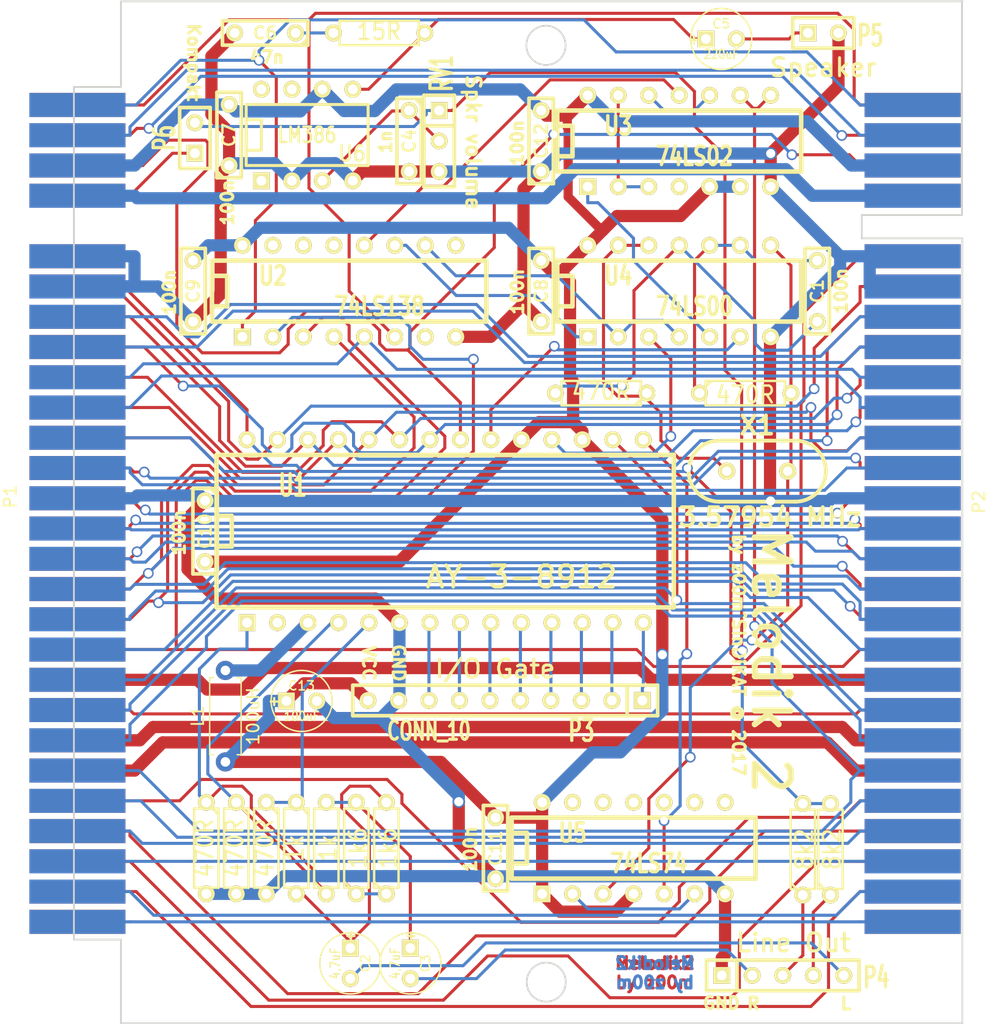
<source format=kicad_pcb>
(kicad_pcb (version 4) (host pcbnew 4.0.5)

  (general
    (links 171)
    (no_connects 0)
    (area 110.494999 45.754999 184.665001 131.065001)
    (thickness 1.6)
    (drawings 51)
    (tracks 888)
    (zones 0)
    (modules 40)
    (nets 89)
  )

  (page A3)
  (layers
    (0 F.Cu signal)
    (31 B.Cu signal)
    (32 B.Adhes user hide)
    (33 F.Adhes user hide)
    (34 B.Paste user hide)
    (35 F.Paste user hide)
    (36 B.SilkS user)
    (37 F.SilkS user)
    (38 B.Mask user hide)
    (39 F.Mask user hide)
    (40 Dwgs.User user hide)
    (41 Cmts.User user hide)
    (42 Eco1.User user hide)
    (43 Eco2.User user hide)
    (44 Edge.Cuts user)
  )

  (setup
    (last_trace_width 0.254)
    (user_trace_width 0.508)
    (user_trace_width 0.762)
    (user_trace_width 1.016)
    (user_trace_width 1.27)
    (user_trace_width 1.524)
    (user_trace_width 1.778)
    (user_trace_width 2.032)
    (user_trace_width 2.286)
    (trace_clearance 0.254)
    (zone_clearance 0.508)
    (zone_45_only no)
    (trace_min 0.254)
    (segment_width 0.2)
    (edge_width 0.15)
    (via_size 0.889)
    (via_drill 0.635)
    (via_min_size 0.889)
    (via_min_drill 0.508)
    (uvia_size 0.508)
    (uvia_drill 0.127)
    (uvias_allowed no)
    (uvia_min_size 0.508)
    (uvia_min_drill 0.127)
    (pcb_text_width 0.3)
    (pcb_text_size 1 1)
    (mod_edge_width 0.15)
    (mod_text_size 1 1)
    (mod_text_width 0.15)
    (pad_size 8 2)
    (pad_drill 0)
    (pad_to_mask_clearance 0.5)
    (solder_mask_min_width 0.5)
    (pad_to_paste_clearance -0.1)
    (aux_axis_origin 181.36 127.66)
    (visible_elements 7FFFFBFF)
    (pcbplotparams
      (layerselection 0x011f0_80000001)
      (usegerberextensions true)
      (excludeedgelayer true)
      (linewidth 0.150000)
      (plotframeref false)
      (viasonmask false)
      (mode 1)
      (useauxorigin false)
      (hpglpennumber 1)
      (hpglpenspeed 20)
      (hpglpendiameter 15)
      (hpglpenoverlay 2)
      (psnegative false)
      (psa4output false)
      (plotreference true)
      (plotvalue true)
      (plotinvisibletext false)
      (padsonsilk false)
      (subtractmaskfromsilk false)
      (outputformat 1)
      (mirror false)
      (drillshape 0)
      (scaleselection 1)
      (outputdirectory gerber/))
  )

  (net 0 "")
  (net 1 /+12V)
  (net 2 /+9V)
  (net 3 /-5V)
  (net 4 //BUSACK)
  (net 5 //BUSRQ)
  (net 6 //CLKCPU)
  (net 7 //HALT)
  (net 8 //INT)
  (net 9 //IORQ)
  (net 10 //IORQULA)
  (net 11 //M1)
  (net 12 //MREQ)
  (net 13 //NMI)
  (net 14 //RD)
  (net 15 //RESET)
  (net 16 //RFSH)
  (net 17 //ROMCS)
  (net 18 //WAIT)
  (net 19 //WR)
  (net 20 //Y)
  (net 21 /12VAC)
  (net 22 /A0)
  (net 23 /A1)
  (net 24 /A10)
  (net 25 /A11)
  (net 26 /A12)
  (net 27 /A13)
  (net 28 /A14)
  (net 29 /A15)
  (net 30 /A2)
  (net 31 /A3)
  (net 32 /A4)
  (net 33 /A5)
  (net 34 /A6)
  (net 35 /A7)
  (net 36 /A8)
  (net 37 /A9)
  (net 38 /D0)
  (net 39 /D1)
  (net 40 /D2)
  (net 41 /D3)
  (net 42 /D4)
  (net 43 /D5)
  (net 44 /D6)
  (net 45 /D7)
  (net 46 /SOUND)
  (net 47 /U)
  (net 48 /V)
  (net 49 /VIDEO)
  (net 50 GND)
  (net 51 VCC)
  (net 52 "Net-(C1-Pad1)")
  (net 53 "Net-(C1-Pad2)")
  (net 54 "Net-(C2-Pad1)")
  (net 55 "Net-(C2-Pad2)")
  (net 56 "Net-(C3-Pad1)")
  (net 57 "Net-(C3-Pad2)")
  (net 58 "Net-(C4-Pad1)")
  (net 59 "Net-(C5-Pad1)")
  (net 60 "Net-(C5-Pad2)")
  (net 61 "Net-(C6-Pad1)")
  (net 62 "Net-(L1-Pad2)")
  (net 63 "Net-(P3-Pad1)")
  (net 64 "Net-(P3-Pad2)")
  (net 65 "Net-(P3-Pad3)")
  (net 66 "Net-(P3-Pad4)")
  (net 67 "Net-(P3-Pad5)")
  (net 68 "Net-(P3-Pad6)")
  (net 69 "Net-(P3-Pad7)")
  (net 70 "Net-(P3-Pad8)")
  (net 71 "Net-(P4-Pad3)")
  (net 72 "Net-(P4-Pad4)")
  (net 73 "Net-(P6-Pad2)")
  (net 74 "Net-(R1-Pad1)")
  (net 75 "Net-(R2-Pad2)")
  (net 76 "Net-(R3-Pad1)")
  (net 77 "Net-(R4-Pad1)")
  (net 78 "Net-(R5-Pad1)")
  (net 79 "Net-(U1-Pad15)")
  (net 80 "Net-(U1-Pad18)")
  (net 81 "Net-(U1-Pad20)")
  (net 82 "Net-(U2-Pad10)")
  (net 83 "Net-(U2-Pad11)")
  (net 84 "Net-(U2-Pad12)")
  (net 85 "Net-(U3-Pad1)")
  (net 86 "Net-(U3-Pad13)")
  (net 87 "Net-(U3-Pad10)")
  (net 88 "Net-(U5-Pad2)")

  (net_class Default "This is the default net class."
    (clearance 0.254)
    (trace_width 0.254)
    (via_dia 0.889)
    (via_drill 0.635)
    (uvia_dia 0.508)
    (uvia_drill 0.127)
    (add_net //BUSACK)
    (add_net //BUSRQ)
    (add_net //CLKCPU)
    (add_net //HALT)
    (add_net //INT)
    (add_net //IORQ)
    (add_net //IORQULA)
    (add_net //M1)
    (add_net //MREQ)
    (add_net //NMI)
    (add_net //RD)
    (add_net //RESET)
    (add_net //RFSH)
    (add_net //ROMCS)
    (add_net //WAIT)
    (add_net //WR)
    (add_net //Y)
    (add_net /A0)
    (add_net /A1)
    (add_net /A10)
    (add_net /A11)
    (add_net /A12)
    (add_net /A13)
    (add_net /A14)
    (add_net /A15)
    (add_net /A2)
    (add_net /A3)
    (add_net /A4)
    (add_net /A5)
    (add_net /A6)
    (add_net /A7)
    (add_net /A8)
    (add_net /A9)
    (add_net /D0)
    (add_net /D1)
    (add_net /D2)
    (add_net /D3)
    (add_net /D4)
    (add_net /D5)
    (add_net /D6)
    (add_net /D7)
    (add_net /SOUND)
    (add_net /U)
    (add_net /V)
    (add_net /VIDEO)
    (add_net "Net-(C1-Pad1)")
    (add_net "Net-(C1-Pad2)")
    (add_net "Net-(C2-Pad1)")
    (add_net "Net-(C2-Pad2)")
    (add_net "Net-(C3-Pad1)")
    (add_net "Net-(C3-Pad2)")
    (add_net "Net-(C4-Pad1)")
    (add_net "Net-(C5-Pad1)")
    (add_net "Net-(C5-Pad2)")
    (add_net "Net-(C6-Pad1)")
    (add_net "Net-(L1-Pad2)")
    (add_net "Net-(P3-Pad1)")
    (add_net "Net-(P3-Pad2)")
    (add_net "Net-(P3-Pad3)")
    (add_net "Net-(P3-Pad4)")
    (add_net "Net-(P3-Pad5)")
    (add_net "Net-(P3-Pad6)")
    (add_net "Net-(P3-Pad7)")
    (add_net "Net-(P3-Pad8)")
    (add_net "Net-(P4-Pad3)")
    (add_net "Net-(P4-Pad4)")
    (add_net "Net-(P6-Pad2)")
    (add_net "Net-(R1-Pad1)")
    (add_net "Net-(R2-Pad2)")
    (add_net "Net-(R3-Pad1)")
    (add_net "Net-(R4-Pad1)")
    (add_net "Net-(R5-Pad1)")
    (add_net "Net-(U1-Pad15)")
    (add_net "Net-(U1-Pad18)")
    (add_net "Net-(U1-Pad20)")
    (add_net "Net-(U2-Pad10)")
    (add_net "Net-(U2-Pad11)")
    (add_net "Net-(U2-Pad12)")
    (add_net "Net-(U3-Pad1)")
    (add_net "Net-(U3-Pad10)")
    (add_net "Net-(U3-Pad13)")
    (add_net "Net-(U5-Pad2)")
  )

  (net_class Power ""
    (clearance 0.254)
    (trace_width 1.016)
    (via_dia 1.016)
    (via_drill 0.762)
    (uvia_dia 0.508)
    (uvia_drill 0.127)
    (add_net /+12V)
    (add_net /+9V)
    (add_net /-5V)
    (add_net /12VAC)
    (add_net GND)
    (add_net VCC)
  )

  (module Resistors_THT:R_Axial_DIN0207_L6.3mm_D2.5mm_P7.62mm_Horizontal (layer F.Cu) (tedit 58AD73E3) (tstamp 58AC884F)
    (at 123.19 109.22 90)
    (descr "Resistor, Axial_DIN0207 series, Axial, Horizontal, pin pitch=7.62mm, 0.25W = 1/4W, length*diameter=6.3*2.5mm^2, http://cdn-reichelt.de/documents/datenblatt/B400/1_4W%23YAG.pdf")
    (tags "Resistor Axial_DIN0207 series Axial Horizontal pin pitch 7.62mm 0.25W = 1/4W length 6.3mm diameter 2.5mm")
    (path /58ACD390)
    (fp_text reference L1 (at 3.81 -2.31 90) (layer F.SilkS)
      (effects (font (size 1 1) (thickness 0.15)))
    )
    (fp_text value 100uH (at 3.81 2.31 90) (layer F.SilkS)
      (effects (font (size 1 1) (thickness 0.15)))
    )
    (fp_line (start 0.66 -1.25) (end 0.66 1.25) (layer F.Fab) (width 0.1))
    (fp_line (start 0.66 1.25) (end 6.96 1.25) (layer F.Fab) (width 0.1))
    (fp_line (start 6.96 1.25) (end 6.96 -1.25) (layer F.Fab) (width 0.1))
    (fp_line (start 6.96 -1.25) (end 0.66 -1.25) (layer F.Fab) (width 0.1))
    (fp_line (start 0 0) (end 0.66 0) (layer F.Fab) (width 0.1))
    (fp_line (start 7.62 0) (end 6.96 0) (layer F.Fab) (width 0.1))
    (fp_line (start 0.6 -0.98) (end 0.6 -1.31) (layer F.SilkS) (width 0.12))
    (fp_line (start 0.6 -1.31) (end 7.02 -1.31) (layer F.SilkS) (width 0.12))
    (fp_line (start 7.02 -1.31) (end 7.02 -0.98) (layer F.SilkS) (width 0.12))
    (fp_line (start 0.6 0.98) (end 0.6 1.31) (layer F.SilkS) (width 0.12))
    (fp_line (start 0.6 1.31) (end 7.02 1.31) (layer F.SilkS) (width 0.12))
    (fp_line (start 7.02 1.31) (end 7.02 0.98) (layer F.SilkS) (width 0.12))
    (fp_line (start -1.05 -1.6) (end -1.05 1.6) (layer F.CrtYd) (width 0.05))
    (fp_line (start -1.05 1.6) (end 8.7 1.6) (layer F.CrtYd) (width 0.05))
    (fp_line (start 8.7 1.6) (end 8.7 -1.6) (layer F.CrtYd) (width 0.05))
    (fp_line (start 8.7 -1.6) (end -1.05 -1.6) (layer F.CrtYd) (width 0.05))
    (pad 1 thru_hole circle (at 0 0 90) (size 1.6 1.6) (drill 0.8) (layers *.Cu *.Mask)
      (net 51 VCC))
    (pad 2 thru_hole oval (at 7.62 0 90) (size 1.6 1.6) (drill 0.8) (layers *.Cu *.Mask)
      (net 62 "Net-(L1-Pad2)"))
    (model Resistors_THT.3dshapes/R_Axial_DIN0207_L6.3mm_D2.5mm_P7.62mm_Horizontal.wrl
      (at (xyz 0 0 0))
      (scale (xyz 0.393701 0.393701 0.393701))
      (rotate (xyz 0 0 0))
    )
  )

  (module SIL-5 (layer F.Cu) (tedit 58AD7147) (tstamp 56668894)
    (at 170.9 127)
    (descr "Connecteur 5 pins")
    (tags "CONN DEV")
    (path /5661CCA5)
    (fp_text reference P4 (at 6.52 0.18) (layer F.SilkS)
      (effects (font (size 1.72974 1.08712) (thickness 0.3048)))
    )
    (fp_text value "" (at -0.47 2.19) (layer F.SilkS) hide
      (effects (font (size 1.524 1.016) (thickness 0.254)))
    )
    (fp_line (start -7.62 1.27) (end -7.62 -1.27) (layer F.SilkS) (width 0.3048))
    (fp_line (start -7.62 -1.27) (end 5.08 -1.27) (layer F.SilkS) (width 0.3048))
    (fp_line (start 5.08 -1.27) (end 5.08 1.27) (layer F.SilkS) (width 0.3048))
    (fp_line (start 5.08 1.27) (end -7.62 1.27) (layer F.SilkS) (width 0.3048))
    (fp_line (start -5.08 1.27) (end -5.08 -1.27) (layer F.SilkS) (width 0.3048))
    (pad 1 thru_hole rect (at -6.35 0) (size 1.397 1.397) (drill 0.812799) (layers *.Cu *.Mask F.SilkS)
      (net 50 GND))
    (pad 2 thru_hole circle (at -3.81 0) (size 1.397 1.397) (drill 0.812799) (layers *.Cu *.Mask F.SilkS)
      (net 57 "Net-(C3-Pad2)"))
    (pad 3 thru_hole circle (at -1.27 0) (size 1.397 1.397) (drill 0.812799) (layers *.Cu *.Mask F.SilkS)
      (net 71 "Net-(P4-Pad3)"))
    (pad 4 thru_hole circle (at 1.27 0) (size 1.397 1.397) (drill 0.812799) (layers *.Cu *.Mask F.SilkS)
      (net 72 "Net-(P4-Pad4)"))
    (pad 5 thru_hole circle (at 3.81 0) (size 1.397 1.397) (drill 0.812799) (layers *.Cu *.Mask F.SilkS)
      (net 55 "Net-(C2-Pad2)"))
  )

  (module SIL-3 (layer F.Cu) (tedit 5666BC30) (tstamp 566688A0)
    (at 141 57.5 270)
    (descr "Connecteur 3 pins")
    (tags "CONN DEV")
    (path /5661E21A)
    (fp_text reference RV1 (at -5.64 -0.21 270) (layer F.SilkS)
      (effects (font (size 1.7907 1.07696) (thickness 0.3048)))
    )
    (fp_text value 4k7 (at 0 -2.54 270) (layer F.SilkS) hide
      (effects (font (size 1.524 1.016) (thickness 0.3048)))
    )
    (fp_line (start -3.81 1.27) (end -3.81 -1.27) (layer F.SilkS) (width 0.3048))
    (fp_line (start -3.81 -1.27) (end 3.81 -1.27) (layer F.SilkS) (width 0.3048))
    (fp_line (start 3.81 -1.27) (end 3.81 1.27) (layer F.SilkS) (width 0.3048))
    (fp_line (start 3.81 1.27) (end -3.81 1.27) (layer F.SilkS) (width 0.3048))
    (fp_line (start -1.27 -1.27) (end -1.27 1.27) (layer F.SilkS) (width 0.3048))
    (pad 1 thru_hole rect (at -2.54 0 270) (size 1.397 1.397) (drill 0.812799) (layers *.Cu *.Mask F.SilkS)
      (net 73 "Net-(P6-Pad2)"))
    (pad 2 thru_hole circle (at 0 0 270) (size 1.397 1.397) (drill 0.812799) (layers *.Cu *.Mask F.SilkS)
      (net 58 "Net-(C4-Pad1)"))
    (pad 3 thru_hole circle (at 2.54 0 270) (size 1.397 1.397) (drill 0.812799) (layers *.Cu *.Mask F.SilkS)
      (net 50 GND))
  )

  (module SIL-2 (layer F.Cu) (tedit 5666BBFC) (tstamp 566688AA)
    (at 173 48.5)
    (descr "Connecteurs 2 pins")
    (tags "CONN DEV")
    (path /5661B1A7)
    (fp_text reference P5 (at 3.92 0.23) (layer F.SilkS)
      (effects (font (size 1.72974 1.08712) (thickness 0.3048)))
    )
    (fp_text value CONN_2 (at -0.33 0) (layer F.SilkS) hide
      (effects (font (size 1.524 1.016) (thickness 0.3048)))
    )
    (fp_line (start -2.54 1.27) (end -2.54 -1.27) (layer F.SilkS) (width 0.3048))
    (fp_line (start -2.54 -1.27) (end 2.54 -1.27) (layer F.SilkS) (width 0.3048))
    (fp_line (start 2.54 -1.27) (end 2.54 1.27) (layer F.SilkS) (width 0.3048))
    (fp_line (start 2.54 1.27) (end -2.54 1.27) (layer F.SilkS) (width 0.3048))
    (pad 1 thru_hole rect (at -1.27 0) (size 1.397 1.397) (drill 0.812799) (layers *.Cu *.Mask F.SilkS)
      (net 60 "Net-(C5-Pad2)"))
    (pad 2 thru_hole circle (at 1.27 0) (size 1.397 1.397) (drill 0.812799) (layers *.Cu *.Mask F.SilkS)
      (net 50 GND))
  )

  (module SIL-10 (layer F.Cu) (tedit 5666BBCC) (tstamp 566688BD)
    (at 146.5 104.1 180)
    (descr "Connecteur 10 pins")
    (tags "CONN DEV")
    (path /56619359)
    (fp_text reference P3 (at -6.35 -2.54 180) (layer F.SilkS)
      (effects (font (size 1.72974 1.08712) (thickness 0.3048)))
    )
    (fp_text value CONN_10 (at 6.35 -2.54 180) (layer F.SilkS)
      (effects (font (size 1.524 1.016) (thickness 0.254)))
    )
    (fp_line (start -12.7 1.27) (end -12.7 -1.27) (layer F.SilkS) (width 0.3048))
    (fp_line (start -12.7 -1.27) (end 12.7 -1.27) (layer F.SilkS) (width 0.3048))
    (fp_line (start 12.7 -1.27) (end 12.7 1.27) (layer F.SilkS) (width 0.3048))
    (fp_line (start 12.7 1.27) (end -12.7 1.27) (layer F.SilkS) (width 0.3048))
    (fp_line (start -10.16 1.27) (end -10.16 -1.27) (layer F.SilkS) (width 0.3048))
    (pad 1 thru_hole rect (at -11.43 0 180) (size 1.397 1.397) (drill 0.812799) (layers *.Cu *.Mask F.SilkS)
      (net 63 "Net-(P3-Pad1)"))
    (pad 2 thru_hole circle (at -8.89 0 180) (size 1.397 1.397) (drill 0.812799) (layers *.Cu *.Mask F.SilkS)
      (net 64 "Net-(P3-Pad2)"))
    (pad 3 thru_hole circle (at -6.35 0 180) (size 1.397 1.397) (drill 0.812799) (layers *.Cu *.Mask F.SilkS)
      (net 65 "Net-(P3-Pad3)"))
    (pad 4 thru_hole circle (at -3.81 0 180) (size 1.397 1.397) (drill 0.812799) (layers *.Cu *.Mask F.SilkS)
      (net 66 "Net-(P3-Pad4)"))
    (pad 5 thru_hole circle (at -1.27 0 180) (size 1.397 1.397) (drill 0.812799) (layers *.Cu *.Mask F.SilkS)
      (net 67 "Net-(P3-Pad5)"))
    (pad 6 thru_hole circle (at 1.27 0 180) (size 1.397 1.397) (drill 0.812799) (layers *.Cu *.Mask F.SilkS)
      (net 68 "Net-(P3-Pad6)"))
    (pad 7 thru_hole circle (at 3.81 0 180) (size 1.397 1.397) (drill 0.812799) (layers *.Cu *.Mask F.SilkS)
      (net 69 "Net-(P3-Pad7)"))
    (pad 8 thru_hole circle (at 6.35 0 180) (size 1.397 1.397) (drill 0.812799) (layers *.Cu *.Mask F.SilkS)
      (net 70 "Net-(P3-Pad8)"))
    (pad 9 thru_hole circle (at 8.89 0 180) (size 1.397 1.397) (drill 0.812799) (layers *.Cu *.Mask F.SilkS)
      (net 50 GND))
    (pad 10 thru_hole circle (at 11.43 0 180) (size 1.397 1.397) (drill 0.812799) (layers *.Cu *.Mask F.SilkS)
      (net 51 VCC))
  )

  (module R3 (layer F.Cu) (tedit 4E4C0E65) (tstamp 566688CB)
    (at 136 48.5 180)
    (descr "Resitance 3 pas")
    (tags R)
    (path /5661E229)
    (autoplace_cost180 10)
    (fp_text reference R12 (at 0 0.127 180) (layer F.SilkS) hide
      (effects (font (size 1.397 1.27) (thickness 0.2032)))
    )
    (fp_text value 15R (at 0 0.127 180) (layer F.SilkS)
      (effects (font (size 1.397 1.27) (thickness 0.2032)))
    )
    (fp_line (start -3.81 0) (end -3.302 0) (layer F.SilkS) (width 0.2032))
    (fp_line (start 3.81 0) (end 3.302 0) (layer F.SilkS) (width 0.2032))
    (fp_line (start 3.302 0) (end 3.302 -1.016) (layer F.SilkS) (width 0.2032))
    (fp_line (start 3.302 -1.016) (end -3.302 -1.016) (layer F.SilkS) (width 0.2032))
    (fp_line (start -3.302 -1.016) (end -3.302 1.016) (layer F.SilkS) (width 0.2032))
    (fp_line (start -3.302 1.016) (end 3.302 1.016) (layer F.SilkS) (width 0.2032))
    (fp_line (start 3.302 1.016) (end 3.302 0) (layer F.SilkS) (width 0.2032))
    (fp_line (start -3.302 -0.508) (end -2.794 -1.016) (layer F.SilkS) (width 0.2032))
    (pad 1 thru_hole circle (at -3.81 0 180) (size 1.397 1.397) (drill 0.812799) (layers *.Cu *.Mask F.SilkS)
      (net 59 "Net-(C5-Pad1)"))
    (pad 2 thru_hole circle (at 3.81 0 180) (size 1.397 1.397) (drill 0.812799) (layers *.Cu *.Mask F.SilkS)
      (net 61 "Net-(C6-Pad1)"))
    (model discret/resistor.wrl
      (at (xyz 0 0 0))
      (scale (xyz 0.3 0.3 0.3))
      (rotate (xyz 0 0 0))
    )
  )

  (module R3 (layer F.Cu) (tedit 4E4C0E65) (tstamp 566688D9)
    (at 154.5 78.5 180)
    (descr "Resitance 3 pas")
    (tags R)
    (path /5661AF60)
    (autoplace_cost180 10)
    (fp_text reference R1 (at 0 0.127 180) (layer F.SilkS) hide
      (effects (font (size 1.397 1.27) (thickness 0.2032)))
    )
    (fp_text value 470R (at 0 0.127 180) (layer F.SilkS)
      (effects (font (size 1.397 1.27) (thickness 0.2032)))
    )
    (fp_line (start -3.81 0) (end -3.302 0) (layer F.SilkS) (width 0.2032))
    (fp_line (start 3.81 0) (end 3.302 0) (layer F.SilkS) (width 0.2032))
    (fp_line (start 3.302 0) (end 3.302 -1.016) (layer F.SilkS) (width 0.2032))
    (fp_line (start 3.302 -1.016) (end -3.302 -1.016) (layer F.SilkS) (width 0.2032))
    (fp_line (start -3.302 -1.016) (end -3.302 1.016) (layer F.SilkS) (width 0.2032))
    (fp_line (start -3.302 1.016) (end 3.302 1.016) (layer F.SilkS) (width 0.2032))
    (fp_line (start 3.302 1.016) (end 3.302 0) (layer F.SilkS) (width 0.2032))
    (fp_line (start -3.302 -0.508) (end -2.794 -1.016) (layer F.SilkS) (width 0.2032))
    (pad 1 thru_hole circle (at -3.81 0 180) (size 1.397 1.397) (drill 0.812799) (layers *.Cu *.Mask F.SilkS)
      (net 74 "Net-(R1-Pad1)"))
    (pad 2 thru_hole circle (at 3.81 0 180) (size 1.397 1.397) (drill 0.812799) (layers *.Cu *.Mask F.SilkS)
      (net 52 "Net-(C1-Pad1)"))
    (model discret/resistor.wrl
      (at (xyz 0 0 0))
      (scale (xyz 0.3 0.3 0.3))
      (rotate (xyz 0 0 0))
    )
  )

  (module R3 (layer F.Cu) (tedit 4E4C0E65) (tstamp 566688E7)
    (at 166.5 78.5)
    (descr "Resitance 3 pas")
    (tags R)
    (path /5661AF6F)
    (autoplace_cost180 10)
    (fp_text reference R2 (at 0 0.127) (layer F.SilkS) hide
      (effects (font (size 1.397 1.27) (thickness 0.2032)))
    )
    (fp_text value 470R (at 0 0.127) (layer F.SilkS)
      (effects (font (size 1.397 1.27) (thickness 0.2032)))
    )
    (fp_line (start -3.81 0) (end -3.302 0) (layer F.SilkS) (width 0.2032))
    (fp_line (start 3.81 0) (end 3.302 0) (layer F.SilkS) (width 0.2032))
    (fp_line (start 3.302 0) (end 3.302 -1.016) (layer F.SilkS) (width 0.2032))
    (fp_line (start 3.302 -1.016) (end -3.302 -1.016) (layer F.SilkS) (width 0.2032))
    (fp_line (start -3.302 -1.016) (end -3.302 1.016) (layer F.SilkS) (width 0.2032))
    (fp_line (start -3.302 1.016) (end 3.302 1.016) (layer F.SilkS) (width 0.2032))
    (fp_line (start 3.302 1.016) (end 3.302 0) (layer F.SilkS) (width 0.2032))
    (fp_line (start -3.302 -0.508) (end -2.794 -1.016) (layer F.SilkS) (width 0.2032))
    (pad 1 thru_hole circle (at -3.81 0) (size 1.397 1.397) (drill 0.812799) (layers *.Cu *.Mask F.SilkS)
      (net 53 "Net-(C1-Pad2)"))
    (pad 2 thru_hole circle (at 3.81 0) (size 1.397 1.397) (drill 0.812799) (layers *.Cu *.Mask F.SilkS)
      (net 75 "Net-(R2-Pad2)"))
    (model discret/resistor.wrl
      (at (xyz 0 0 0))
      (scale (xyz 0.3 0.3 0.3))
      (rotate (xyz 0 0 0))
    )
  )

  (module R3 (layer F.Cu) (tedit 4E4C0E65) (tstamp 566688F5)
    (at 171.3 116.5 90)
    (descr "Resitance 3 pas")
    (tags R)
    (path /5661D8EB)
    (autoplace_cost180 10)
    (fp_text reference R11 (at 0 0.127 90) (layer F.SilkS) hide
      (effects (font (size 1.397 1.27) (thickness 0.2032)))
    )
    (fp_text value 8k2 (at 0 0.127 90) (layer F.SilkS)
      (effects (font (size 1.397 1.27) (thickness 0.2032)))
    )
    (fp_line (start -3.81 0) (end -3.302 0) (layer F.SilkS) (width 0.2032))
    (fp_line (start 3.81 0) (end 3.302 0) (layer F.SilkS) (width 0.2032))
    (fp_line (start 3.302 0) (end 3.302 -1.016) (layer F.SilkS) (width 0.2032))
    (fp_line (start 3.302 -1.016) (end -3.302 -1.016) (layer F.SilkS) (width 0.2032))
    (fp_line (start -3.302 -1.016) (end -3.302 1.016) (layer F.SilkS) (width 0.2032))
    (fp_line (start -3.302 1.016) (end 3.302 1.016) (layer F.SilkS) (width 0.2032))
    (fp_line (start 3.302 1.016) (end 3.302 0) (layer F.SilkS) (width 0.2032))
    (fp_line (start -3.302 -0.508) (end -2.794 -1.016) (layer F.SilkS) (width 0.2032))
    (pad 1 thru_hole circle (at -3.81 0 90) (size 1.397 1.397) (drill 0.812799) (layers *.Cu *.Mask F.SilkS)
      (net 71 "Net-(P4-Pad3)"))
    (pad 2 thru_hole circle (at 3.81 0 90) (size 1.397 1.397) (drill 0.812799) (layers *.Cu *.Mask F.SilkS)
      (net 73 "Net-(P6-Pad2)"))
    (model discret/resistor.wrl
      (at (xyz 0 0 0))
      (scale (xyz 0.3 0.3 0.3))
      (rotate (xyz 0 0 0))
    )
  )

  (module R3 (layer F.Cu) (tedit 4E4C0E65) (tstamp 56668903)
    (at 173.6 116.5 90)
    (descr "Resitance 3 pas")
    (tags R)
    (path /5661D8DE)
    (autoplace_cost180 10)
    (fp_text reference R10 (at 0 0.127 90) (layer F.SilkS) hide
      (effects (font (size 1.397 1.27) (thickness 0.2032)))
    )
    (fp_text value 8k2 (at 0 0.127 90) (layer F.SilkS)
      (effects (font (size 1.397 1.27) (thickness 0.2032)))
    )
    (fp_line (start -3.81 0) (end -3.302 0) (layer F.SilkS) (width 0.2032))
    (fp_line (start 3.81 0) (end 3.302 0) (layer F.SilkS) (width 0.2032))
    (fp_line (start 3.302 0) (end 3.302 -1.016) (layer F.SilkS) (width 0.2032))
    (fp_line (start 3.302 -1.016) (end -3.302 -1.016) (layer F.SilkS) (width 0.2032))
    (fp_line (start -3.302 -1.016) (end -3.302 1.016) (layer F.SilkS) (width 0.2032))
    (fp_line (start -3.302 1.016) (end 3.302 1.016) (layer F.SilkS) (width 0.2032))
    (fp_line (start 3.302 1.016) (end 3.302 0) (layer F.SilkS) (width 0.2032))
    (fp_line (start -3.302 -0.508) (end -2.794 -1.016) (layer F.SilkS) (width 0.2032))
    (pad 1 thru_hole circle (at -3.81 0 90) (size 1.397 1.397) (drill 0.812799) (layers *.Cu *.Mask F.SilkS)
      (net 72 "Net-(P4-Pad4)"))
    (pad 2 thru_hole circle (at 3.81 0 90) (size 1.397 1.397) (drill 0.812799) (layers *.Cu *.Mask F.SilkS)
      (net 73 "Net-(P6-Pad2)"))
    (model discret/resistor.wrl
      (at (xyz 0 0 0))
      (scale (xyz 0.3 0.3 0.3))
      (rotate (xyz 0 0 0))
    )
  )

  (module R3 (layer F.Cu) (tedit 4E4C0E65) (tstamp 56668911)
    (at 121.6 116.4 270)
    (descr "Resitance 3 pas")
    (tags R)
    (path /5661C128)
    (autoplace_cost180 10)
    (fp_text reference R3 (at 0 0.127 270) (layer F.SilkS) hide
      (effects (font (size 1.397 1.27) (thickness 0.2032)))
    )
    (fp_text value 470R (at 0 0.127 270) (layer F.SilkS)
      (effects (font (size 1.397 1.27) (thickness 0.2032)))
    )
    (fp_line (start -3.81 0) (end -3.302 0) (layer F.SilkS) (width 0.2032))
    (fp_line (start 3.81 0) (end 3.302 0) (layer F.SilkS) (width 0.2032))
    (fp_line (start 3.302 0) (end 3.302 -1.016) (layer F.SilkS) (width 0.2032))
    (fp_line (start 3.302 -1.016) (end -3.302 -1.016) (layer F.SilkS) (width 0.2032))
    (fp_line (start -3.302 -1.016) (end -3.302 1.016) (layer F.SilkS) (width 0.2032))
    (fp_line (start -3.302 1.016) (end 3.302 1.016) (layer F.SilkS) (width 0.2032))
    (fp_line (start 3.302 1.016) (end 3.302 0) (layer F.SilkS) (width 0.2032))
    (fp_line (start -3.302 -0.508) (end -2.794 -1.016) (layer F.SilkS) (width 0.2032))
    (pad 1 thru_hole circle (at -3.81 0 270) (size 1.397 1.397) (drill 0.812799) (layers *.Cu *.Mask F.SilkS)
      (net 76 "Net-(R3-Pad1)"))
    (pad 2 thru_hole circle (at 3.81 0 270) (size 1.397 1.397) (drill 0.812799) (layers *.Cu *.Mask F.SilkS)
      (net 50 GND))
    (model discret/resistor.wrl
      (at (xyz 0 0 0))
      (scale (xyz 0.3 0.3 0.3))
      (rotate (xyz 0 0 0))
    )
  )

  (module R3 (layer F.Cu) (tedit 4E4C0E65) (tstamp 5666891F)
    (at 124.1 116.4 270)
    (descr "Resitance 3 pas")
    (tags R)
    (path /5661C135)
    (autoplace_cost180 10)
    (fp_text reference R4 (at 0 0.127 270) (layer F.SilkS) hide
      (effects (font (size 1.397 1.27) (thickness 0.2032)))
    )
    (fp_text value 470R (at 0 0.127 270) (layer F.SilkS)
      (effects (font (size 1.397 1.27) (thickness 0.2032)))
    )
    (fp_line (start -3.81 0) (end -3.302 0) (layer F.SilkS) (width 0.2032))
    (fp_line (start 3.81 0) (end 3.302 0) (layer F.SilkS) (width 0.2032))
    (fp_line (start 3.302 0) (end 3.302 -1.016) (layer F.SilkS) (width 0.2032))
    (fp_line (start 3.302 -1.016) (end -3.302 -1.016) (layer F.SilkS) (width 0.2032))
    (fp_line (start -3.302 -1.016) (end -3.302 1.016) (layer F.SilkS) (width 0.2032))
    (fp_line (start -3.302 1.016) (end 3.302 1.016) (layer F.SilkS) (width 0.2032))
    (fp_line (start 3.302 1.016) (end 3.302 0) (layer F.SilkS) (width 0.2032))
    (fp_line (start -3.302 -0.508) (end -2.794 -1.016) (layer F.SilkS) (width 0.2032))
    (pad 1 thru_hole circle (at -3.81 0 270) (size 1.397 1.397) (drill 0.812799) (layers *.Cu *.Mask F.SilkS)
      (net 77 "Net-(R4-Pad1)"))
    (pad 2 thru_hole circle (at 3.81 0 270) (size 1.397 1.397) (drill 0.812799) (layers *.Cu *.Mask F.SilkS)
      (net 50 GND))
    (model discret/resistor.wrl
      (at (xyz 0 0 0))
      (scale (xyz 0.3 0.3 0.3))
      (rotate (xyz 0 0 0))
    )
  )

  (module R3 (layer F.Cu) (tedit 4E4C0E65) (tstamp 5666892D)
    (at 126.6 116.4 270)
    (descr "Resitance 3 pas")
    (tags R)
    (path /5661C13B)
    (autoplace_cost180 10)
    (fp_text reference R5 (at 0 0.127 270) (layer F.SilkS) hide
      (effects (font (size 1.397 1.27) (thickness 0.2032)))
    )
    (fp_text value 470R (at 0 0.127 270) (layer F.SilkS)
      (effects (font (size 1.397 1.27) (thickness 0.2032)))
    )
    (fp_line (start -3.81 0) (end -3.302 0) (layer F.SilkS) (width 0.2032))
    (fp_line (start 3.81 0) (end 3.302 0) (layer F.SilkS) (width 0.2032))
    (fp_line (start 3.302 0) (end 3.302 -1.016) (layer F.SilkS) (width 0.2032))
    (fp_line (start 3.302 -1.016) (end -3.302 -1.016) (layer F.SilkS) (width 0.2032))
    (fp_line (start -3.302 -1.016) (end -3.302 1.016) (layer F.SilkS) (width 0.2032))
    (fp_line (start -3.302 1.016) (end 3.302 1.016) (layer F.SilkS) (width 0.2032))
    (fp_line (start 3.302 1.016) (end 3.302 0) (layer F.SilkS) (width 0.2032))
    (fp_line (start -3.302 -0.508) (end -2.794 -1.016) (layer F.SilkS) (width 0.2032))
    (pad 1 thru_hole circle (at -3.81 0 270) (size 1.397 1.397) (drill 0.812799) (layers *.Cu *.Mask F.SilkS)
      (net 78 "Net-(R5-Pad1)"))
    (pad 2 thru_hole circle (at 3.81 0 270) (size 1.397 1.397) (drill 0.812799) (layers *.Cu *.Mask F.SilkS)
      (net 50 GND))
    (model discret/resistor.wrl
      (at (xyz 0 0 0))
      (scale (xyz 0.3 0.3 0.3))
      (rotate (xyz 0 0 0))
    )
  )

  (module R3 (layer F.Cu) (tedit 4E4C0E65) (tstamp 5666893B)
    (at 131.6 116.4 90)
    (descr "Resitance 3 pas")
    (tags R)
    (path /5661C22A)
    (autoplace_cost180 10)
    (fp_text reference R7 (at 0 0.127 90) (layer F.SilkS) hide
      (effects (font (size 1.397 1.27) (thickness 0.2032)))
    )
    (fp_text value 1k (at 0 0.127 90) (layer F.SilkS)
      (effects (font (size 1.397 1.27) (thickness 0.2032)))
    )
    (fp_line (start -3.81 0) (end -3.302 0) (layer F.SilkS) (width 0.2032))
    (fp_line (start 3.81 0) (end 3.302 0) (layer F.SilkS) (width 0.2032))
    (fp_line (start 3.302 0) (end 3.302 -1.016) (layer F.SilkS) (width 0.2032))
    (fp_line (start 3.302 -1.016) (end -3.302 -1.016) (layer F.SilkS) (width 0.2032))
    (fp_line (start -3.302 -1.016) (end -3.302 1.016) (layer F.SilkS) (width 0.2032))
    (fp_line (start -3.302 1.016) (end 3.302 1.016) (layer F.SilkS) (width 0.2032))
    (fp_line (start 3.302 1.016) (end 3.302 0) (layer F.SilkS) (width 0.2032))
    (fp_line (start -3.302 -0.508) (end -2.794 -1.016) (layer F.SilkS) (width 0.2032))
    (pad 1 thru_hole circle (at -3.81 0 90) (size 1.397 1.397) (drill 0.812799) (layers *.Cu *.Mask F.SilkS)
      (net 77 "Net-(R4-Pad1)"))
    (pad 2 thru_hole circle (at 3.81 0 90) (size 1.397 1.397) (drill 0.812799) (layers *.Cu *.Mask F.SilkS)
      (net 56 "Net-(C3-Pad1)"))
    (model discret/resistor.wrl
      (at (xyz 0 0 0))
      (scale (xyz 0.3 0.3 0.3))
      (rotate (xyz 0 0 0))
    )
  )

  (module R3 (layer F.Cu) (tedit 4E4C0E65) (tstamp 56668949)
    (at 134.1 116.4 90)
    (descr "Resitance 3 pas")
    (tags R)
    (path /5661C237)
    (autoplace_cost180 10)
    (fp_text reference R8 (at 0 0.127 90) (layer F.SilkS) hide
      (effects (font (size 1.397 1.27) (thickness 0.2032)))
    )
    (fp_text value 1k6 (at 0 0.127 90) (layer F.SilkS)
      (effects (font (size 1.397 1.27) (thickness 0.2032)))
    )
    (fp_line (start -3.81 0) (end -3.302 0) (layer F.SilkS) (width 0.2032))
    (fp_line (start 3.81 0) (end 3.302 0) (layer F.SilkS) (width 0.2032))
    (fp_line (start 3.302 0) (end 3.302 -1.016) (layer F.SilkS) (width 0.2032))
    (fp_line (start 3.302 -1.016) (end -3.302 -1.016) (layer F.SilkS) (width 0.2032))
    (fp_line (start -3.302 -1.016) (end -3.302 1.016) (layer F.SilkS) (width 0.2032))
    (fp_line (start -3.302 1.016) (end 3.302 1.016) (layer F.SilkS) (width 0.2032))
    (fp_line (start 3.302 1.016) (end 3.302 0) (layer F.SilkS) (width 0.2032))
    (fp_line (start -3.302 -0.508) (end -2.794 -1.016) (layer F.SilkS) (width 0.2032))
    (pad 1 thru_hole circle (at -3.81 0 90) (size 1.397 1.397) (drill 0.812799) (layers *.Cu *.Mask F.SilkS)
      (net 76 "Net-(R3-Pad1)"))
    (pad 2 thru_hole circle (at 3.81 0 90) (size 1.397 1.397) (drill 0.812799) (layers *.Cu *.Mask F.SilkS)
      (net 56 "Net-(C3-Pad1)"))
    (model discret/resistor.wrl
      (at (xyz 0 0 0))
      (scale (xyz 0.3 0.3 0.3))
      (rotate (xyz 0 0 0))
    )
  )

  (module R3 (layer F.Cu) (tedit 4E4C0E65) (tstamp 56668957)
    (at 136.6 116.4 90)
    (descr "Resitance 3 pas")
    (tags R)
    (path /5661C23D)
    (autoplace_cost180 10)
    (fp_text reference R9 (at 0 0.127 90) (layer F.SilkS) hide
      (effects (font (size 1.397 1.27) (thickness 0.2032)))
    )
    (fp_text value 1k6 (at 0 0.127 90) (layer F.SilkS)
      (effects (font (size 1.397 1.27) (thickness 0.2032)))
    )
    (fp_line (start -3.81 0) (end -3.302 0) (layer F.SilkS) (width 0.2032))
    (fp_line (start 3.81 0) (end 3.302 0) (layer F.SilkS) (width 0.2032))
    (fp_line (start 3.302 0) (end 3.302 -1.016) (layer F.SilkS) (width 0.2032))
    (fp_line (start 3.302 -1.016) (end -3.302 -1.016) (layer F.SilkS) (width 0.2032))
    (fp_line (start -3.302 -1.016) (end -3.302 1.016) (layer F.SilkS) (width 0.2032))
    (fp_line (start -3.302 1.016) (end 3.302 1.016) (layer F.SilkS) (width 0.2032))
    (fp_line (start 3.302 1.016) (end 3.302 0) (layer F.SilkS) (width 0.2032))
    (fp_line (start -3.302 -0.508) (end -2.794 -1.016) (layer F.SilkS) (width 0.2032))
    (pad 1 thru_hole circle (at -3.81 0 90) (size 1.397 1.397) (drill 0.812799) (layers *.Cu *.Mask F.SilkS)
      (net 76 "Net-(R3-Pad1)"))
    (pad 2 thru_hole circle (at 3.81 0 90) (size 1.397 1.397) (drill 0.812799) (layers *.Cu *.Mask F.SilkS)
      (net 54 "Net-(C2-Pad1)"))
    (model discret/resistor.wrl
      (at (xyz 0 0 0))
      (scale (xyz 0.3 0.3 0.3))
      (rotate (xyz 0 0 0))
    )
  )

  (module R3 (layer F.Cu) (tedit 4E4C0E65) (tstamp 56668965)
    (at 129.1 116.4 270)
    (descr "Resitance 3 pas")
    (tags R)
    (path /5661C243)
    (autoplace_cost180 10)
    (fp_text reference R6 (at 0 0.127 270) (layer F.SilkS) hide
      (effects (font (size 1.397 1.27) (thickness 0.2032)))
    )
    (fp_text value 1k (at 0 0.127 270) (layer F.SilkS)
      (effects (font (size 1.397 1.27) (thickness 0.2032)))
    )
    (fp_line (start -3.81 0) (end -3.302 0) (layer F.SilkS) (width 0.2032))
    (fp_line (start 3.81 0) (end 3.302 0) (layer F.SilkS) (width 0.2032))
    (fp_line (start 3.302 0) (end 3.302 -1.016) (layer F.SilkS) (width 0.2032))
    (fp_line (start 3.302 -1.016) (end -3.302 -1.016) (layer F.SilkS) (width 0.2032))
    (fp_line (start -3.302 -1.016) (end -3.302 1.016) (layer F.SilkS) (width 0.2032))
    (fp_line (start -3.302 1.016) (end 3.302 1.016) (layer F.SilkS) (width 0.2032))
    (fp_line (start 3.302 1.016) (end 3.302 0) (layer F.SilkS) (width 0.2032))
    (fp_line (start -3.302 -0.508) (end -2.794 -1.016) (layer F.SilkS) (width 0.2032))
    (pad 1 thru_hole circle (at -3.81 0 270) (size 1.397 1.397) (drill 0.812799) (layers *.Cu *.Mask F.SilkS)
      (net 78 "Net-(R5-Pad1)"))
    (pad 2 thru_hole circle (at 3.81 0 270) (size 1.397 1.397) (drill 0.812799) (layers *.Cu *.Mask F.SilkS)
      (net 54 "Net-(C2-Pad1)"))
    (model discret/resistor.wrl
      (at (xyz 0 0 0))
      (scale (xyz 0.3 0.3 0.3))
      (rotate (xyz 0 0 0))
    )
  )

  (module HC-49V (layer F.Cu) (tedit 5666BB84) (tstamp 56668971)
    (at 167.5 85)
    (descr "Quartz boitier HC-49 Vertical")
    (tags "QUARTZ DEV")
    (path /5661AF33)
    (autoplace_cost180 10)
    (fp_text reference X1 (at 0 -3.81) (layer F.SilkS)
      (effects (font (thickness 0.3048)))
    )
    (fp_text value "3.57954 MHz" (at 1.07 3.83) (layer F.SilkS)
      (effects (font (thickness 0.3048)))
    )
    (fp_line (start -3.175 2.54) (end 3.175 2.54) (layer F.SilkS) (width 0.3175))
    (fp_line (start -3.175 -2.54) (end 3.175 -2.54) (layer F.SilkS) (width 0.3175))
    (fp_arc (start 3.175 0) (end 3.175 -2.54) (angle 90) (layer F.SilkS) (width 0.3175))
    (fp_arc (start 3.175 0) (end 5.715 0) (angle 90) (layer F.SilkS) (width 0.3175))
    (fp_arc (start -3.175 0) (end -5.715 0) (angle 90) (layer F.SilkS) (width 0.3175))
    (fp_arc (start -3.175 0) (end -3.175 2.54) (angle 90) (layer F.SilkS) (width 0.3175))
    (pad 1 thru_hole circle (at -2.54 0) (size 1.4224 1.4224) (drill 0.762) (layers *.Cu *.Mask F.SilkS)
      (net 74 "Net-(R1-Pad1)"))
    (pad 2 thru_hole circle (at 2.54 0) (size 1.4224 1.4224) (drill 0.762) (layers *.Cu *.Mask F.SilkS)
      (net 75 "Net-(R2-Pad2)"))
    (model discret/xtal/crystal_hc18u_vertical.wrl
      (at (xyz 0 0 0))
      (scale (xyz 1 1 0.2))
      (rotate (xyz 0 0 0))
    )
  )

  (module DIP-8__300 (layer F.Cu) (tedit 567920E6) (tstamp 56668984)
    (at 130 57)
    (descr "8 pins DIL package, round pads")
    (tags DIL)
    (path /5661E20B)
    (fp_text reference U6 (at 3.75 1.55) (layer F.SilkS)
      (effects (font (size 1.27 1.143) (thickness 0.2032)))
    )
    (fp_text value LM386 (at 0 0) (layer F.SilkS)
      (effects (font (size 1.27 1.016) (thickness 0.2032)))
    )
    (fp_line (start -5.08 -1.27) (end -3.81 -1.27) (layer F.SilkS) (width 0.254))
    (fp_line (start -3.81 -1.27) (end -3.81 1.27) (layer F.SilkS) (width 0.254))
    (fp_line (start -3.81 1.27) (end -5.08 1.27) (layer F.SilkS) (width 0.254))
    (fp_line (start -5.08 -2.54) (end 5.08 -2.54) (layer F.SilkS) (width 0.254))
    (fp_line (start 5.08 -2.54) (end 5.08 2.54) (layer F.SilkS) (width 0.254))
    (fp_line (start 5.08 2.54) (end -5.08 2.54) (layer F.SilkS) (width 0.254))
    (fp_line (start -5.08 2.54) (end -5.08 -2.54) (layer F.SilkS) (width 0.254))
    (pad 1 thru_hole rect (at -3.81 3.81) (size 1.397 1.397) (drill 0.812799) (layers *.Cu *.Mask F.SilkS))
    (pad 2 thru_hole circle (at -1.27 3.81) (size 1.397 1.397) (drill 0.812799) (layers *.Cu *.Mask F.SilkS)
      (net 50 GND))
    (pad 3 thru_hole circle (at 1.27 3.81) (size 1.397 1.397) (drill 0.812799) (layers *.Cu *.Mask F.SilkS)
      (net 58 "Net-(C4-Pad1)"))
    (pad 4 thru_hole circle (at 3.81 3.81) (size 1.397 1.397) (drill 0.812799) (layers *.Cu *.Mask F.SilkS)
      (net 50 GND))
    (pad 5 thru_hole circle (at 3.81 -3.81) (size 1.397 1.397) (drill 0.812799) (layers *.Cu *.Mask F.SilkS)
      (net 59 "Net-(C5-Pad1)"))
    (pad 6 thru_hole circle (at 1.27 -3.81) (size 1.397 1.397) (drill 0.812799) (layers *.Cu *.Mask F.SilkS)
      (net 51 VCC))
    (pad 7 thru_hole circle (at -1.27 -3.81) (size 1.397 1.397) (drill 0.812799) (layers *.Cu *.Mask F.SilkS))
    (pad 8 thru_hole circle (at -3.81 -3.81) (size 1.397 1.397) (drill 0.812799) (layers *.Cu *.Mask F.SilkS))
    (model dil/dil_8.wrl
      (at (xyz 0 0 0))
      (scale (xyz 1 1 1))
      (rotate (xyz 0 0 0))
    )
  )

  (module DIP-28__600 (layer F.Cu) (tedit 200000) (tstamp 566689AC)
    (at 141.5 90)
    (descr "Module Dil 28 pins, pads ronds, e=600 mils")
    (tags DIL)
    (path /56618D4F)
    (fp_text reference U1 (at -12.7 -3.81) (layer F.SilkS)
      (effects (font (size 1.778 1.143) (thickness 0.3048)))
    )
    (fp_text value AY-3-8912 (at 6.35 3.81) (layer F.SilkS)
      (effects (font (size 1.778 1.778) (thickness 0.3048)))
    )
    (fp_line (start -19.05 -1.27) (end -19.05 -1.27) (layer F.SilkS) (width 0.381))
    (fp_line (start -19.05 -1.27) (end -17.78 -1.27) (layer F.SilkS) (width 0.381))
    (fp_line (start -17.78 -1.27) (end -17.78 1.27) (layer F.SilkS) (width 0.381))
    (fp_line (start -17.78 1.27) (end -19.05 1.27) (layer F.SilkS) (width 0.381))
    (fp_line (start -19.05 -6.35) (end 19.05 -6.35) (layer F.SilkS) (width 0.381))
    (fp_line (start 19.05 -6.35) (end 19.05 6.35) (layer F.SilkS) (width 0.381))
    (fp_line (start 19.05 6.35) (end -19.05 6.35) (layer F.SilkS) (width 0.381))
    (fp_line (start -19.05 6.35) (end -19.05 -6.35) (layer F.SilkS) (width 0.381))
    (pad 1 thru_hole rect (at -16.51 7.62) (size 1.397 1.397) (drill 0.812799) (layers *.Cu *.Mask F.SilkS)
      (net 76 "Net-(R3-Pad1)"))
    (pad 2 thru_hole circle (at -13.97 7.62) (size 1.397 1.397) (drill 0.812799) (layers *.Cu *.Mask F.SilkS))
    (pad 3 thru_hole circle (at -11.43 7.62) (size 1.397 1.397) (drill 0.812799) (layers *.Cu *.Mask F.SilkS)
      (net 62 "Net-(L1-Pad2)"))
    (pad 4 thru_hole circle (at -8.89 7.62) (size 1.397 1.397) (drill 0.812799) (layers *.Cu *.Mask F.SilkS)
      (net 77 "Net-(R4-Pad1)"))
    (pad 5 thru_hole circle (at -6.35 7.62) (size 1.397 1.397) (drill 0.812799) (layers *.Cu *.Mask F.SilkS)
      (net 78 "Net-(R5-Pad1)"))
    (pad 6 thru_hole circle (at -3.81 7.62) (size 1.397 1.397) (drill 0.812799) (layers *.Cu *.Mask F.SilkS)
      (net 50 GND))
    (pad 7 thru_hole circle (at -1.27 7.62) (size 1.397 1.397) (drill 0.812799) (layers *.Cu *.Mask F.SilkS)
      (net 70 "Net-(P3-Pad8)"))
    (pad 8 thru_hole circle (at 1.27 7.62) (size 1.397 1.397) (drill 0.812799) (layers *.Cu *.Mask F.SilkS)
      (net 69 "Net-(P3-Pad7)"))
    (pad 9 thru_hole circle (at 3.81 7.62) (size 1.397 1.397) (drill 0.812799) (layers *.Cu *.Mask F.SilkS)
      (net 68 "Net-(P3-Pad6)"))
    (pad 10 thru_hole circle (at 6.35 7.62) (size 1.397 1.397) (drill 0.812799) (layers *.Cu *.Mask F.SilkS)
      (net 67 "Net-(P3-Pad5)"))
    (pad 11 thru_hole circle (at 8.89 7.62) (size 1.397 1.397) (drill 0.812799) (layers *.Cu *.Mask F.SilkS)
      (net 66 "Net-(P3-Pad4)"))
    (pad 12 thru_hole circle (at 11.43 7.62) (size 1.397 1.397) (drill 0.812799) (layers *.Cu *.Mask F.SilkS)
      (net 65 "Net-(P3-Pad3)"))
    (pad 13 thru_hole circle (at 13.97 7.62) (size 1.397 1.397) (drill 0.812799) (layers *.Cu *.Mask F.SilkS)
      (net 64 "Net-(P3-Pad2)"))
    (pad 14 thru_hole circle (at 16.51 7.62) (size 1.397 1.397) (drill 0.812799) (layers *.Cu *.Mask F.SilkS)
      (net 63 "Net-(P3-Pad1)"))
    (pad 15 thru_hole circle (at 16.51 -7.62) (size 1.397 1.397) (drill 0.812799) (layers *.Cu *.Mask F.SilkS)
      (net 79 "Net-(U1-Pad15)"))
    (pad 16 thru_hole circle (at 13.97 -7.62) (size 1.397 1.397) (drill 0.812799) (layers *.Cu *.Mask F.SilkS)
      (net 15 //RESET))
    (pad 17 thru_hole circle (at 11.43 -7.62) (size 1.397 1.397) (drill 0.812799) (layers *.Cu *.Mask F.SilkS)
      (net 51 VCC))
    (pad 18 thru_hole circle (at 8.89 -7.62) (size 1.397 1.397) (drill 0.812799) (layers *.Cu *.Mask F.SilkS)
      (net 80 "Net-(U1-Pad18)"))
    (pad 19 thru_hole circle (at 6.35 -7.62) (size 1.397 1.397) (drill 0.812799) (layers *.Cu *.Mask F.SilkS)
      (net 51 VCC))
    (pad 20 thru_hole circle (at 3.81 -7.62) (size 1.397 1.397) (drill 0.812799) (layers *.Cu *.Mask F.SilkS)
      (net 81 "Net-(U1-Pad20)"))
    (pad 21 thru_hole circle (at 1.27 -7.62) (size 1.397 1.397) (drill 0.812799) (layers *.Cu *.Mask F.SilkS)
      (net 45 /D7))
    (pad 22 thru_hole circle (at -1.27 -7.62) (size 1.397 1.397) (drill 0.812799) (layers *.Cu *.Mask F.SilkS)
      (net 44 /D6))
    (pad 23 thru_hole circle (at -3.81 -7.62) (size 1.397 1.397) (drill 0.812799) (layers *.Cu *.Mask F.SilkS)
      (net 43 /D5))
    (pad 24 thru_hole circle (at -6.35 -7.62) (size 1.397 1.397) (drill 0.812799) (layers *.Cu *.Mask F.SilkS)
      (net 42 /D4))
    (pad 25 thru_hole circle (at -8.89 -7.62) (size 1.397 1.397) (drill 0.812799) (layers *.Cu *.Mask F.SilkS)
      (net 41 /D3))
    (pad 26 thru_hole circle (at -11.43 -7.62) (size 1.397 1.397) (drill 0.812799) (layers *.Cu *.Mask F.SilkS)
      (net 40 /D2))
    (pad 27 thru_hole circle (at -13.97 -7.62) (size 1.397 1.397) (drill 0.812799) (layers *.Cu *.Mask F.SilkS)
      (net 39 /D1))
    (pad 28 thru_hole circle (at -16.51 -7.62) (size 1.397 1.397) (drill 0.812799) (layers *.Cu *.Mask F.SilkS)
      (net 38 /D0))
    (model dil/dil_28-w600.wrl
      (at (xyz 0 0 0))
      (scale (xyz 1 1 1))
      (rotate (xyz 0 0 0))
    )
  )

  (module DIP-16__300 (layer F.Cu) (tedit 200000) (tstamp 566689C8)
    (at 133.5 70)
    (descr "16 pins DIL package, round pads")
    (tags DIL)
    (path /56619AFC)
    (fp_text reference U2 (at -6.35 -1.27) (layer F.SilkS)
      (effects (font (size 1.524 1.143) (thickness 0.3048)))
    )
    (fp_text value 74LS138 (at 2.54 1.27) (layer F.SilkS)
      (effects (font (size 1.524 1.143) (thickness 0.3048)))
    )
    (fp_line (start -11.43 -1.27) (end -11.43 -1.27) (layer F.SilkS) (width 0.381))
    (fp_line (start -11.43 -1.27) (end -10.16 -1.27) (layer F.SilkS) (width 0.381))
    (fp_line (start -10.16 -1.27) (end -10.16 1.27) (layer F.SilkS) (width 0.381))
    (fp_line (start -10.16 1.27) (end -11.43 1.27) (layer F.SilkS) (width 0.381))
    (fp_line (start -11.43 -2.54) (end 11.43 -2.54) (layer F.SilkS) (width 0.381))
    (fp_line (start 11.43 -2.54) (end 11.43 2.54) (layer F.SilkS) (width 0.381))
    (fp_line (start 11.43 2.54) (end -11.43 2.54) (layer F.SilkS) (width 0.381))
    (fp_line (start -11.43 2.54) (end -11.43 -2.54) (layer F.SilkS) (width 0.381))
    (pad 1 thru_hole rect (at -8.89 3.81) (size 1.397 1.397) (drill 0.812799) (layers *.Cu *.Mask F.SilkS)
      (net 28 /A14))
    (pad 2 thru_hole circle (at -6.35 3.81) (size 1.397 1.397) (drill 0.812799) (layers *.Cu *.Mask F.SilkS)
      (net 19 //WR))
    (pad 3 thru_hole circle (at -3.81 3.81) (size 1.397 1.397) (drill 0.812799) (layers *.Cu *.Mask F.SilkS)
      (net 14 //RD))
    (pad 4 thru_hole circle (at -1.27 3.81) (size 1.397 1.397) (drill 0.812799) (layers *.Cu *.Mask F.SilkS)
      (net 9 //IORQ))
    (pad 5 thru_hole circle (at 1.27 3.81) (size 1.397 1.397) (drill 0.812799) (layers *.Cu *.Mask F.SilkS)
      (net 23 /A1))
    (pad 6 thru_hole circle (at 3.81 3.81) (size 1.397 1.397) (drill 0.812799) (layers *.Cu *.Mask F.SilkS)
      (net 29 /A15))
    (pad 7 thru_hole circle (at 6.35 3.81) (size 1.397 1.397) (drill 0.812799) (layers *.Cu *.Mask F.SilkS))
    (pad 8 thru_hole circle (at 8.89 3.81) (size 1.397 1.397) (drill 0.812799) (layers *.Cu *.Mask F.SilkS)
      (net 50 GND))
    (pad 9 thru_hole circle (at 8.89 -3.81) (size 1.397 1.397) (drill 0.812799) (layers *.Cu *.Mask F.SilkS))
    (pad 10 thru_hole circle (at 6.35 -3.81) (size 1.397 1.397) (drill 0.812799) (layers *.Cu *.Mask F.SilkS)
      (net 82 "Net-(U2-Pad10)"))
    (pad 11 thru_hole circle (at 3.81 -3.81) (size 1.397 1.397) (drill 0.812799) (layers *.Cu *.Mask F.SilkS)
      (net 83 "Net-(U2-Pad11)"))
    (pad 12 thru_hole circle (at 1.27 -3.81) (size 1.397 1.397) (drill 0.812799) (layers *.Cu *.Mask F.SilkS)
      (net 84 "Net-(U2-Pad12)"))
    (pad 13 thru_hole circle (at -1.27 -3.81) (size 1.397 1.397) (drill 0.812799) (layers *.Cu *.Mask F.SilkS))
    (pad 14 thru_hole circle (at -3.81 -3.81) (size 1.397 1.397) (drill 0.812799) (layers *.Cu *.Mask F.SilkS))
    (pad 15 thru_hole circle (at -6.35 -3.81) (size 1.397 1.397) (drill 0.812799) (layers *.Cu *.Mask F.SilkS))
    (pad 16 thru_hole circle (at -8.89 -3.81) (size 1.397 1.397) (drill 0.812799) (layers *.Cu *.Mask F.SilkS)
      (net 51 VCC))
    (model dil/dil_16.wrl
      (at (xyz 0 0 0))
      (scale (xyz 1 1 1))
      (rotate (xyz 0 0 0))
    )
  )

  (module DIP-14__300 (layer F.Cu) (tedit 200000) (tstamp 566689E1)
    (at 157.2 116.4)
    (descr "14 pins DIL package, round pads")
    (tags DIL)
    (path /5661B95C)
    (fp_text reference U5 (at -5.08 -1.27) (layer F.SilkS)
      (effects (font (size 1.524 1.143) (thickness 0.3048)))
    )
    (fp_text value 74LS74 (at 1.27 1.27) (layer F.SilkS)
      (effects (font (size 1.524 1.143) (thickness 0.3048)))
    )
    (fp_line (start -10.16 -2.54) (end 10.16 -2.54) (layer F.SilkS) (width 0.381))
    (fp_line (start 10.16 2.54) (end -10.16 2.54) (layer F.SilkS) (width 0.381))
    (fp_line (start -10.16 2.54) (end -10.16 -2.54) (layer F.SilkS) (width 0.381))
    (fp_line (start -10.16 -1.27) (end -8.89 -1.27) (layer F.SilkS) (width 0.381))
    (fp_line (start -8.89 -1.27) (end -8.89 1.27) (layer F.SilkS) (width 0.381))
    (fp_line (start -8.89 1.27) (end -10.16 1.27) (layer F.SilkS) (width 0.381))
    (fp_line (start 10.16 -2.54) (end 10.16 2.54) (layer F.SilkS) (width 0.381))
    (pad 1 thru_hole rect (at -7.62 3.81) (size 1.397 1.397) (drill 0.812799) (layers *.Cu *.Mask F.SilkS)
      (net 51 VCC))
    (pad 2 thru_hole circle (at -5.08 3.81) (size 1.397 1.397) (drill 0.812799) (layers *.Cu *.Mask F.SilkS)
      (net 88 "Net-(U5-Pad2)"))
    (pad 3 thru_hole circle (at -2.54 3.81) (size 1.397 1.397) (drill 0.812799) (layers *.Cu *.Mask F.SilkS)
      (net 75 "Net-(R2-Pad2)"))
    (pad 4 thru_hole circle (at 0 3.81) (size 1.397 1.397) (drill 0.812799) (layers *.Cu *.Mask F.SilkS)
      (net 51 VCC))
    (pad 5 thru_hole circle (at 2.54 3.81) (size 1.397 1.397) (drill 0.812799) (layers *.Cu *.Mask F.SilkS)
      (net 79 "Net-(U1-Pad15)"))
    (pad 6 thru_hole circle (at 5.08 3.81) (size 1.397 1.397) (drill 0.812799) (layers *.Cu *.Mask F.SilkS)
      (net 88 "Net-(U5-Pad2)"))
    (pad 7 thru_hole circle (at 7.62 3.81) (size 1.397 1.397) (drill 0.812799) (layers *.Cu *.Mask F.SilkS)
      (net 50 GND))
    (pad 8 thru_hole circle (at 7.62 -3.81) (size 1.397 1.397) (drill 0.812799) (layers *.Cu *.Mask F.SilkS))
    (pad 9 thru_hole circle (at 5.08 -3.81) (size 1.397 1.397) (drill 0.812799) (layers *.Cu *.Mask F.SilkS))
    (pad 10 thru_hole circle (at 2.54 -3.81) (size 1.397 1.397) (drill 0.812799) (layers *.Cu *.Mask F.SilkS))
    (pad 11 thru_hole circle (at 0 -3.81) (size 1.397 1.397) (drill 0.812799) (layers *.Cu *.Mask F.SilkS))
    (pad 12 thru_hole circle (at -2.54 -3.81) (size 1.397 1.397) (drill 0.812799) (layers *.Cu *.Mask F.SilkS))
    (pad 13 thru_hole circle (at -5.08 -3.81) (size 1.397 1.397) (drill 0.812799) (layers *.Cu *.Mask F.SilkS))
    (pad 14 thru_hole circle (at -7.62 -3.81) (size 1.397 1.397) (drill 0.812799) (layers *.Cu *.Mask F.SilkS)
      (net 51 VCC))
    (model dil/dil_14.wrl
      (at (xyz 0 0 0))
      (scale (xyz 1 1 1))
      (rotate (xyz 0 0 0))
    )
  )

  (module DIP-14__300 (layer F.Cu) (tedit 200000) (tstamp 566689FA)
    (at 161 70)
    (descr "14 pins DIL package, round pads")
    (tags DIL)
    (path /5661A0D9)
    (fp_text reference U4 (at -5.08 -1.27) (layer F.SilkS)
      (effects (font (size 1.524 1.143) (thickness 0.3048)))
    )
    (fp_text value 74LS00 (at 1.27 1.27) (layer F.SilkS)
      (effects (font (size 1.524 1.143) (thickness 0.3048)))
    )
    (fp_line (start -10.16 -2.54) (end 10.16 -2.54) (layer F.SilkS) (width 0.381))
    (fp_line (start 10.16 2.54) (end -10.16 2.54) (layer F.SilkS) (width 0.381))
    (fp_line (start -10.16 2.54) (end -10.16 -2.54) (layer F.SilkS) (width 0.381))
    (fp_line (start -10.16 -1.27) (end -8.89 -1.27) (layer F.SilkS) (width 0.381))
    (fp_line (start -8.89 -1.27) (end -8.89 1.27) (layer F.SilkS) (width 0.381))
    (fp_line (start -8.89 1.27) (end -10.16 1.27) (layer F.SilkS) (width 0.381))
    (fp_line (start 10.16 -2.54) (end 10.16 2.54) (layer F.SilkS) (width 0.381))
    (pad 1 thru_hole rect (at -7.62 3.81) (size 1.397 1.397) (drill 0.812799) (layers *.Cu *.Mask F.SilkS)
      (net 83 "Net-(U2-Pad11)"))
    (pad 2 thru_hole circle (at -5.08 3.81) (size 1.397 1.397) (drill 0.812799) (layers *.Cu *.Mask F.SilkS)
      (net 82 "Net-(U2-Pad10)"))
    (pad 3 thru_hole circle (at -2.54 3.81) (size 1.397 1.397) (drill 0.812799) (layers *.Cu *.Mask F.SilkS)
      (net 80 "Net-(U1-Pad18)"))
    (pad 4 thru_hole circle (at 0 3.81) (size 1.397 1.397) (drill 0.812799) (layers *.Cu *.Mask F.SilkS)
      (net 82 "Net-(U2-Pad10)"))
    (pad 5 thru_hole circle (at 2.54 3.81) (size 1.397 1.397) (drill 0.812799) (layers *.Cu *.Mask F.SilkS)
      (net 85 "Net-(U3-Pad1)"))
    (pad 6 thru_hole circle (at 5.08 3.81) (size 1.397 1.397) (drill 0.812799) (layers *.Cu *.Mask F.SilkS)
      (net 81 "Net-(U1-Pad20)"))
    (pad 7 thru_hole circle (at 7.62 3.81) (size 1.397 1.397) (drill 0.812799) (layers *.Cu *.Mask F.SilkS)
      (net 50 GND))
    (pad 8 thru_hole circle (at 7.62 -3.81) (size 1.397 1.397) (drill 0.812799) (layers *.Cu *.Mask F.SilkS)
      (net 75 "Net-(R2-Pad2)"))
    (pad 9 thru_hole circle (at 5.08 -3.81) (size 1.397 1.397) (drill 0.812799) (layers *.Cu *.Mask F.SilkS)
      (net 53 "Net-(C1-Pad2)"))
    (pad 10 thru_hole circle (at 2.54 -3.81) (size 1.397 1.397) (drill 0.812799) (layers *.Cu *.Mask F.SilkS)
      (net 53 "Net-(C1-Pad2)"))
    (pad 11 thru_hole circle (at 0 -3.81) (size 1.397 1.397) (drill 0.812799) (layers *.Cu *.Mask F.SilkS)
      (net 52 "Net-(C1-Pad1)"))
    (pad 12 thru_hole circle (at -2.54 -3.81) (size 1.397 1.397) (drill 0.812799) (layers *.Cu *.Mask F.SilkS)
      (net 74 "Net-(R1-Pad1)"))
    (pad 13 thru_hole circle (at -5.08 -3.81) (size 1.397 1.397) (drill 0.812799) (layers *.Cu *.Mask F.SilkS)
      (net 74 "Net-(R1-Pad1)"))
    (pad 14 thru_hole circle (at -7.62 -3.81) (size 1.397 1.397) (drill 0.812799) (layers *.Cu *.Mask F.SilkS)
      (net 51 VCC))
    (model dil/dil_14.wrl
      (at (xyz 0 0 0))
      (scale (xyz 1 1 1))
      (rotate (xyz 0 0 0))
    )
  )

  (module DIP-14__300 (layer F.Cu) (tedit 200000) (tstamp 56668A13)
    (at 161 57.5)
    (descr "14 pins DIL package, round pads")
    (tags DIL)
    (path /5661A0F7)
    (fp_text reference U3 (at -5.08 -1.27) (layer F.SilkS)
      (effects (font (size 1.524 1.143) (thickness 0.3048)))
    )
    (fp_text value 74LS02 (at 1.27 1.27) (layer F.SilkS)
      (effects (font (size 1.524 1.143) (thickness 0.3048)))
    )
    (fp_line (start -10.16 -2.54) (end 10.16 -2.54) (layer F.SilkS) (width 0.381))
    (fp_line (start 10.16 2.54) (end -10.16 2.54) (layer F.SilkS) (width 0.381))
    (fp_line (start -10.16 2.54) (end -10.16 -2.54) (layer F.SilkS) (width 0.381))
    (fp_line (start -10.16 -1.27) (end -8.89 -1.27) (layer F.SilkS) (width 0.381))
    (fp_line (start -8.89 -1.27) (end -8.89 1.27) (layer F.SilkS) (width 0.381))
    (fp_line (start -8.89 1.27) (end -10.16 1.27) (layer F.SilkS) (width 0.381))
    (fp_line (start 10.16 -2.54) (end 10.16 2.54) (layer F.SilkS) (width 0.381))
    (pad 1 thru_hole rect (at -7.62 3.81) (size 1.397 1.397) (drill 0.812799) (layers *.Cu *.Mask F.SilkS)
      (net 85 "Net-(U3-Pad1)"))
    (pad 2 thru_hole circle (at -5.08 3.81) (size 1.397 1.397) (drill 0.812799) (layers *.Cu *.Mask F.SilkS)
      (net 86 "Net-(U3-Pad13)"))
    (pad 3 thru_hole circle (at -2.54 3.81) (size 1.397 1.397) (drill 0.812799) (layers *.Cu *.Mask F.SilkS)
      (net 86 "Net-(U3-Pad13)"))
    (pad 4 thru_hole circle (at 0 3.81) (size 1.397 1.397) (drill 0.812799) (layers *.Cu *.Mask F.SilkS))
    (pad 5 thru_hole circle (at 2.54 3.81) (size 1.397 1.397) (drill 0.812799) (layers *.Cu *.Mask F.SilkS)
      (net 51 VCC))
    (pad 6 thru_hole circle (at 5.08 3.81) (size 1.397 1.397) (drill 0.812799) (layers *.Cu *.Mask F.SilkS)
      (net 51 VCC))
    (pad 7 thru_hole circle (at 7.62 3.81) (size 1.397 1.397) (drill 0.812799) (layers *.Cu *.Mask F.SilkS)
      (net 50 GND))
    (pad 8 thru_hole circle (at 7.62 -3.81) (size 1.397 1.397) (drill 0.812799) (layers *.Cu *.Mask F.SilkS)
      (net 33 /A5))
    (pad 9 thru_hole circle (at 5.08 -3.81) (size 1.397 1.397) (drill 0.812799) (layers *.Cu *.Mask F.SilkS)
      (net 33 /A5))
    (pad 10 thru_hole circle (at 2.54 -3.81) (size 1.397 1.397) (drill 0.812799) (layers *.Cu *.Mask F.SilkS)
      (net 87 "Net-(U3-Pad10)"))
    (pad 11 thru_hole circle (at 0 -3.81) (size 1.397 1.397) (drill 0.812799) (layers *.Cu *.Mask F.SilkS)
      (net 84 "Net-(U2-Pad12)"))
    (pad 12 thru_hole circle (at -2.54 -3.81) (size 1.397 1.397) (drill 0.812799) (layers *.Cu *.Mask F.SilkS)
      (net 87 "Net-(U3-Pad10)"))
    (pad 13 thru_hole circle (at -5.08 -3.81) (size 1.397 1.397) (drill 0.812799) (layers *.Cu *.Mask F.SilkS)
      (net 86 "Net-(U3-Pad13)"))
    (pad 14 thru_hole circle (at -7.62 -3.81) (size 1.397 1.397) (drill 0.812799) (layers *.Cu *.Mask F.SilkS)
      (net 51 VCC))
    (model dil/dil_14.wrl
      (at (xyz 0 0 0))
      (scale (xyz 1 1 1))
      (rotate (xyz 0 0 0))
    )
  )

  (module C2 (layer F.Cu) (tedit 200000) (tstamp 56668A1E)
    (at 145.7 116.4 90)
    (descr "Condensateur = 2 pas")
    (tags C)
    (path /5661D504)
    (fp_text reference C11 (at 0 0 90) (layer F.SilkS)
      (effects (font (size 1.016 1.016) (thickness 0.2032)))
    )
    (fp_text value 100n (at 0 0 90) (layer F.SilkS) hide
      (effects (font (size 1.016 1.016) (thickness 0.2032)))
    )
    (fp_line (start -3.556 -1.016) (end 3.556 -1.016) (layer F.SilkS) (width 0.3048))
    (fp_line (start 3.556 -1.016) (end 3.556 1.016) (layer F.SilkS) (width 0.3048))
    (fp_line (start 3.556 1.016) (end -3.556 1.016) (layer F.SilkS) (width 0.3048))
    (fp_line (start -3.556 1.016) (end -3.556 -1.016) (layer F.SilkS) (width 0.3048))
    (fp_line (start -3.556 -0.508) (end -3.048 -1.016) (layer F.SilkS) (width 0.3048))
    (pad 1 thru_hole circle (at -2.54 0 90) (size 1.397 1.397) (drill 0.812799) (layers *.Cu *.Mask F.SilkS)
      (net 50 GND))
    (pad 2 thru_hole circle (at 2.54 0 90) (size 1.397 1.397) (drill 0.812799) (layers *.Cu *.Mask F.SilkS)
      (net 51 VCC))
    (model discret/capa_2pas_5x5mm.wrl
      (at (xyz 0 0 0))
      (scale (xyz 1 1 1))
      (rotate (xyz 0 0 0))
    )
  )

  (module C2 (layer F.Cu) (tedit 200000) (tstamp 56668A29)
    (at 121.5 90 270)
    (descr "Condensateur = 2 pas")
    (tags C)
    (path /5661D4FE)
    (fp_text reference C10 (at 0 0 270) (layer F.SilkS)
      (effects (font (size 1.016 1.016) (thickness 0.2032)))
    )
    (fp_text value 100n (at 0 0 270) (layer F.SilkS) hide
      (effects (font (size 1.016 1.016) (thickness 0.2032)))
    )
    (fp_line (start -3.556 -1.016) (end 3.556 -1.016) (layer F.SilkS) (width 0.3048))
    (fp_line (start 3.556 -1.016) (end 3.556 1.016) (layer F.SilkS) (width 0.3048))
    (fp_line (start 3.556 1.016) (end -3.556 1.016) (layer F.SilkS) (width 0.3048))
    (fp_line (start -3.556 1.016) (end -3.556 -1.016) (layer F.SilkS) (width 0.3048))
    (fp_line (start -3.556 -0.508) (end -3.048 -1.016) (layer F.SilkS) (width 0.3048))
    (pad 1 thru_hole circle (at -2.54 0 270) (size 1.397 1.397) (drill 0.812799) (layers *.Cu *.Mask F.SilkS)
      (net 50 GND))
    (pad 2 thru_hole circle (at 2.54 0 270) (size 1.397 1.397) (drill 0.812799) (layers *.Cu *.Mask F.SilkS)
      (net 51 VCC))
    (model discret/capa_2pas_5x5mm.wrl
      (at (xyz 0 0 0))
      (scale (xyz 1 1 1))
      (rotate (xyz 0 0 0))
    )
  )

  (module C2 (layer F.Cu) (tedit 200000) (tstamp 56668A34)
    (at 120.5 70 90)
    (descr "Condensateur = 2 pas")
    (tags C)
    (path /5661D4F8)
    (fp_text reference C9 (at 0 0 90) (layer F.SilkS)
      (effects (font (size 1.016 1.016) (thickness 0.2032)))
    )
    (fp_text value 100n (at 0 0 90) (layer F.SilkS) hide
      (effects (font (size 1.016 1.016) (thickness 0.2032)))
    )
    (fp_line (start -3.556 -1.016) (end 3.556 -1.016) (layer F.SilkS) (width 0.3048))
    (fp_line (start 3.556 -1.016) (end 3.556 1.016) (layer F.SilkS) (width 0.3048))
    (fp_line (start 3.556 1.016) (end -3.556 1.016) (layer F.SilkS) (width 0.3048))
    (fp_line (start -3.556 1.016) (end -3.556 -1.016) (layer F.SilkS) (width 0.3048))
    (fp_line (start -3.556 -0.508) (end -3.048 -1.016) (layer F.SilkS) (width 0.3048))
    (pad 1 thru_hole circle (at -2.54 0 90) (size 1.397 1.397) (drill 0.812799) (layers *.Cu *.Mask F.SilkS)
      (net 50 GND))
    (pad 2 thru_hole circle (at 2.54 0 90) (size 1.397 1.397) (drill 0.812799) (layers *.Cu *.Mask F.SilkS)
      (net 51 VCC))
    (model discret/capa_2pas_5x5mm.wrl
      (at (xyz 0 0 0))
      (scale (xyz 1 1 1))
      (rotate (xyz 0 0 0))
    )
  )

  (module C2 (layer F.Cu) (tedit 200000) (tstamp 56668A3F)
    (at 149.5 70 90)
    (descr "Condensateur = 2 pas")
    (tags C)
    (path /5661D4F2)
    (fp_text reference C8 (at 0 0 90) (layer F.SilkS)
      (effects (font (size 1.016 1.016) (thickness 0.2032)))
    )
    (fp_text value 100n (at 0 0 90) (layer F.SilkS) hide
      (effects (font (size 1.016 1.016) (thickness 0.2032)))
    )
    (fp_line (start -3.556 -1.016) (end 3.556 -1.016) (layer F.SilkS) (width 0.3048))
    (fp_line (start 3.556 -1.016) (end 3.556 1.016) (layer F.SilkS) (width 0.3048))
    (fp_line (start 3.556 1.016) (end -3.556 1.016) (layer F.SilkS) (width 0.3048))
    (fp_line (start -3.556 1.016) (end -3.556 -1.016) (layer F.SilkS) (width 0.3048))
    (fp_line (start -3.556 -0.508) (end -3.048 -1.016) (layer F.SilkS) (width 0.3048))
    (pad 1 thru_hole circle (at -2.54 0 90) (size 1.397 1.397) (drill 0.812799) (layers *.Cu *.Mask F.SilkS)
      (net 50 GND))
    (pad 2 thru_hole circle (at 2.54 0 90) (size 1.397 1.397) (drill 0.812799) (layers *.Cu *.Mask F.SilkS)
      (net 51 VCC))
    (model discret/capa_2pas_5x5mm.wrl
      (at (xyz 0 0 0))
      (scale (xyz 1 1 1))
      (rotate (xyz 0 0 0))
    )
  )

  (module C2 (layer F.Cu) (tedit 200000) (tstamp 56668A4A)
    (at 123.5 57 90)
    (descr "Condensateur = 2 pas")
    (tags C)
    (path /5661D4E5)
    (fp_text reference C7 (at 0 0 90) (layer F.SilkS)
      (effects (font (size 1.016 1.016) (thickness 0.2032)))
    )
    (fp_text value 100n (at 0 0 90) (layer F.SilkS) hide
      (effects (font (size 1.016 1.016) (thickness 0.2032)))
    )
    (fp_line (start -3.556 -1.016) (end 3.556 -1.016) (layer F.SilkS) (width 0.3048))
    (fp_line (start 3.556 -1.016) (end 3.556 1.016) (layer F.SilkS) (width 0.3048))
    (fp_line (start 3.556 1.016) (end -3.556 1.016) (layer F.SilkS) (width 0.3048))
    (fp_line (start -3.556 1.016) (end -3.556 -1.016) (layer F.SilkS) (width 0.3048))
    (fp_line (start -3.556 -0.508) (end -3.048 -1.016) (layer F.SilkS) (width 0.3048))
    (pad 1 thru_hole circle (at -2.54 0 90) (size 1.397 1.397) (drill 0.812799) (layers *.Cu *.Mask F.SilkS)
      (net 50 GND))
    (pad 2 thru_hole circle (at 2.54 0 90) (size 1.397 1.397) (drill 0.812799) (layers *.Cu *.Mask F.SilkS)
      (net 51 VCC))
    (model discret/capa_2pas_5x5mm.wrl
      (at (xyz 0 0 0))
      (scale (xyz 1 1 1))
      (rotate (xyz 0 0 0))
    )
  )

  (module C2 (layer F.Cu) (tedit 200000) (tstamp 56668A55)
    (at 149.5 57.5 90)
    (descr "Condensateur = 2 pas")
    (tags C)
    (path /5661D50A)
    (fp_text reference C12 (at 0 0 90) (layer F.SilkS)
      (effects (font (size 1.016 1.016) (thickness 0.2032)))
    )
    (fp_text value 100n (at 0 0 90) (layer F.SilkS) hide
      (effects (font (size 1.016 1.016) (thickness 0.2032)))
    )
    (fp_line (start -3.556 -1.016) (end 3.556 -1.016) (layer F.SilkS) (width 0.3048))
    (fp_line (start 3.556 -1.016) (end 3.556 1.016) (layer F.SilkS) (width 0.3048))
    (fp_line (start 3.556 1.016) (end -3.556 1.016) (layer F.SilkS) (width 0.3048))
    (fp_line (start -3.556 1.016) (end -3.556 -1.016) (layer F.SilkS) (width 0.3048))
    (fp_line (start -3.556 -0.508) (end -3.048 -1.016) (layer F.SilkS) (width 0.3048))
    (pad 1 thru_hole circle (at -2.54 0 90) (size 1.397 1.397) (drill 0.812799) (layers *.Cu *.Mask F.SilkS)
      (net 50 GND))
    (pad 2 thru_hole circle (at 2.54 0 90) (size 1.397 1.397) (drill 0.812799) (layers *.Cu *.Mask F.SilkS)
      (net 51 VCC))
    (model discret/capa_2pas_5x5mm.wrl
      (at (xyz 0 0 0))
      (scale (xyz 1 1 1))
      (rotate (xyz 0 0 0))
    )
  )

  (module C2 (layer F.Cu) (tedit 200000) (tstamp 56668A60)
    (at 126.5 48.5 180)
    (descr "Condensateur = 2 pas")
    (tags C)
    (path /5661E245)
    (fp_text reference C6 (at 0 0 180) (layer F.SilkS)
      (effects (font (size 1.016 1.016) (thickness 0.2032)))
    )
    (fp_text value 47n (at 0 0 180) (layer F.SilkS) hide
      (effects (font (size 1.016 1.016) (thickness 0.2032)))
    )
    (fp_line (start -3.556 -1.016) (end 3.556 -1.016) (layer F.SilkS) (width 0.3048))
    (fp_line (start 3.556 -1.016) (end 3.556 1.016) (layer F.SilkS) (width 0.3048))
    (fp_line (start 3.556 1.016) (end -3.556 1.016) (layer F.SilkS) (width 0.3048))
    (fp_line (start -3.556 1.016) (end -3.556 -1.016) (layer F.SilkS) (width 0.3048))
    (fp_line (start -3.556 -0.508) (end -3.048 -1.016) (layer F.SilkS) (width 0.3048))
    (pad 1 thru_hole circle (at -2.54 0 180) (size 1.397 1.397) (drill 0.812799) (layers *.Cu *.Mask F.SilkS)
      (net 61 "Net-(C6-Pad1)"))
    (pad 2 thru_hole circle (at 2.54 0 180) (size 1.397 1.397) (drill 0.812799) (layers *.Cu *.Mask F.SilkS)
      (net 50 GND))
    (model discret/capa_2pas_5x5mm.wrl
      (at (xyz 0 0 0))
      (scale (xyz 1 1 1))
      (rotate (xyz 0 0 0))
    )
  )

  (module C2 (layer F.Cu) (tedit 200000) (tstamp 56668A6B)
    (at 138.5 57.5 270)
    (descr "Condensateur = 2 pas")
    (tags C)
    (path /5661E238)
    (fp_text reference C4 (at 0 0 270) (layer F.SilkS)
      (effects (font (size 1.016 1.016) (thickness 0.2032)))
    )
    (fp_text value 1n (at 0 0 270) (layer F.SilkS) hide
      (effects (font (size 1.016 1.016) (thickness 0.2032)))
    )
    (fp_line (start -3.556 -1.016) (end 3.556 -1.016) (layer F.SilkS) (width 0.3048))
    (fp_line (start 3.556 -1.016) (end 3.556 1.016) (layer F.SilkS) (width 0.3048))
    (fp_line (start 3.556 1.016) (end -3.556 1.016) (layer F.SilkS) (width 0.3048))
    (fp_line (start -3.556 1.016) (end -3.556 -1.016) (layer F.SilkS) (width 0.3048))
    (fp_line (start -3.556 -0.508) (end -3.048 -1.016) (layer F.SilkS) (width 0.3048))
    (pad 1 thru_hole circle (at -2.54 0 270) (size 1.397 1.397) (drill 0.812799) (layers *.Cu *.Mask F.SilkS)
      (net 58 "Net-(C4-Pad1)"))
    (pad 2 thru_hole circle (at 2.54 0 270) (size 1.397 1.397) (drill 0.812799) (layers *.Cu *.Mask F.SilkS)
      (net 50 GND))
    (model discret/capa_2pas_5x5mm.wrl
      (at (xyz 0 0 0))
      (scale (xyz 1 1 1))
      (rotate (xyz 0 0 0))
    )
  )

  (module C2 (layer F.Cu) (tedit 200000) (tstamp 56668A76)
    (at 172.5 70 90)
    (descr "Condensateur = 2 pas")
    (tags C)
    (path /5661AF7E)
    (fp_text reference C1 (at 0 0 90) (layer F.SilkS)
      (effects (font (size 1.016 1.016) (thickness 0.2032)))
    )
    (fp_text value 100n (at 0 0 90) (layer F.SilkS) hide
      (effects (font (size 1.016 1.016) (thickness 0.2032)))
    )
    (fp_line (start -3.556 -1.016) (end 3.556 -1.016) (layer F.SilkS) (width 0.3048))
    (fp_line (start 3.556 -1.016) (end 3.556 1.016) (layer F.SilkS) (width 0.3048))
    (fp_line (start 3.556 1.016) (end -3.556 1.016) (layer F.SilkS) (width 0.3048))
    (fp_line (start -3.556 1.016) (end -3.556 -1.016) (layer F.SilkS) (width 0.3048))
    (fp_line (start -3.556 -0.508) (end -3.048 -1.016) (layer F.SilkS) (width 0.3048))
    (pad 1 thru_hole circle (at -2.54 0 90) (size 1.397 1.397) (drill 0.812799) (layers *.Cu *.Mask F.SilkS)
      (net 52 "Net-(C1-Pad1)"))
    (pad 2 thru_hole circle (at 2.54 0 90) (size 1.397 1.397) (drill 0.812799) (layers *.Cu *.Mask F.SilkS)
      (net 53 "Net-(C1-Pad2)"))
    (model discret/capa_2pas_5x5mm.wrl
      (at (xyz 0 0 0))
      (scale (xyz 1 1 1))
      (rotate (xyz 0 0 0))
    )
  )

  (module C1V5 (layer F.Cu) (tedit 3E070CF4) (tstamp 56668A7E)
    (at 164.5 49)
    (descr "Condensateur e = 1 pas")
    (tags C)
    (path /5661E24D)
    (fp_text reference C5 (at 0 -1.26746) (layer F.SilkS)
      (effects (font (size 0.762 0.762) (thickness 0.127)))
    )
    (fp_text value 220uF (at 0 1.27) (layer F.SilkS)
      (effects (font (size 0.762 0.635) (thickness 0.127)))
    )
    (fp_text user + (at -2.286 0) (layer F.SilkS)
      (effects (font (size 0.762 0.762) (thickness 0.2032)))
    )
    (fp_circle (center 0 0) (end 0.127 -2.54) (layer F.SilkS) (width 0.127))
    (pad 1 thru_hole rect (at -1.27 0) (size 1.397 1.397) (drill 0.812799) (layers *.Cu *.Mask F.SilkS)
      (net 59 "Net-(C5-Pad1)"))
    (pad 2 thru_hole circle (at 1.27 0) (size 1.397 1.397) (drill 0.812799) (layers *.Cu *.Mask F.SilkS)
      (net 60 "Net-(C5-Pad2)"))
    (model discret/c_vert_c1v5.wrl
      (at (xyz 0 0 0))
      (scale (xyz 1 1 1))
      (rotate (xyz 0 0 0))
    )
  )

  (module C1V5 (layer F.Cu) (tedit 3E070CF4) (tstamp 56668A86)
    (at 138.6 126 270)
    (descr "Condensateur e = 1 pas")
    (tags C)
    (path /5661D116)
    (fp_text reference C3 (at 0 -1.26746 270) (layer F.SilkS)
      (effects (font (size 0.762 0.762) (thickness 0.127)))
    )
    (fp_text value 4,7uF (at 0 1.27 270) (layer F.SilkS)
      (effects (font (size 0.762 0.635) (thickness 0.127)))
    )
    (fp_text user + (at -2.286 0 270) (layer F.SilkS)
      (effects (font (size 0.762 0.762) (thickness 0.2032)))
    )
    (fp_circle (center 0 0) (end 0.127 -2.54) (layer F.SilkS) (width 0.127))
    (pad 1 thru_hole rect (at -1.27 0 270) (size 1.397 1.397) (drill 0.812799) (layers *.Cu *.Mask F.SilkS)
      (net 56 "Net-(C3-Pad1)"))
    (pad 2 thru_hole circle (at 1.27 0 270) (size 1.397 1.397) (drill 0.812799) (layers *.Cu *.Mask F.SilkS)
      (net 57 "Net-(C3-Pad2)"))
    (model discret/c_vert_c1v5.wrl
      (at (xyz 0 0 0))
      (scale (xyz 1 1 1))
      (rotate (xyz 0 0 0))
    )
  )

  (module C1V5 (layer F.Cu) (tedit 3E070CF4) (tstamp 56668A8E)
    (at 133.6 126 270)
    (descr "Condensateur e = 1 pas")
    (tags C)
    (path /5661D107)
    (fp_text reference C2 (at 0 -1.26746 270) (layer F.SilkS)
      (effects (font (size 0.762 0.762) (thickness 0.127)))
    )
    (fp_text value 4,7uF (at 0 1.27 270) (layer F.SilkS)
      (effects (font (size 0.762 0.635) (thickness 0.127)))
    )
    (fp_text user + (at -2.286 0 270) (layer F.SilkS)
      (effects (font (size 0.762 0.762) (thickness 0.2032)))
    )
    (fp_circle (center 0 0) (end 0.127 -2.54) (layer F.SilkS) (width 0.127))
    (pad 1 thru_hole rect (at -1.27 0 270) (size 1.397 1.397) (drill 0.812799) (layers *.Cu *.Mask F.SilkS)
      (net 54 "Net-(C2-Pad1)"))
    (pad 2 thru_hole circle (at 1.27 0 270) (size 1.397 1.397) (drill 0.812799) (layers *.Cu *.Mask F.SilkS)
      (net 55 "Net-(C2-Pad2)"))
    (model discret/c_vert_c1v5.wrl
      (at (xyz 0 0 0))
      (scale (xyz 1 1 1))
      (rotate (xyz 0 0 0))
    )
  )

  (module C1V5 (layer F.Cu) (tedit 3E070CF4) (tstamp 56668A96)
    (at 129.54 104.14)
    (descr "Condensateur e = 1 pas")
    (tags C)
    (path /5661D512)
    (fp_text reference C13 (at 0 -1.26746) (layer F.SilkS)
      (effects (font (size 0.762 0.762) (thickness 0.127)))
    )
    (fp_text value 100uF (at 0 1.27) (layer F.SilkS)
      (effects (font (size 0.762 0.635) (thickness 0.127)))
    )
    (fp_text user + (at -2.286 0) (layer F.SilkS)
      (effects (font (size 0.762 0.762) (thickness 0.2032)))
    )
    (fp_circle (center 0 0) (end 0.127 -2.54) (layer F.SilkS) (width 0.127))
    (pad 1 thru_hole rect (at -1.27 0) (size 1.397 1.397) (drill 0.812799) (layers *.Cu *.Mask F.SilkS)
      (net 51 VCC))
    (pad 2 thru_hole circle (at 1.27 0) (size 1.397 1.397) (drill 0.812799) (layers *.Cu *.Mask F.SilkS)
      (net 50 GND))
    (model discret/c_vert_c1v5.wrl
      (at (xyz 0 0 0))
      (scale (xyz 1 1 1))
      (rotate (xyz 0 0 0))
    )
  )

  (module zxs48kbus (layer F.Cu) (tedit 58AD711D) (tstamp 56686A9C)
    (at 111 87.12)
    (path /566175B4)
    (fp_text reference P1 (at -5.74 0 90) (layer F.SilkS)
      (effects (font (size 1 1) (thickness 0.15)))
    )
    (fp_text value ZXS_48K_BUS (at -7.34 0 90) (layer F.SilkS) hide
      (effects (font (size 1 1) (thickness 0.15)))
    )
    (pad A1 smd rect (at -0.14 -32.62) (size 8 2) (layers B.Cu B.Paste B.Mask)
      (net 28 /A14))
    (pad A2 smd rect (at -0.14 -30.1) (size 8 2) (layers B.Cu B.Paste B.Mask)
      (net 26 /A12))
    (pad A3 smd rect (at -0.14 -27.58) (size 8 2) (layers B.Cu B.Paste B.Mask)
      (net 51 VCC))
    (pad A4 smd rect (at -0.14 -25.06) (size 8 2) (layers B.Cu B.Paste B.Mask)
      (net 2 /+9V))
    (pad A6 smd rect (at -0.14 -20.02) (size 8 2) (layers B.Cu B.Paste B.Mask)
      (net 50 GND))
    (pad A7 smd rect (at -0.14 -17.5) (size 8 2) (layers B.Cu B.Paste B.Mask)
      (net 50 GND))
    (pad A8 smd rect (at -0.14 -14.98) (size 8 2) (layers B.Cu B.Paste B.Mask)
      (net 6 //CLKCPU))
    (pad A9 smd rect (at -0.14 -12.46) (size 8 2) (layers B.Cu B.Paste B.Mask)
      (net 22 /A0))
    (pad A10 smd rect (at -0.14 -9.94) (size 8 2) (layers B.Cu B.Paste B.Mask)
      (net 23 /A1))
    (pad A11 smd rect (at -0.14 -7.42) (size 8 2) (layers B.Cu B.Paste B.Mask)
      (net 30 /A2))
    (pad A12 smd rect (at -0.14 -4.9) (size 8 2) (layers B.Cu B.Paste B.Mask)
      (net 31 /A3))
    (pad A13 smd rect (at -0.12 -2.38) (size 8 2) (layers B.Cu B.Paste B.Mask)
      (net 10 //IORQULA))
    (pad A14 smd rect (at -0.14 0.14) (size 8 2) (layers B.Cu B.Paste B.Mask)
      (net 50 GND))
    (pad A15 smd rect (at -0.14 2.66) (size 8 2) (layers B.Cu B.Paste B.Mask)
      (net 49 /VIDEO))
    (pad A16 smd rect (at -0.14 5.18) (size 8 2) (layers B.Cu B.Paste B.Mask)
      (net 20 //Y))
    (pad A17 smd rect (at -0.14 7.7) (size 8 2) (layers B.Cu B.Paste B.Mask)
      (net 48 /V))
    (pad A18 smd rect (at -0.14 10.22) (size 8 2) (layers B.Cu B.Paste B.Mask)
      (net 47 /U))
    (pad A19 smd rect (at -0.14 12.74) (size 8 2) (layers B.Cu B.Paste B.Mask)
      (net 5 //BUSRQ))
    (pad A20 smd rect (at -0.14 15.26) (size 8 2) (layers B.Cu B.Paste B.Mask)
      (net 15 //RESET))
    (pad A21 smd rect (at -0.14 17.78) (size 8 2) (layers B.Cu B.Paste B.Mask)
      (net 35 /A7))
    (pad A22 smd rect (at -0.14 20.3) (size 8 2) (layers B.Cu B.Paste B.Mask)
      (net 34 /A6))
    (pad A23 smd rect (at -0.14 22.82) (size 8 2) (layers B.Cu B.Paste B.Mask)
      (net 33 /A5))
    (pad A24 smd rect (at -0.14 25.34) (size 8 2) (layers B.Cu B.Paste B.Mask)
      (net 32 /A4))
    (pad A25 smd rect (at -0.14 27.86) (size 8 2) (layers B.Cu B.Paste B.Mask)
      (net 17 //ROMCS))
    (pad A26 smd rect (at -0.14 30.38) (size 8 2) (layers B.Cu B.Paste B.Mask)
      (net 4 //BUSACK))
    (pad A27 smd rect (at -0.14 32.9) (size 8 2) (layers B.Cu B.Paste B.Mask)
      (net 37 /A9))
    (pad A28 smd rect (at -0.14 35.42) (size 8 2) (layers B.Cu B.Paste B.Mask)
      (net 25 /A11))
    (pad B1 smd rect (at -0.14 -32.62) (size 8 2) (layers F.Cu F.Paste F.Mask)
      (net 29 /A15))
    (pad B2 smd rect (at -0.14 -30.1) (size 8 2) (layers F.Cu F.Paste F.Mask)
      (net 27 /A13))
    (pad B3 smd rect (at -0.14 -27.58) (size 8 2) (layers F.Cu F.Paste F.Mask)
      (net 45 /D7))
    (pad B4 smd rect (at -0.14 -25.06) (size 8 2) (layers F.Cu F.Paste F.Mask)
      (net 46 /SOUND))
    (pad B6 smd rect (at -0.14 -20.02) (size 8 2) (layers F.Cu F.Paste F.Mask)
      (net 38 /D0))
    (pad B7 smd rect (at -0.14 -17.5) (size 8 2) (layers F.Cu F.Paste F.Mask)
      (net 39 /D1))
    (pad B8 smd rect (at -0.14 -14.98) (size 8 2) (layers F.Cu F.Paste F.Mask)
      (net 40 /D2))
    (pad B9 smd rect (at -0.14 -12.46) (size 8 2) (layers F.Cu F.Paste F.Mask)
      (net 44 /D6))
    (pad B10 smd rect (at -0.14 -9.94) (size 8 2) (layers F.Cu F.Paste F.Mask)
      (net 43 /D5))
    (pad B11 smd rect (at -0.14 -7.42) (size 8 2) (layers F.Cu F.Paste F.Mask)
      (net 41 /D3))
    (pad B12 smd rect (at -0.14 -4.9) (size 8 2) (layers F.Cu F.Paste F.Mask)
      (net 42 /D4))
    (pad B13 smd rect (at -0.14 -2.38) (size 8 2) (layers F.Cu F.Paste F.Mask)
      (net 8 //INT))
    (pad B14 smd rect (at -0.14 0.14) (size 8 2) (layers F.Cu F.Paste F.Mask)
      (net 13 //NMI))
    (pad B15 smd rect (at -0.14 2.66) (size 8 2) (layers F.Cu F.Paste F.Mask)
      (net 7 //HALT))
    (pad B16 smd rect (at -0.14 5.18) (size 8 2) (layers F.Cu F.Paste F.Mask)
      (net 12 //MREQ))
    (pad B17 smd rect (at -0.14 7.7) (size 8 2) (layers F.Cu F.Paste F.Mask)
      (net 9 //IORQ))
    (pad B18 smd rect (at -0.14 10.22) (size 8 2) (layers F.Cu F.Paste F.Mask)
      (net 14 //RD))
    (pad B19 smd rect (at -0.14 12.74) (size 8 2) (layers F.Cu F.Paste F.Mask)
      (net 19 //WR))
    (pad B20 smd rect (at -0.14 15.26) (size 8 2) (layers F.Cu F.Paste F.Mask)
      (net 3 /-5V))
    (pad B21 smd rect (at -0.14 17.78) (size 8 2) (layers F.Cu F.Paste F.Mask)
      (net 18 //WAIT))
    (pad B22 smd rect (at -0.14 20.3) (size 8 2) (layers F.Cu F.Paste F.Mask)
      (net 1 /+12V))
    (pad B23 smd rect (at -0.14 22.82) (size 8 2) (layers F.Cu F.Paste F.Mask)
      (net 21 /12VAC))
    (pad B24 smd rect (at -0.14 25.34) (size 8 2) (layers F.Cu F.Paste F.Mask)
      (net 11 //M1))
    (pad B25 smd rect (at -0.14 27.86) (size 8 2) (layers F.Cu F.Paste F.Mask)
      (net 16 //RFSH))
    (pad B26 smd rect (at -0.14 30.38) (size 8 2) (layers F.Cu F.Paste F.Mask)
      (net 36 /A8))
    (pad B27 smd rect (at -0.14 32.9) (size 8 2) (layers F.Cu F.Paste F.Mask)
      (net 24 /A10))
    (pad B28 smd rect (at -0.14 35.42) (size 8 2) (layers F.Cu F.Paste F.Mask))
  )

  (module zxs48kbus (layer F.Cu) (tedit 56685E25) (tstamp 56686AD6)
    (at 180.59 87.12)
    (path /566175C6)
    (fp_text reference P2 (at 5.38 0.44 90) (layer F.SilkS)
      (effects (font (size 1 1) (thickness 0.15)))
    )
    (fp_text value ZXS_48K_BUS (at 7.08 -0.46 90) (layer F.SilkS) hide
      (effects (font (size 1 1) (thickness 0.15)))
    )
    (pad A1 smd rect (at -0.14 -32.62) (size 8 2) (layers B.Cu B.Paste B.Mask)
      (net 28 /A14))
    (pad A2 smd rect (at -0.14 -30.1) (size 8 2) (layers B.Cu B.Paste B.Mask)
      (net 26 /A12))
    (pad A3 smd rect (at -0.14 -27.58) (size 8 2) (layers B.Cu B.Paste B.Mask)
      (net 51 VCC))
    (pad A4 smd rect (at -0.14 -25.06) (size 8 2) (layers B.Cu B.Paste B.Mask)
      (net 2 /+9V))
    (pad A6 smd rect (at -0.14 -20.02) (size 8 2) (layers B.Cu B.Paste B.Mask)
      (net 50 GND))
    (pad A7 smd rect (at -0.14 -17.5) (size 8 2) (layers B.Cu B.Paste B.Mask)
      (net 50 GND))
    (pad A8 smd rect (at -0.14 -14.98) (size 8 2) (layers B.Cu B.Paste B.Mask)
      (net 6 //CLKCPU))
    (pad A9 smd rect (at -0.14 -12.46) (size 8 2) (layers B.Cu B.Paste B.Mask)
      (net 22 /A0))
    (pad A10 smd rect (at -0.14 -9.94) (size 8 2) (layers B.Cu B.Paste B.Mask)
      (net 23 /A1))
    (pad A11 smd rect (at -0.14 -7.42) (size 8 2) (layers B.Cu B.Paste B.Mask)
      (net 30 /A2))
    (pad A12 smd rect (at -0.14 -4.9) (size 8 2) (layers B.Cu B.Paste B.Mask)
      (net 31 /A3))
    (pad A13 smd rect (at -0.12 -2.38) (size 8 2) (layers B.Cu B.Paste B.Mask)
      (net 10 //IORQULA))
    (pad A14 smd rect (at -0.14 0.14) (size 8 2) (layers B.Cu B.Paste B.Mask)
      (net 50 GND))
    (pad A15 smd rect (at -0.14 2.66) (size 8 2) (layers B.Cu B.Paste B.Mask)
      (net 49 /VIDEO))
    (pad A16 smd rect (at -0.14 5.18) (size 8 2) (layers B.Cu B.Paste B.Mask)
      (net 20 //Y))
    (pad A17 smd rect (at -0.14 7.7) (size 8 2) (layers B.Cu B.Paste B.Mask)
      (net 48 /V))
    (pad A18 smd rect (at -0.14 10.22) (size 8 2) (layers B.Cu B.Paste B.Mask)
      (net 47 /U))
    (pad A19 smd rect (at -0.14 12.74) (size 8 2) (layers B.Cu B.Paste B.Mask)
      (net 5 //BUSRQ))
    (pad A20 smd rect (at -0.14 15.26) (size 8 2) (layers B.Cu B.Paste B.Mask)
      (net 15 //RESET))
    (pad A21 smd rect (at -0.14 17.78) (size 8 2) (layers B.Cu B.Paste B.Mask)
      (net 35 /A7))
    (pad A22 smd rect (at -0.14 20.3) (size 8 2) (layers B.Cu B.Paste B.Mask)
      (net 34 /A6))
    (pad A23 smd rect (at -0.14 22.82) (size 8 2) (layers B.Cu B.Paste B.Mask)
      (net 33 /A5))
    (pad A24 smd rect (at -0.14 25.34) (size 8 2) (layers B.Cu B.Paste B.Mask)
      (net 32 /A4))
    (pad A25 smd rect (at -0.14 27.86) (size 8 2) (layers B.Cu B.Paste B.Mask)
      (net 17 //ROMCS))
    (pad A26 smd rect (at -0.14 30.38) (size 8 2) (layers B.Cu B.Paste B.Mask)
      (net 4 //BUSACK))
    (pad A27 smd rect (at -0.14 32.9) (size 8 2) (layers B.Cu B.Paste B.Mask)
      (net 37 /A9))
    (pad A28 smd rect (at -0.14 35.42) (size 8 2) (layers B.Cu B.Paste B.Mask)
      (net 25 /A11))
    (pad B1 smd rect (at -0.14 -32.62) (size 8 2) (layers F.Cu F.Paste F.Mask)
      (net 29 /A15))
    (pad B2 smd rect (at -0.14 -30.1) (size 8 2) (layers F.Cu F.Paste F.Mask)
      (net 27 /A13))
    (pad B3 smd rect (at -0.14 -27.58) (size 8 2) (layers F.Cu F.Paste F.Mask)
      (net 45 /D7))
    (pad B4 smd rect (at -0.14 -25.06) (size 8 2) (layers F.Cu F.Paste F.Mask))
    (pad B6 smd rect (at -0.14 -20.02) (size 8 2) (layers F.Cu F.Paste F.Mask)
      (net 38 /D0))
    (pad B7 smd rect (at -0.14 -17.5) (size 8 2) (layers F.Cu F.Paste F.Mask)
      (net 39 /D1))
    (pad B8 smd rect (at -0.14 -14.98) (size 8 2) (layers F.Cu F.Paste F.Mask)
      (net 40 /D2))
    (pad B9 smd rect (at -0.14 -12.46) (size 8 2) (layers F.Cu F.Paste F.Mask)
      (net 44 /D6))
    (pad B10 smd rect (at -0.14 -9.94) (size 8 2) (layers F.Cu F.Paste F.Mask)
      (net 43 /D5))
    (pad B11 smd rect (at -0.14 -7.42) (size 8 2) (layers F.Cu F.Paste F.Mask)
      (net 41 /D3))
    (pad B12 smd rect (at -0.14 -4.9) (size 8 2) (layers F.Cu F.Paste F.Mask)
      (net 42 /D4))
    (pad B13 smd rect (at -0.14 -2.38) (size 8 2) (layers F.Cu F.Paste F.Mask)
      (net 8 //INT))
    (pad B14 smd rect (at -0.14 0.14) (size 8 2) (layers F.Cu F.Paste F.Mask)
      (net 13 //NMI))
    (pad B15 smd rect (at -0.14 2.66) (size 8 2) (layers F.Cu F.Paste F.Mask)
      (net 7 //HALT))
    (pad B16 smd rect (at -0.14 5.18) (size 8 2) (layers F.Cu F.Paste F.Mask)
      (net 12 //MREQ))
    (pad B17 smd rect (at -0.14 7.7) (size 8 2) (layers F.Cu F.Paste F.Mask)
      (net 9 //IORQ))
    (pad B18 smd rect (at -0.14 10.22) (size 8 2) (layers F.Cu F.Paste F.Mask)
      (net 14 //RD))
    (pad B19 smd rect (at -0.14 12.74) (size 8 2) (layers F.Cu F.Paste F.Mask)
      (net 19 //WR))
    (pad B20 smd rect (at -0.14 15.26) (size 8 2) (layers F.Cu F.Paste F.Mask)
      (net 3 /-5V))
    (pad B21 smd rect (at -0.14 17.78) (size 8 2) (layers F.Cu F.Paste F.Mask)
      (net 18 //WAIT))
    (pad B22 smd rect (at -0.14 20.3) (size 8 2) (layers F.Cu F.Paste F.Mask)
      (net 1 /+12V))
    (pad B23 smd rect (at -0.14 22.82) (size 8 2) (layers F.Cu F.Paste F.Mask)
      (net 21 /12VAC))
    (pad B24 smd rect (at -0.14 25.34) (size 8 2) (layers F.Cu F.Paste F.Mask)
      (net 11 //M1))
    (pad B25 smd rect (at -0.14 27.86) (size 8 2) (layers F.Cu F.Paste F.Mask)
      (net 16 //RFSH))
    (pad B26 smd rect (at -0.14 30.38) (size 8 2) (layers F.Cu F.Paste F.Mask)
      (net 36 /A8))
    (pad B27 smd rect (at -0.14 32.9) (size 8 2) (layers F.Cu F.Paste F.Mask)
      (net 24 /A10))
    (pad B28 smd rect (at -0.14 35.42) (size 8 2) (layers F.Cu F.Paste F.Mask))
  )

  (module SIL-2 (layer F.Cu) (tedit 200000) (tstamp 567922E4)
    (at 120.65 57.25 90)
    (descr "Connecteurs 2 pins")
    (tags "CONN DEV")
    (path /567925B7)
    (fp_text reference P6 (at 0 -2.54 90) (layer F.SilkS)
      (effects (font (size 1.72974 1.08712) (thickness 0.3048)))
    )
    (fp_text value SOUND (at 0 -2.54 90) (layer F.SilkS) hide
      (effects (font (size 1.524 1.016) (thickness 0.3048)))
    )
    (fp_line (start -2.54 1.27) (end -2.54 -1.27) (layer F.SilkS) (width 0.3048))
    (fp_line (start -2.54 -1.27) (end 2.54 -1.27) (layer F.SilkS) (width 0.3048))
    (fp_line (start 2.54 -1.27) (end 2.54 1.27) (layer F.SilkS) (width 0.3048))
    (fp_line (start 2.54 1.27) (end -2.54 1.27) (layer F.SilkS) (width 0.3048))
    (pad 1 thru_hole rect (at -1.27 0 90) (size 1.397 1.397) (drill 0.812799) (layers *.Cu *.Mask F.SilkS)
      (net 46 /SOUND))
    (pad 2 thru_hole circle (at 1.27 0 90) (size 1.397 1.397) (drill 0.812799) (layers *.Cu *.Mask F.SilkS)
      (net 73 "Net-(P6-Pad2)"))
  )

  (gr_circle (center 149.9 49.53) (end 150.92 50.81) (layer Edge.Cuts) (width 0.15))
  (gr_text GND (at 164.52 129.31) (layer F.SilkS)
    (effects (font (size 1 1) (thickness 0.25)))
  )
  (gr_text L (at 174.88 129.35) (layer F.SilkS)
    (effects (font (size 1 1) (thickness 0.25)))
  )
  (gr_text R (at 167.18 129.35) (layer F.SilkS)
    (effects (font (size 1 1) (thickness 0.25)))
  )
  (gr_text 100n (at 143.6 116.47 90) (layer F.SilkS)
    (effects (font (size 1 1) (thickness 0.25)))
  )
  (gr_text GND (at 137.62 100.97 270) (layer F.SilkS)
    (effects (font (size 1 1) (thickness 0.25)))
  )
  (gr_text VCC (at 135.14 101 270) (layer F.SilkS)
    (effects (font (size 1 1) (thickness 0.25)))
  )
  (gr_text 100n (at 119.33 90.11 90) (layer F.SilkS)
    (effects (font (size 1 1) (thickness 0.25)))
  )
  (gr_text 100n (at 147.52 70.05 90) (layer F.SilkS)
    (effects (font (size 1 1) (thickness 0.25)))
  )
  (gr_text 100n (at 118.52 70.1 90) (layer F.SilkS)
    (effects (font (size 1 1) (thickness 0.25)))
  )
  (gr_text 100n (at 174.49 69.99 90) (layer F.SilkS)
    (effects (font (size 1 1) (thickness 0.25)))
  )
  (gr_text 100n (at 147.52 57.67 90) (layer F.SilkS)
    (effects (font (size 1 1) (thickness 0.25)))
  )
  (gr_text 100n (at 123.36 62.63 90) (layer F.SilkS)
    (effects (font (size 1 1) (thickness 0.25)))
  )
  (gr_text 1n (at 136.53 57.57 90) (layer F.SilkS)
    (effects (font (size 1 1) (thickness 0.25)))
  )
  (gr_text 47n (at 126.65 50.52) (layer F.SilkS)
    (effects (font (size 1 1) (thickness 0.25)))
  )
  (gr_line (start 184.61 45.84) (end 184.59 45.84) (angle 90) (layer Dwgs.User) (width 0.2))
  (gr_line (start 114.48 45.84) (end 184.61 45.84) (angle 90) (layer Dwgs.User) (width 0.2))
  (gr_line (start 114.48 52.99) (end 114.48 45.84) (angle 90) (layer Dwgs.User) (width 0.2))
  (gr_line (start 110.58 52.99) (end 114.48 52.99) (angle 90) (layer Dwgs.User) (width 0.2))
  (gr_line (start 110.58 124.01) (end 110.58 52.99) (angle 90) (layer Dwgs.User) (width 0.2))
  (gr_line (start 114.48 124.01) (end 110.58 124.01) (angle 90) (layer Dwgs.User) (width 0.2))
  (gr_line (start 114.48 130.98) (end 114.48 124.01) (angle 90) (layer Dwgs.User) (width 0.2))
  (gr_line (start 184.61 130.98) (end 114.48 130.98) (angle 90) (layer Dwgs.User) (width 0.2))
  (gr_line (start 184.61 65.61) (end 184.61 130.98) (angle 90) (layer Dwgs.User) (width 0.2))
  (gr_line (start 176.24 65.61) (end 184.61 65.61) (angle 90) (layer Dwgs.User) (width 0.2))
  (gr_line (start 176.24 63.66) (end 176.24 65.61) (angle 90) (layer Dwgs.User) (width 0.2))
  (gr_line (start 184.59 63.66) (end 176.24 63.66) (angle 90) (layer Dwgs.User) (width 0.2))
  (gr_line (start 184.59 45.88) (end 184.59 63.66) (angle 90) (layer Dwgs.User) (width 0.2))
  (gr_circle (center 149.92 127.56) (end 150.95 128.82) (layer Edge.Cuts) (width 0.15))
  (gr_line (start 184.59 45.87) (end 184.59 45.91) (angle 90) (layer Edge.Cuts) (width 0.15))
  (gr_line (start 114.49 45.87) (end 184.59 45.87) (angle 90) (layer Edge.Cuts) (width 0.15))
  (gr_line (start 114.49 53) (end 114.49 45.87) (angle 90) (layer Edge.Cuts) (width 0.15))
  (gr_line (start 110.57 53) (end 114.49 53) (angle 90) (layer Edge.Cuts) (width 0.15))
  (gr_line (start 110.57 124.02) (end 110.57 53) (angle 90) (layer Edge.Cuts) (width 0.15))
  (gr_line (start 114.49 124.02) (end 110.57 124.02) (angle 90) (layer Edge.Cuts) (width 0.15))
  (gr_line (start 114.49 130.99) (end 114.49 124.02) (angle 90) (layer Edge.Cuts) (width 0.15))
  (gr_line (start 184.59 130.99) (end 114.49 130.99) (angle 90) (layer Edge.Cuts) (width 0.15))
  (gr_line (start 184.59 65.61) (end 184.59 130.99) (angle 90) (layer Edge.Cuts) (width 0.15))
  (gr_line (start 176.21 65.61) (end 184.59 65.61) (angle 90) (layer Edge.Cuts) (width 0.15))
  (gr_line (start 176.21 63.67) (end 176.21 65.61) (angle 90) (layer Edge.Cuts) (width 0.15))
  (gr_line (start 184.56 63.67) (end 176.21 63.67) (angle 90) (layer Edge.Cuts) (width 0.15))
  (gr_line (start 184.56 45.83) (end 184.56 63.67) (angle 90) (layer Edge.Cuts) (width 0.15))
  (gr_text "Melodik2\nby z00m" (at 158.98 126.79) (layer B.Cu)
    (effects (font (size 1 1) (thickness 0.25)) (justify mirror))
  )
  (gr_text "Melodik2\nby z00m" (at 158.98 126.79) (layer F.Cu)
    (effects (font (size 1 1) (thickness 0.25)))
  )
  (gr_text Kompakt (at 120.55 50.95 270) (layer F.SilkS)
    (effects (font (size 1 1) (thickness 0.25)))
  )
  (gr_text "Spkr volume" (at 143.84 57.61 270) (layer F.SilkS)
    (effects (font (size 1.2 1.2) (thickness 0.25)))
  )
  (gr_text Speaker (at 173 51.38) (layer F.SilkS)
    (effects (font (size 1.5 1.5) (thickness 0.25)))
  )
  (gr_text "Line Out" (at 170.51 124.28) (layer F.SilkS)
    (effects (font (size 1.5 1.5) (thickness 0.25)))
  )
  (gr_text "I/O Gate" (at 145.67 101.47) (layer F.SilkS)
    (effects (font (size 1.5 1.5) (thickness 0.25)))
  )
  (gr_text "by z00m^SinDiKAT @ 2017" (at 165.95 100.3 270) (layer F.SilkS)
    (effects (font (size 1 1) (thickness 0.25)))
  )
  (gr_text "Melodik 2" (at 168.65 100.8 270) (layer F.SilkS)
    (effects (font (size 3 3) (thickness 0.5)))
  )

  (segment (start 116.0545 107.42) (end 110.86 107.42) (width 1.016) (layer F.Cu) (net 1))
  (segment (start 117.164 106.3105) (end 116.0545 107.42) (width 1.016) (layer F.Cu) (net 1))
  (segment (start 174.5782 106.3105) (end 117.164 106.3105) (width 1.016) (layer F.Cu) (net 1))
  (segment (start 175.6877 107.42) (end 174.5782 106.3105) (width 1.016) (layer F.Cu) (net 1))
  (segment (start 180.45 107.42) (end 175.6877 107.42) (width 1.016) (layer F.Cu) (net 1))
  (segment (start 115.8332 62.2709) (end 115.6223 62.06) (width 1.016) (layer B.Cu) (net 2))
  (segment (start 149.8785 62.2709) (end 115.8332 62.2709) (width 1.016) (layer B.Cu) (net 2))
  (segment (start 152.3003 59.8491) (end 149.8785 62.2709) (width 1.016) (layer B.Cu) (net 2))
  (segment (start 169.8843 59.8491) (end 152.3003 59.8491) (width 1.016) (layer B.Cu) (net 2))
  (segment (start 172.0952 62.06) (end 169.8843 59.8491) (width 1.016) (layer B.Cu) (net 2))
  (segment (start 180.45 62.06) (end 172.0952 62.06) (width 1.016) (layer B.Cu) (net 2))
  (segment (start 110.86 62.06) (end 115.6223 62.06) (width 1.016) (layer B.Cu) (net 2))
  (segment (start 180.45 102.38) (end 175.6877 102.38) (width 1.016) (layer F.Cu) (net 3))
  (segment (start 120.87 102.38) (end 110.86 102.38) (width 1.016) (layer F.Cu) (net 3))
  (segment (start 121.6822 103.1922) (end 120.87 102.38) (width 1.016) (layer F.Cu) (net 3))
  (segment (start 124.6839 103.1922) (end 121.6822 103.1922) (width 1.016) (layer F.Cu) (net 3))
  (segment (start 126.4737 101.4024) (end 124.6839 103.1922) (width 1.016) (layer F.Cu) (net 3))
  (segment (start 157.7097 101.4024) (end 126.4737 101.4024) (width 1.016) (layer F.Cu) (net 3))
  (segment (start 158.6873 102.38) (end 157.7097 101.4024) (width 1.016) (layer F.Cu) (net 3))
  (segment (start 175.6877 102.38) (end 158.6873 102.38) (width 1.016) (layer F.Cu) (net 3))
  (segment (start 115.2413 117.5) (end 176.0687 117.5) (width 0.254) (layer B.Cu) (net 4))
  (segment (start 110.86 117.5) (end 115.2413 117.5) (width 0.254) (layer B.Cu) (net 4))
  (segment (start 180.45 117.5) (end 176.0687 117.5) (width 0.254) (layer B.Cu) (net 4))
  (segment (start 180.45 99.86) (end 176.0687 99.86) (width 0.254) (layer B.Cu) (net 5))
  (segment (start 110.86 99.86) (end 115.2413 99.86) (width 0.254) (layer B.Cu) (net 5))
  (segment (start 171.7326 95.5239) (end 176.0687 99.86) (width 0.254) (layer B.Cu) (net 5))
  (segment (start 166.9328 95.5239) (end 171.7326 95.5239) (width 0.254) (layer B.Cu) (net 5))
  (segment (start 165.5894 94.1805) (end 166.9328 95.5239) (width 0.254) (layer B.Cu) (net 5))
  (segment (start 123.8045 94.1805) (end 165.5894 94.1805) (width 0.254) (layer B.Cu) (net 5))
  (segment (start 118.1251 99.8599) (end 123.8045 94.1805) (width 0.254) (layer B.Cu) (net 5))
  (segment (start 115.2413 99.8599) (end 118.1251 99.8599) (width 0.254) (layer B.Cu) (net 5))
  (segment (start 115.2413 99.86) (end 115.2413 99.8599) (width 0.254) (layer B.Cu) (net 5))
  (segment (start 118.2815 72.14) (end 110.86 72.14) (width 0.254) (layer B.Cu) (net 6))
  (segment (start 119.952 73.8105) (end 118.2815 72.14) (width 0.254) (layer B.Cu) (net 6))
  (segment (start 120.9256 73.8105) (end 119.952 73.8105) (width 0.254) (layer B.Cu) (net 6))
  (segment (start 123.6187 71.1174) (end 120.9256 73.8105) (width 0.254) (layer B.Cu) (net 6))
  (segment (start 144.1076 71.1174) (end 123.6187 71.1174) (width 0.254) (layer B.Cu) (net 6))
  (segment (start 148.4296 75.4394) (end 144.1076 71.1174) (width 0.254) (layer B.Cu) (net 6))
  (segment (start 172.7693 75.4394) (end 148.4296 75.4394) (width 0.254) (layer B.Cu) (net 6))
  (segment (start 176.0687 72.14) (end 172.7693 75.4394) (width 0.254) (layer B.Cu) (net 6))
  (segment (start 180.45 72.14) (end 176.0687 72.14) (width 0.254) (layer B.Cu) (net 6))
  (via (at 175.639 89.0205) (size 0.889) (layers F.Cu B.Cu) (net 7))
  (via (at 115.7183 89.063) (size 0.889) (layers F.Cu B.Cu) (net 7))
  (segment (start 115.2413 89.54) (end 115.2413 89.78) (width 0.254) (layer F.Cu) (net 7))
  (segment (start 115.7183 89.063) (end 115.2413 89.54) (width 0.254) (layer F.Cu) (net 7))
  (segment (start 110.86 89.78) (end 115.2413 89.78) (width 0.254) (layer F.Cu) (net 7))
  (segment (start 180.45 89.78) (end 176.0687 89.78) (width 0.254) (layer F.Cu) (net 7))
  (segment (start 176.0687 89.4502) (end 175.639 89.0205) (width 0.254) (layer F.Cu) (net 7))
  (segment (start 176.0687 89.78) (end 176.0687 89.4502) (width 0.254) (layer F.Cu) (net 7))
  (segment (start 175.3151 89.3444) (end 175.639 89.0205) (width 0.254) (layer B.Cu) (net 7))
  (segment (start 115.9997 89.3444) (end 175.3151 89.3444) (width 0.254) (layer B.Cu) (net 7))
  (segment (start 115.7183 89.063) (end 115.9997 89.3444) (width 0.254) (layer B.Cu) (net 7))
  (via (at 175.6978 83.9055) (size 0.889) (layers F.Cu B.Cu) (net 8))
  (via (at 116.4297 85.0736) (size 0.889) (layers F.Cu B.Cu) (net 8))
  (segment (start 110.86 84.74) (end 115.2413 84.74) (width 0.254) (layer F.Cu) (net 8))
  (segment (start 115.5749 85.0736) (end 115.2413 84.74) (width 0.254) (layer F.Cu) (net 8))
  (segment (start 116.4297 85.0736) (end 115.5749 85.0736) (width 0.254) (layer F.Cu) (net 8))
  (segment (start 180.45 84.74) (end 176.0687 84.74) (width 0.254) (layer F.Cu) (net 8))
  (segment (start 176.0687 84.2764) (end 175.6978 83.9055) (width 0.254) (layer F.Cu) (net 8))
  (segment (start 176.0687 84.74) (end 176.0687 84.2764) (width 0.254) (layer F.Cu) (net 8))
  (segment (start 164.416 83.9055) (end 175.6978 83.9055) (width 0.254) (layer B.Cu) (net 8))
  (segment (start 162.2357 86.0858) (end 164.416 83.9055) (width 0.254) (layer B.Cu) (net 8))
  (segment (start 129.2517 86.0858) (end 162.2357 86.0858) (width 0.254) (layer B.Cu) (net 8))
  (segment (start 128.7515 85.5856) (end 129.2517 86.0858) (width 0.254) (layer B.Cu) (net 8))
  (segment (start 116.9417 85.5856) (end 128.7515 85.5856) (width 0.254) (layer B.Cu) (net 8))
  (segment (start 116.4297 85.0736) (end 116.9417 85.5856) (width 0.254) (layer B.Cu) (net 8))
  (via (at 174.5872 92.9162) (size 0.889) (layers F.Cu B.Cu) (net 9))
  (via (at 116.7695 93.5091) (size 0.889) (layers F.Cu B.Cu) (net 9))
  (segment (start 110.86 94.82) (end 115.2413 94.82) (width 0.254) (layer F.Cu) (net 9))
  (segment (start 180.45 94.82) (end 176.0687 94.82) (width 0.254) (layer F.Cu) (net 9))
  (segment (start 116.5522 93.5091) (end 115.2413 94.82) (width 0.254) (layer F.Cu) (net 9))
  (segment (start 116.7695 93.5091) (end 116.5522 93.5091) (width 0.254) (layer F.Cu) (net 9))
  (segment (start 170.5315 92.9162) (end 174.5872 92.9162) (width 0.254) (layer B.Cu) (net 9))
  (segment (start 169.046 91.4307) (end 170.5315 92.9162) (width 0.254) (layer B.Cu) (net 9))
  (segment (start 118.8479 91.4307) (end 169.046 91.4307) (width 0.254) (layer B.Cu) (net 9))
  (segment (start 116.7695 93.5091) (end 118.8479 91.4307) (width 0.254) (layer B.Cu) (net 9))
  (segment (start 176.0687 94.3977) (end 174.5872 92.9162) (width 0.254) (layer F.Cu) (net 9))
  (segment (start 176.0687 94.82) (end 176.0687 94.3977) (width 0.254) (layer F.Cu) (net 9))
  (segment (start 138.9094 80.4894) (end 132.23 73.81) (width 0.254) (layer F.Cu) (net 9) (status 800000))
  (segment (start 138.9094 83.0547) (end 138.9094 80.4894) (width 0.254) (layer F.Cu) (net 9))
  (segment (start 135.3028 86.6613) (end 138.9094 83.0547) (width 0.254) (layer F.Cu) (net 9))
  (segment (start 123.987 86.6613) (end 135.3028 86.6613) (width 0.254) (layer F.Cu) (net 9))
  (segment (start 121.8537 84.528) (end 123.987 86.6613) (width 0.254) (layer F.Cu) (net 9))
  (segment (start 120.4479 84.528) (end 121.8537 84.528) (width 0.254) (layer F.Cu) (net 9))
  (segment (start 117.8707 87.1052) (end 120.4479 84.528) (width 0.254) (layer F.Cu) (net 9))
  (segment (start 117.8707 92.4079) (end 117.8707 87.1052) (width 0.254) (layer F.Cu) (net 9))
  (segment (start 116.7695 93.5091) (end 117.8707 92.4079) (width 0.254) (layer F.Cu) (net 9))
  (segment (start 180.47 84.74) (end 176.0887 84.74) (width 0.254) (layer B.Cu) (net 10))
  (segment (start 110.88 84.74) (end 115.2613 84.74) (width 0.254) (layer B.Cu) (net 10))
  (segment (start 115.2613 85.124) (end 115.2613 84.74) (width 0.254) (layer B.Cu) (net 10))
  (segment (start 116.2693 86.132) (end 115.2613 85.124) (width 0.254) (layer B.Cu) (net 10))
  (segment (start 128.5791 86.132) (end 116.2693 86.132) (width 0.254) (layer B.Cu) (net 10))
  (segment (start 129.0412 86.5941) (end 128.5791 86.132) (width 0.254) (layer B.Cu) (net 10))
  (segment (start 173.1093 86.5941) (end 129.0412 86.5941) (width 0.254) (layer B.Cu) (net 10))
  (segment (start 174.9634 84.74) (end 173.1093 86.5941) (width 0.254) (layer B.Cu) (net 10))
  (segment (start 176.0887 84.74) (end 174.9634 84.74) (width 0.254) (layer B.Cu) (net 10))
  (segment (start 119.3815 112.46) (end 110.86 112.46) (width 0.254) (layer F.Cu) (net 11))
  (segment (start 121.1591 110.6824) (end 119.3815 112.46) (width 0.254) (layer F.Cu) (net 11))
  (segment (start 136.667 110.6824) (end 121.1591 110.6824) (width 0.254) (layer F.Cu) (net 11))
  (segment (start 137.8977 111.9131) (end 136.667 110.6824) (width 0.254) (layer F.Cu) (net 11))
  (segment (start 137.8977 112.6706) (end 137.8977 111.9131) (width 0.254) (layer F.Cu) (net 11))
  (segment (start 147.8087 122.5816) (end 137.8977 112.6706) (width 0.254) (layer F.Cu) (net 11))
  (segment (start 159.282 122.5816) (end 147.8087 122.5816) (width 0.254) (layer F.Cu) (net 11))
  (segment (start 161.01 120.8536) (end 159.282 122.5816) (width 0.254) (layer F.Cu) (net 11))
  (segment (start 161.01 119.6474) (end 161.01 120.8536) (width 0.254) (layer F.Cu) (net 11))
  (segment (start 166.8219 113.8355) (end 161.01 119.6474) (width 0.254) (layer F.Cu) (net 11))
  (segment (start 174.6932 113.8355) (end 166.8219 113.8355) (width 0.254) (layer F.Cu) (net 11))
  (segment (start 176.0687 112.46) (end 174.6932 113.8355) (width 0.254) (layer F.Cu) (net 11))
  (segment (start 180.45 112.46) (end 176.0687 112.46) (width 0.254) (layer F.Cu) (net 11))
  (via (at 174.6071 90.8384) (size 0.889) (layers F.Cu B.Cu) (net 12))
  (via (at 115.8252 91.7161) (size 0.889) (layers F.Cu B.Cu) (net 12))
  (segment (start 110.86 92.3) (end 115.2413 92.3) (width 0.254) (layer F.Cu) (net 12))
  (segment (start 115.8252 91.7161) (end 115.2413 92.3) (width 0.254) (layer F.Cu) (net 12))
  (segment (start 180.45 92.3) (end 176.0687 92.3) (width 0.254) (layer F.Cu) (net 12))
  (segment (start 174.166 90.3973) (end 174.6071 90.8384) (width 0.254) (layer B.Cu) (net 12))
  (segment (start 117.144 90.3973) (end 174.166 90.3973) (width 0.254) (layer B.Cu) (net 12))
  (segment (start 115.8252 91.7161) (end 117.144 90.3973) (width 0.254) (layer B.Cu) (net 12))
  (segment (start 176.0687 92.3) (end 174.6071 90.8384) (width 0.254) (layer F.Cu) (net 12))
  (via (at 174.1798 88.4878) (size 0.889) (layers F.Cu B.Cu) (net 13))
  (via (at 116.5227 88.2283) (size 0.889) (layers F.Cu B.Cu) (net 13))
  (segment (start 110.86 87.26) (end 115.2413 87.26) (width 0.254) (layer F.Cu) (net 13))
  (segment (start 175.4076 87.26) (end 174.1798 88.4878) (width 0.254) (layer F.Cu) (net 13))
  (segment (start 180.45 87.26) (end 175.4076 87.26) (width 0.254) (layer F.Cu) (net 13))
  (segment (start 116.8693 88.5749) (end 116.5227 88.2283) (width 0.254) (layer B.Cu) (net 13))
  (segment (start 174.0927 88.5749) (end 116.8693 88.5749) (width 0.254) (layer B.Cu) (net 13))
  (segment (start 174.1798 88.4878) (end 174.0927 88.5749) (width 0.254) (layer B.Cu) (net 13))
  (segment (start 116.2096 88.2283) (end 116.5227 88.2283) (width 0.254) (layer F.Cu) (net 13))
  (segment (start 115.2413 87.26) (end 116.2096 88.2283) (width 0.254) (layer F.Cu) (net 13))
  (via (at 175.2427 96.2538) (size 0.889) (layers F.Cu B.Cu) (net 14))
  (via (at 117.6231 95.9552) (size 0.889) (layers F.Cu B.Cu) (net 14))
  (segment (start 110.86 97.34) (end 115.2413 97.34) (width 0.254) (layer F.Cu) (net 14))
  (segment (start 116.7593 95.822) (end 117.4899 95.822) (width 0.254) (layer F.Cu) (net 14))
  (segment (start 115.2413 97.34) (end 116.7593 95.822) (width 0.254) (layer F.Cu) (net 14))
  (segment (start 117.4899 95.822) (end 117.6231 95.9552) (width 0.254) (layer F.Cu) (net 14))
  (segment (start 180.45 97.34) (end 176.0687 97.34) (width 0.254) (layer F.Cu) (net 14))
  (segment (start 176.0687 97.0798) (end 175.2427 96.2538) (width 0.254) (layer F.Cu) (net 14))
  (segment (start 176.0687 97.34) (end 176.0687 97.0798) (width 0.254) (layer F.Cu) (net 14))
  (segment (start 173.8981 94.9092) (end 175.2427 96.2538) (width 0.254) (layer B.Cu) (net 14))
  (segment (start 167.0369 94.9092) (end 173.8981 94.9092) (width 0.254) (layer B.Cu) (net 14))
  (segment (start 165.7699 93.6422) (end 167.0369 94.9092) (width 0.254) (layer B.Cu) (net 14))
  (segment (start 123.6239 93.6422) (end 165.7699 93.6422) (width 0.254) (layer B.Cu) (net 14))
  (segment (start 121.3109 95.9552) (end 123.6239 93.6422) (width 0.254) (layer B.Cu) (net 14))
  (segment (start 117.6231 95.9552) (end 121.3109 95.9552) (width 0.254) (layer B.Cu) (net 14))
  (segment (start 131.3123 72.1877) (end 129.69 73.81) (width 0.254) (layer F.Cu) (net 14) (status 800000))
  (segment (start 132.8065 72.1877) (end 131.3123 72.1877) (width 0.254) (layer F.Cu) (net 14))
  (segment (start 133.5 72.8812) (end 132.8065 72.1877) (width 0.254) (layer F.Cu) (net 14))
  (segment (start 133.5 74.1199) (end 133.5 72.8812) (width 0.254) (layer F.Cu) (net 14))
  (segment (start 141.4716 82.0915) (end 133.5 74.1199) (width 0.254) (layer F.Cu) (net 14))
  (segment (start 141.4716 83.0645) (end 141.4716 82.0915) (width 0.254) (layer F.Cu) (net 14))
  (segment (start 137.3265 87.2096) (end 141.4716 83.0645) (width 0.254) (layer F.Cu) (net 14))
  (segment (start 123.8165 87.2096) (end 137.3265 87.2096) (width 0.254) (layer F.Cu) (net 14))
  (segment (start 121.6932 85.0863) (end 123.8165 87.2096) (width 0.254) (layer F.Cu) (net 14))
  (segment (start 120.6454 85.0863) (end 121.6932 85.0863) (width 0.254) (layer F.Cu) (net 14))
  (segment (start 118.379 87.3527) (end 120.6454 85.0863) (width 0.254) (layer F.Cu) (net 14))
  (segment (start 118.379 94.9329) (end 118.379 87.3527) (width 0.254) (layer F.Cu) (net 14))
  (segment (start 117.4899 95.822) (end 118.379 94.9329) (width 0.254) (layer F.Cu) (net 14))
  (via (at 160.802 95.7364) (size 0.889) (layers F.Cu B.Cu) (net 15))
  (segment (start 159.7877 94.7221) (end 160.802 95.7364) (width 0.254) (layer B.Cu) (net 15))
  (segment (start 124.0906 94.7221) (end 159.7877 94.7221) (width 0.254) (layer B.Cu) (net 15))
  (segment (start 116.4327 102.38) (end 124.0906 94.7221) (width 0.254) (layer B.Cu) (net 15))
  (segment (start 110.86 102.38) (end 116.4327 102.38) (width 0.254) (layer B.Cu) (net 15) (status 400000))
  (segment (start 160.802 87.712) (end 160.802 95.7364) (width 0.254) (layer F.Cu) (net 15))
  (segment (start 155.47 82.38) (end 160.802 87.712) (width 0.254) (layer F.Cu) (net 15))
  (segment (start 174.4026 102.38) (end 180.45 102.38) (width 0.254) (layer B.Cu) (net 15))
  (segment (start 168.0548 96.0322) (end 174.4026 102.38) (width 0.254) (layer B.Cu) (net 15))
  (segment (start 161.0978 96.0322) (end 168.0548 96.0322) (width 0.254) (layer B.Cu) (net 15))
  (segment (start 160.802 95.7364) (end 161.0978 96.0322) (width 0.254) (layer B.Cu) (net 15))
  (segment (start 115.2413 115.386) (end 115.2413 114.98) (width 0.254) (layer F.Cu) (net 16))
  (segment (start 128.3755 128.5202) (end 115.2413 115.386) (width 0.254) (layer F.Cu) (net 16))
  (segment (start 139.2553 128.5202) (end 128.3755 128.5202) (width 0.254) (layer F.Cu) (net 16))
  (segment (start 144.0658 123.7097) (end 139.2553 128.5202) (width 0.254) (layer F.Cu) (net 16))
  (segment (start 160.6791 123.7097) (end 144.0658 123.7097) (width 0.254) (layer F.Cu) (net 16))
  (segment (start 163.55 120.8388) (end 160.6791 123.7097) (width 0.254) (layer F.Cu) (net 16))
  (segment (start 163.55 119.5391) (end 163.55 120.8388) (width 0.254) (layer F.Cu) (net 16))
  (segment (start 168.1091 114.98) (end 163.55 119.5391) (width 0.254) (layer F.Cu) (net 16))
  (segment (start 180.45 114.98) (end 168.1091 114.98) (width 0.254) (layer F.Cu) (net 16) (status 400000))
  (segment (start 110.86 114.98) (end 115.2413 114.98) (width 0.254) (layer F.Cu) (net 16))
  (segment (start 180.45 114.98) (end 176.0687 114.98) (width 0.254) (layer B.Cu) (net 17))
  (segment (start 110.86 114.98) (end 115.2413 114.98) (width 0.254) (layer B.Cu) (net 17))
  (segment (start 175.0462 116.0025) (end 176.0687 114.98) (width 0.254) (layer B.Cu) (net 17))
  (segment (start 116.2638 116.0025) (end 175.0462 116.0025) (width 0.254) (layer B.Cu) (net 17))
  (segment (start 115.2413 114.98) (end 116.2638 116.0025) (width 0.254) (layer B.Cu) (net 17))
  (segment (start 115.5612 105.2199) (end 115.2413 104.9) (width 0.254) (layer F.Cu) (net 18))
  (segment (start 175.7488 105.2199) (end 115.5612 105.2199) (width 0.254) (layer F.Cu) (net 18))
  (segment (start 176.0687 104.9) (end 175.7488 105.2199) (width 0.254) (layer F.Cu) (net 18))
  (segment (start 180.45 104.9) (end 176.0687 104.9) (width 0.254) (layer F.Cu) (net 18))
  (segment (start 110.86 104.9) (end 115.2413 104.9) (width 0.254) (layer F.Cu) (net 18))
  (via (at 143.853 75.6802) (size 0.889) (layers F.Cu B.Cu) (net 19))
  (segment (start 180.45 99.86) (end 176.0687 99.86) (width 0.254) (layer F.Cu) (net 19))
  (segment (start 110.86 99.86) (end 115.2413 99.86) (width 0.254) (layer F.Cu) (net 19))
  (segment (start 115.2413 99.86) (end 119.0939 99.86) (width 0.254) (layer F.Cu) (net 19))
  (segment (start 139.6526 75.6802) (end 143.853 75.6802) (width 0.254) (layer B.Cu) (net 19))
  (segment (start 138.5466 74.5742) (end 139.6526 75.6802) (width 0.254) (layer B.Cu) (net 19))
  (segment (start 138.5466 72.977) (end 138.5466 74.5742) (width 0.254) (layer B.Cu) (net 19))
  (segment (start 137.7595 72.1899) (end 138.5466 72.977) (width 0.254) (layer B.Cu) (net 19))
  (segment (start 128.7701 72.1899) (end 137.7595 72.1899) (width 0.254) (layer B.Cu) (net 19))
  (segment (start 127.15 73.81) (end 128.7701 72.1899) (width 0.254) (layer B.Cu) (net 19) (status 400000))
  (segment (start 174.6594 101.2693) (end 176.0687 99.86) (width 0.254) (layer F.Cu) (net 19))
  (segment (start 158.8702 101.2693) (end 174.6594 101.2693) (width 0.254) (layer F.Cu) (net 19))
  (segment (start 157.4609 99.86) (end 158.8702 101.2693) (width 0.254) (layer F.Cu) (net 19))
  (segment (start 119.0939 99.86) (end 157.4609 99.86) (width 0.254) (layer F.Cu) (net 19))
  (segment (start 143.853 83.3187) (end 143.853 75.6802) (width 0.254) (layer F.Cu) (net 19))
  (segment (start 139.4138 87.7579) (end 143.853 83.3187) (width 0.254) (layer F.Cu) (net 19))
  (segment (start 123.616 87.7579) (end 139.4138 87.7579) (width 0.254) (layer F.Cu) (net 19))
  (segment (start 121.6236 85.7655) (end 123.616 87.7579) (width 0.254) (layer F.Cu) (net 19))
  (segment (start 120.7427 85.7655) (end 121.6236 85.7655) (width 0.254) (layer F.Cu) (net 19))
  (segment (start 119.0939 87.4143) (end 120.7427 85.7655) (width 0.254) (layer F.Cu) (net 19))
  (segment (start 119.0939 99.86) (end 119.0939 87.4143) (width 0.254) (layer F.Cu) (net 19))
  (segment (start 115.5194 92.5781) (end 115.2413 92.3) (width 0.254) (layer B.Cu) (net 20))
  (segment (start 116.5326 92.5781) (end 115.5194 92.5781) (width 0.254) (layer B.Cu) (net 20))
  (segment (start 118.205 90.9057) (end 116.5326 92.5781) (width 0.254) (layer B.Cu) (net 20))
  (segment (start 171.5911 90.9057) (end 118.205 90.9057) (width 0.254) (layer B.Cu) (net 20))
  (segment (start 172.3498 91.6644) (end 171.5911 90.9057) (width 0.254) (layer B.Cu) (net 20))
  (segment (start 175.4331 91.6644) (end 172.3498 91.6644) (width 0.254) (layer B.Cu) (net 20))
  (segment (start 176.0687 92.3) (end 175.4331 91.6644) (width 0.254) (layer B.Cu) (net 20))
  (segment (start 180.45 92.3) (end 176.0687 92.3) (width 0.254) (layer B.Cu) (net 20))
  (segment (start 110.86 92.3) (end 115.2413 92.3) (width 0.254) (layer B.Cu) (net 20))
  (segment (start 110.86 109.94) (end 115.6223 109.94) (width 1.016) (layer F.Cu) (net 21))
  (segment (start 180.45 109.94) (end 175.6877 109.94) (width 1.016) (layer F.Cu) (net 21))
  (segment (start 173.3427 107.595) (end 175.6877 109.94) (width 1.016) (layer F.Cu) (net 21))
  (segment (start 117.9673 107.595) (end 173.3427 107.595) (width 1.016) (layer F.Cu) (net 21))
  (segment (start 115.6223 109.94) (end 117.9673 107.595) (width 1.016) (layer F.Cu) (net 21))
  (segment (start 180.45 74.66) (end 176.0687 74.66) (width 0.254) (layer B.Cu) (net 22))
  (segment (start 174.7809 75.9478) (end 176.0687 74.66) (width 0.254) (layer B.Cu) (net 22))
  (segment (start 148.0916 75.9478) (end 174.7809 75.9478) (width 0.254) (layer B.Cu) (net 22))
  (segment (start 143.8139 71.6701) (end 148.0916 75.9478) (width 0.254) (layer B.Cu) (net 22))
  (segment (start 123.8237 71.6701) (end 143.8139 71.6701) (width 0.254) (layer B.Cu) (net 22))
  (segment (start 120.8338 74.66) (end 123.8237 71.6701) (width 0.254) (layer B.Cu) (net 22))
  (segment (start 110.86 74.66) (end 120.8338 74.66) (width 0.254) (layer B.Cu) (net 22))
  (segment (start 180.45 77.18) (end 176.0687 77.18) (width 0.254) (layer B.Cu) (net 23))
  (segment (start 110.86 77.18) (end 115.2413 77.18) (width 0.254) (layer B.Cu) (net 23))
  (segment (start 137.479 76.519) (end 134.77 73.81) (width 0.254) (layer B.Cu) (net 23))
  (segment (start 175.4077 76.519) (end 137.479 76.519) (width 0.254) (layer B.Cu) (net 23))
  (segment (start 176.0687 77.18) (end 175.4077 76.519) (width 0.254) (layer B.Cu) (net 23))
  (segment (start 116.3627 76.0586) (end 115.2413 77.18) (width 0.254) (layer B.Cu) (net 23))
  (segment (start 132.5214 76.0586) (end 116.3627 76.0586) (width 0.254) (layer B.Cu) (net 23))
  (segment (start 134.77 73.81) (end 132.5214 76.0586) (width 0.254) (layer B.Cu) (net 23))
  (segment (start 180.45 120.02) (end 176.0687 120.02) (width 0.254) (layer F.Cu) (net 24))
  (segment (start 173.4398 122.6489) (end 176.0687 120.02) (width 0.254) (layer F.Cu) (net 24))
  (segment (start 173.4398 128.1196) (end 173.4398 122.6489) (width 0.254) (layer F.Cu) (net 24))
  (segment (start 171.9709 129.5885) (end 173.4398 128.1196) (width 0.254) (layer F.Cu) (net 24))
  (segment (start 125.3209 129.5885) (end 171.9709 129.5885) (width 0.254) (layer F.Cu) (net 24))
  (segment (start 115.7524 120.02) (end 125.3209 129.5885) (width 0.254) (layer F.Cu) (net 24))
  (segment (start 110.86 120.02) (end 115.7524 120.02) (width 0.254) (layer F.Cu) (net 24))
  (segment (start 115.2413 122.54) (end 176.0687 122.54) (width 0.254) (layer B.Cu) (net 25))
  (segment (start 110.86 122.54) (end 115.2413 122.54) (width 0.254) (layer B.Cu) (net 25))
  (segment (start 180.45 122.54) (end 176.0687 122.54) (width 0.254) (layer B.Cu) (net 25))
  (segment (start 180.45 57.02) (end 176.0687 57.02) (width 0.254) (layer B.Cu) (net 26))
  (segment (start 110.86 57.02) (end 115.2413 57.02) (width 0.254) (layer B.Cu) (net 26))
  (segment (start 115.2413 56.3238) (end 115.2413 57.02) (width 0.254) (layer B.Cu) (net 26))
  (segment (start 119.9633 51.6018) (end 115.2413 56.3238) (width 0.254) (layer B.Cu) (net 26))
  (segment (start 170.6505 51.6018) (end 119.9633 51.6018) (width 0.254) (layer B.Cu) (net 26))
  (segment (start 176.0687 57.02) (end 170.6505 51.6018) (width 0.254) (layer B.Cu) (net 26))
  (via (at 174.5453 57.0392) (size 0.889) (layers F.Cu B.Cu) (net 27))
  (via (at 116.8148 56.4481) (size 0.889) (layers F.Cu B.Cu) (net 27))
  (segment (start 174.5645 57.02) (end 174.5453 57.0392) (width 0.254) (layer F.Cu) (net 27))
  (segment (start 180.45 57.02) (end 174.5645 57.02) (width 0.254) (layer F.Cu) (net 27))
  (segment (start 121.1528 52.1101) (end 116.8148 56.4481) (width 0.254) (layer B.Cu) (net 27))
  (segment (start 169.6162 52.1101) (end 121.1528 52.1101) (width 0.254) (layer B.Cu) (net 27))
  (segment (start 174.5453 57.0392) (end 169.6162 52.1101) (width 0.254) (layer B.Cu) (net 27))
  (segment (start 115.8132 56.4481) (end 115.2413 57.02) (width 0.254) (layer F.Cu) (net 27))
  (segment (start 116.8148 56.4481) (end 115.8132 56.4481) (width 0.254) (layer F.Cu) (net 27))
  (segment (start 110.86 57.02) (end 115.2413 57.02) (width 0.254) (layer F.Cu) (net 27))
  (via (at 125.9951 50.7759) (size 0.889) (layers F.Cu B.Cu) (net 28))
  (segment (start 180.45 54.5) (end 176.0687 54.5) (width 0.254) (layer B.Cu) (net 28))
  (segment (start 124.61 73.81) (end 124.61 72.7302) (width 0.254) (layer F.Cu) (net 28))
  (segment (start 119.4641 50.7759) (end 125.9951 50.7759) (width 0.254) (layer B.Cu) (net 28))
  (segment (start 115.74 54.5) (end 119.4641 50.7759) (width 0.254) (layer B.Cu) (net 28))
  (segment (start 110.86 54.5) (end 115.74 54.5) (width 0.254) (layer B.Cu) (net 28) (status 400000))
  (segment (start 125.9951 49.997) (end 125.9951 50.7759) (width 0.254) (layer B.Cu) (net 28))
  (segment (start 128.5823 47.4098) (end 125.9951 49.997) (width 0.254) (layer B.Cu) (net 28))
  (segment (start 153.071 47.4098) (end 128.5823 47.4098) (width 0.254) (layer B.Cu) (net 28))
  (segment (start 155.741 50.0798) (end 153.071 47.4098) (width 0.254) (layer B.Cu) (net 28))
  (segment (start 171.6485 50.0798) (end 155.741 50.0798) (width 0.254) (layer B.Cu) (net 28))
  (segment (start 176.0687 54.5) (end 171.6485 50.0798) (width 0.254) (layer B.Cu) (net 28))
  (segment (start 127.4299 52.2107) (end 125.9951 50.7759) (width 0.254) (layer F.Cu) (net 28))
  (segment (start 127.4299 62.382) (end 127.4299 52.2107) (width 0.254) (layer F.Cu) (net 28))
  (segment (start 125.6898 64.1221) (end 127.4299 62.382) (width 0.254) (layer F.Cu) (net 28))
  (segment (start 125.6898 71.6504) (end 125.6898 64.1221) (width 0.254) (layer F.Cu) (net 28))
  (segment (start 124.61 72.7302) (end 125.6898 71.6504) (width 0.254) (layer F.Cu) (net 28))
  (segment (start 180.45 54.5) (end 176.0687 54.5) (width 0.254) (layer F.Cu) (net 29))
  (segment (start 116.3964 54.5) (end 110.86 54.5) (width 0.254) (layer F.Cu) (net 29))
  (segment (start 123.4959 47.4005) (end 116.3964 54.5) (width 0.254) (layer F.Cu) (net 29))
  (segment (start 130.1537 47.4005) (end 123.4959 47.4005) (width 0.254) (layer F.Cu) (net 29))
  (segment (start 130.6906 46.8636) (end 130.1537 47.4005) (width 0.254) (layer F.Cu) (net 29))
  (segment (start 174.2162 46.8636) (end 130.6906 46.8636) (width 0.254) (layer F.Cu) (net 29))
  (segment (start 175.5755 48.2229) (end 174.2162 46.8636) (width 0.254) (layer F.Cu) (net 29))
  (segment (start 175.5755 54.0068) (end 175.5755 48.2229) (width 0.254) (layer F.Cu) (net 29))
  (segment (start 176.0687 54.5) (end 175.5755 54.0068) (width 0.254) (layer F.Cu) (net 29))
  (segment (start 133.5 70) (end 137.31 73.81) (width 0.254) (layer F.Cu) (net 29))
  (segment (start 133.5 64.7681) (end 133.5 70) (width 0.254) (layer F.Cu) (net 29))
  (segment (start 130.1537 61.4218) (end 133.5 64.7681) (width 0.254) (layer F.Cu) (net 29))
  (segment (start 130.1537 47.4005) (end 130.1537 61.4218) (width 0.254) (layer F.Cu) (net 29))
  (segment (start 180.45 79.7) (end 176.0687 79.7) (width 0.254) (layer B.Cu) (net 30))
  (segment (start 110.86 79.7) (end 115.2413 79.7) (width 0.254) (layer B.Cu) (net 30))
  (segment (start 117.8661 77.0752) (end 115.2413 79.7) (width 0.254) (layer B.Cu) (net 30))
  (segment (start 174.2958 77.0752) (end 117.8661 77.0752) (width 0.254) (layer B.Cu) (net 30))
  (segment (start 176.0687 78.8481) (end 174.2958 77.0752) (width 0.254) (layer B.Cu) (net 30))
  (segment (start 176.0687 79.7) (end 176.0687 78.8481) (width 0.254) (layer B.Cu) (net 30))
  (segment (start 180.45 82.22) (end 176.0687 82.22) (width 0.254) (layer B.Cu) (net 31))
  (segment (start 174.9422 83.3465) (end 176.0687 82.22) (width 0.254) (layer B.Cu) (net 31))
  (segment (start 164.2562 83.3465) (end 174.9422 83.3465) (width 0.254) (layer B.Cu) (net 31))
  (segment (start 162.0252 85.5775) (end 164.2562 83.3465) (width 0.254) (layer B.Cu) (net 31))
  (segment (start 129.4622 85.5775) (end 162.0252 85.5775) (width 0.254) (layer B.Cu) (net 31))
  (segment (start 128.909 85.0243) (end 129.4622 85.5775) (width 0.254) (layer B.Cu) (net 31))
  (segment (start 123.062 85.0243) (end 128.909 85.0243) (width 0.254) (layer B.Cu) (net 31))
  (segment (start 120.2577 82.22) (end 123.062 85.0243) (width 0.254) (layer B.Cu) (net 31))
  (segment (start 110.86 82.22) (end 120.2577 82.22) (width 0.254) (layer B.Cu) (net 31))
  (segment (start 116.1387 112.46) (end 110.86 112.46) (width 0.254) (layer B.Cu) (net 32))
  (segment (start 119.1728 115.4941) (end 116.1387 112.46) (width 0.254) (layer B.Cu) (net 32))
  (segment (start 173.0975 115.4941) (end 119.1728 115.4941) (width 0.254) (layer B.Cu) (net 32))
  (segment (start 176.0687 112.5229) (end 173.0975 115.4941) (width 0.254) (layer B.Cu) (net 32))
  (segment (start 176.0687 112.46) (end 176.0687 112.5229) (width 0.254) (layer B.Cu) (net 32))
  (segment (start 180.45 112.46) (end 176.0687 112.46) (width 0.254) (layer B.Cu) (net 32))
  (via (at 167.2766 97.905) (size 0.889) (layers F.Cu B.Cu) (net 33))
  (segment (start 180.45 109.94) (end 176.1958 109.94) (width 0.254) (layer B.Cu) (net 33))
  (segment (start 176.1958 109.94) (end 176.0688 109.94) (width 0.254) (layer B.Cu) (net 33))
  (segment (start 168.737 99.3654) (end 167.2766 97.905) (width 0.254) (layer B.Cu) (net 33))
  (segment (start 168.737 102.6082) (end 168.737 99.3654) (width 0.254) (layer B.Cu) (net 33))
  (segment (start 176.0688 109.94) (end 168.737 102.6082) (width 0.254) (layer B.Cu) (net 33))
  (segment (start 167.2766 97.905) (end 167.2766 54.7846) (width 0.254) (layer F.Cu) (net 33))
  (segment (start 167.1746 54.7846) (end 167.2766 54.7846) (width 0.254) (layer F.Cu) (net 33))
  (segment (start 166.08 53.69) (end 167.1746 54.7846) (width 0.254) (layer F.Cu) (net 33))
  (segment (start 167.5254 54.7846) (end 168.62 53.69) (width 0.254) (layer F.Cu) (net 33))
  (segment (start 167.2766 54.7846) (end 167.5254 54.7846) (width 0.254) (layer F.Cu) (net 33))
  (segment (start 116.014 109.94) (end 110.86 109.94) (width 0.254) (layer B.Cu) (net 33))
  (segment (start 121.0597 114.9857) (end 116.014 109.94) (width 0.254) (layer B.Cu) (net 33))
  (segment (start 172.8869 114.9857) (end 121.0597 114.9857) (width 0.254) (layer B.Cu) (net 33))
  (segment (start 175.3 112.5726) (end 172.8869 114.9857) (width 0.254) (layer B.Cu) (net 33))
  (segment (start 175.3 110.7088) (end 175.3 112.5726) (width 0.254) (layer B.Cu) (net 33))
  (segment (start 176.0688 109.94) (end 175.3 110.7088) (width 0.254) (layer B.Cu) (net 33))
  (segment (start 180.45 107.42) (end 176.0687 107.42) (width 0.254) (layer B.Cu) (net 34))
  (segment (start 110.86 107.42) (end 115.2413 107.42) (width 0.254) (layer B.Cu) (net 34))
  (segment (start 115.2413 106.0839) (end 115.2413 107.42) (width 0.254) (layer B.Cu) (net 34))
  (segment (start 121.6116 99.7136) (end 115.2413 106.0839) (width 0.254) (layer B.Cu) (net 34))
  (segment (start 121.6116 98.7648) (end 121.6116 99.7136) (width 0.254) (layer B.Cu) (net 34))
  (segment (start 124.559 95.8174) (end 121.6116 98.7648) (width 0.254) (layer B.Cu) (net 34))
  (segment (start 158.9964 95.8174) (end 124.559 95.8174) (width 0.254) (layer B.Cu) (net 34))
  (segment (start 160.2495 97.0705) (end 158.9964 95.8174) (width 0.254) (layer B.Cu) (net 34))
  (segment (start 167.619 97.0705) (end 160.2495 97.0705) (width 0.254) (layer B.Cu) (net 34))
  (segment (start 168.1024 97.5539) (end 167.619 97.0705) (width 0.254) (layer B.Cu) (net 34))
  (segment (start 168.1024 97.7594) (end 168.1024 97.5539) (width 0.254) (layer B.Cu) (net 34))
  (segment (start 176.0687 105.7257) (end 168.1024 97.7594) (width 0.254) (layer B.Cu) (net 34))
  (segment (start 176.0687 107.42) (end 176.0687 105.7257) (width 0.254) (layer B.Cu) (net 34))
  (segment (start 180.45 104.9) (end 176.0687 104.9) (width 0.254) (layer B.Cu) (net 35))
  (segment (start 110.86 104.9) (end 115.2413 104.9) (width 0.254) (layer B.Cu) (net 35))
  (segment (start 176.0687 104.8014) (end 176.0687 104.9) (width 0.254) (layer B.Cu) (net 35))
  (segment (start 167.8295 96.5622) (end 176.0687 104.8014) (width 0.254) (layer B.Cu) (net 35))
  (segment (start 160.46 96.5622) (end 167.8295 96.5622) (width 0.254) (layer B.Cu) (net 35))
  (segment (start 159.1954 95.2976) (end 160.46 96.5622) (width 0.254) (layer B.Cu) (net 35))
  (segment (start 124.3441 95.2976) (end 159.1954 95.2976) (width 0.254) (layer B.Cu) (net 35))
  (segment (start 115.2413 104.4004) (end 124.3441 95.2976) (width 0.254) (layer B.Cu) (net 35))
  (segment (start 115.2413 104.9) (end 115.2413 104.4004) (width 0.254) (layer B.Cu) (net 35))
  (segment (start 110.86 117.5) (end 115.2413 117.5) (width 0.254) (layer F.Cu) (net 36))
  (segment (start 172.5677 117.5) (end 180.45 117.5) (width 0.254) (layer F.Cu) (net 36))
  (segment (start 166.0101 124.0576) (end 172.5677 117.5) (width 0.254) (layer F.Cu) (net 36))
  (segment (start 166.0101 128.1406) (end 166.0101 124.0576) (width 0.254) (layer F.Cu) (net 36))
  (segment (start 165.2908 128.8599) (end 166.0101 128.1406) (width 0.254) (layer F.Cu) (net 36))
  (segment (start 155.2189 128.8599) (end 165.2908 128.8599) (width 0.254) (layer F.Cu) (net 36))
  (segment (start 151.7412 125.3822) (end 155.2189 128.8599) (width 0.254) (layer F.Cu) (net 36))
  (segment (start 145.0383 125.3822) (end 151.7412 125.3822) (width 0.254) (layer F.Cu) (net 36))
  (segment (start 141.3588 129.0617) (end 145.0383 125.3822) (width 0.254) (layer F.Cu) (net 36))
  (segment (start 126.803 129.0617) (end 141.3588 129.0617) (width 0.254) (layer F.Cu) (net 36))
  (segment (start 115.2413 117.5) (end 126.803 129.0617) (width 0.254) (layer F.Cu) (net 36))
  (segment (start 117.2111 121.9898) (end 115.2413 120.02) (width 0.254) (layer B.Cu) (net 37))
  (segment (start 174.0989 121.9898) (end 117.2111 121.9898) (width 0.254) (layer B.Cu) (net 37))
  (segment (start 176.0687 120.02) (end 174.0989 121.9898) (width 0.254) (layer B.Cu) (net 37))
  (segment (start 180.45 120.02) (end 176.0687 120.02) (width 0.254) (layer B.Cu) (net 37))
  (segment (start 110.86 120.02) (end 115.2413 120.02) (width 0.254) (layer B.Cu) (net 37))
  (via (at 161.6832 84.7517) (size 0.889) (layers F.Cu B.Cu) (net 38))
  (segment (start 180.45 67.1) (end 176.0687 67.1) (width 0.254) (layer F.Cu) (net 38))
  (segment (start 161.4107 85.0242) (end 161.6832 84.7517) (width 0.254) (layer B.Cu) (net 38))
  (segment (start 129.6277 85.0242) (end 161.4107 85.0242) (width 0.254) (layer B.Cu) (net 38))
  (segment (start 129.1194 84.5159) (end 129.6277 85.0242) (width 0.254) (layer B.Cu) (net 38))
  (segment (start 127.1259 84.5159) (end 129.1194 84.5159) (width 0.254) (layer B.Cu) (net 38))
  (segment (start 124.99 82.38) (end 127.1259 84.5159) (width 0.254) (layer B.Cu) (net 38))
  (segment (start 165.3038 88.3723) (end 161.6832 84.7517) (width 0.254) (layer F.Cu) (net 38))
  (segment (start 165.3038 100.1556) (end 165.3038 88.3723) (width 0.254) (layer F.Cu) (net 38))
  (segment (start 165.9092 100.761) (end 165.3038 100.1556) (width 0.254) (layer F.Cu) (net 38))
  (segment (start 166.5953 100.761) (end 165.9092 100.761) (width 0.254) (layer F.Cu) (net 38))
  (segment (start 171.1491 96.2072) (end 166.5953 100.761) (width 0.254) (layer F.Cu) (net 38))
  (segment (start 171.1491 79.3494) (end 171.1491 96.2072) (width 0.254) (layer F.Cu) (net 38))
  (segment (start 171.39 79.1085) (end 171.1491 79.3494) (width 0.254) (layer F.Cu) (net 38))
  (segment (start 171.39 71.7787) (end 171.39 79.1085) (width 0.254) (layer F.Cu) (net 38))
  (segment (start 176.0687 67.1) (end 171.39 71.7787) (width 0.254) (layer F.Cu) (net 38))
  (segment (start 115.2413 70.1266) (end 115.2413 67.1) (width 0.254) (layer F.Cu) (net 38))
  (segment (start 124.99 79.8753) (end 115.2413 70.1266) (width 0.254) (layer F.Cu) (net 38))
  (segment (start 124.99 82.38) (end 124.99 79.8753) (width 0.254) (layer F.Cu) (net 38))
  (segment (start 110.86 67.1) (end 115.2413 67.1) (width 0.254) (layer F.Cu) (net 38))
  (via (at 172.2438 78.1451) (size 0.889) (layers F.Cu B.Cu) (net 39))
  (segment (start 180.45 69.62) (end 176.0687 69.62) (width 0.254) (layer F.Cu) (net 39))
  (segment (start 170.8042 79.5847) (end 172.2438 78.1451) (width 0.254) (layer B.Cu) (net 39))
  (segment (start 130.3253 79.5847) (end 170.8042 79.5847) (width 0.254) (layer B.Cu) (net 39))
  (segment (start 127.53 82.38) (end 130.3253 79.5847) (width 0.254) (layer B.Cu) (net 39))
  (segment (start 172.2438 74.757) (end 172.2438 78.1451) (width 0.254) (layer F.Cu) (net 39))
  (segment (start 176.0687 70.9321) (end 172.2438 74.757) (width 0.254) (layer F.Cu) (net 39))
  (segment (start 176.0687 69.62) (end 176.0687 70.9321) (width 0.254) (layer F.Cu) (net 39))
  (segment (start 113.8871 69.62) (end 110.86 69.62) (width 0.254) (layer F.Cu) (net 39))
  (segment (start 123.4601 79.193) (end 113.8871 69.62) (width 0.254) (layer F.Cu) (net 39))
  (segment (start 123.4601 82.4701) (end 123.4601 79.193) (width 0.254) (layer F.Cu) (net 39))
  (segment (start 124.9897 83.9997) (end 123.4601 82.4701) (width 0.254) (layer F.Cu) (net 39))
  (segment (start 125.9103 83.9997) (end 124.9897 83.9997) (width 0.254) (layer F.Cu) (net 39))
  (segment (start 127.53 82.38) (end 125.9103 83.9997) (width 0.254) (layer F.Cu) (net 39) (status 400000))
  (via (at 173.3233 82.4618) (size 0.889) (layers F.Cu B.Cu) (net 40))
  (segment (start 180.45 72.14) (end 176.0687 72.14) (width 0.254) (layer F.Cu) (net 40))
  (segment (start 162.7842 82.4618) (end 173.3233 82.4618) (width 0.254) (layer B.Cu) (net 40))
  (segment (start 160.7302 84.5158) (end 162.7842 82.4618) (width 0.254) (layer B.Cu) (net 40))
  (segment (start 132.2058 84.5158) (end 160.7302 84.5158) (width 0.254) (layer B.Cu) (net 40))
  (segment (start 130.07 82.38) (end 132.2058 84.5158) (width 0.254) (layer B.Cu) (net 40))
  (segment (start 173.3233 74.8854) (end 173.3233 82.4618) (width 0.254) (layer F.Cu) (net 40))
  (segment (start 176.0687 72.14) (end 173.3233 74.8854) (width 0.254) (layer F.Cu) (net 40))
  (segment (start 110.86 72.14) (end 115.2413 72.14) (width 0.254) (layer F.Cu) (net 40))
  (segment (start 127.8619 84.5881) (end 130.07 82.38) (width 0.254) (layer F.Cu) (net 40) (status 800000))
  (segment (start 124.8591 84.5881) (end 127.8619 84.5881) (width 0.254) (layer F.Cu) (net 40))
  (segment (start 122.7084 82.4374) (end 124.8591 84.5881) (width 0.254) (layer F.Cu) (net 40))
  (segment (start 122.7084 79.6071) (end 122.7084 82.4374) (width 0.254) (layer F.Cu) (net 40))
  (segment (start 115.2413 72.14) (end 122.7084 79.6071) (width 0.254) (layer F.Cu) (net 40))
  (via (at 175.7163 80.8938) (size 0.889) (layers F.Cu B.Cu) (net 41))
  (segment (start 176.0687 80.5414) (end 175.7163 80.8938) (width 0.254) (layer F.Cu) (net 41))
  (segment (start 176.0687 79.7) (end 176.0687 80.5414) (width 0.254) (layer F.Cu) (net 41))
  (segment (start 180.45 79.7) (end 176.0687 79.7) (width 0.254) (layer F.Cu) (net 41))
  (segment (start 134.2374 84.0074) (end 132.61 82.38) (width 0.254) (layer B.Cu) (net 41))
  (segment (start 159.7741 84.0074) (end 134.2374 84.0074) (width 0.254) (layer B.Cu) (net 41))
  (segment (start 162.1455 81.636) (end 159.7741 84.0074) (width 0.254) (layer B.Cu) (net 41))
  (segment (start 174.9741 81.636) (end 162.1455 81.636) (width 0.254) (layer B.Cu) (net 41))
  (segment (start 175.7163 80.8938) (end 174.9741 81.636) (width 0.254) (layer B.Cu) (net 41))
  (segment (start 129.3853 85.6047) (end 132.61 82.38) (width 0.254) (layer F.Cu) (net 41) (status 800000))
  (segment (start 124.4082 85.6047) (end 129.3853 85.6047) (width 0.254) (layer F.Cu) (net 41))
  (segment (start 118.5035 79.7) (end 124.4082 85.6047) (width 0.254) (layer F.Cu) (net 41))
  (segment (start 110.86 79.7) (end 118.5035 79.7) (width 0.254) (layer F.Cu) (net 41) (status 400000))
  (via (at 171.9749 79.6914) (size 0.889) (layers F.Cu B.Cu) (net 42))
  (segment (start 180.45 82.22) (end 176.0687 82.22) (width 0.254) (layer F.Cu) (net 42))
  (segment (start 171.5732 80.0931) (end 171.9749 79.6914) (width 0.254) (layer B.Cu) (net 42))
  (segment (start 137.4369 80.0931) (end 171.5732 80.0931) (width 0.254) (layer B.Cu) (net 42))
  (segment (start 135.15 82.38) (end 137.4369 80.0931) (width 0.254) (layer B.Cu) (net 42))
  (segment (start 171.9749 82.3436) (end 171.9749 79.6914) (width 0.254) (layer F.Cu) (net 42))
  (segment (start 172.9362 83.3049) (end 171.9749 82.3436) (width 0.254) (layer F.Cu) (net 42))
  (segment (start 174.9838 83.3049) (end 172.9362 83.3049) (width 0.254) (layer F.Cu) (net 42))
  (segment (start 176.0687 82.22) (end 174.9838 83.3049) (width 0.254) (layer F.Cu) (net 42))
  (segment (start 131.387 86.143) (end 135.15 82.38) (width 0.254) (layer F.Cu) (net 42) (status 800000))
  (segment (start 124.1877 86.143) (end 131.387 86.143) (width 0.254) (layer F.Cu) (net 42))
  (segment (start 120.2647 82.22) (end 124.1877 86.143) (width 0.254) (layer F.Cu) (net 42))
  (segment (start 110.86 82.22) (end 120.2647 82.22) (width 0.254) (layer F.Cu) (net 42) (status 400000))
  (via (at 174.9762 78.9235) (size 0.889) (layers F.Cu B.Cu) (net 43))
  (segment (start 110.86 77.18) (end 115.2413 77.18) (width 0.254) (layer F.Cu) (net 43))
  (segment (start 180.45 77.18) (end 176.0687 77.18) (width 0.254) (layer F.Cu) (net 43))
  (segment (start 176.0687 77.831) (end 174.9762 78.9235) (width 0.254) (layer F.Cu) (net 43))
  (segment (start 176.0687 77.18) (end 176.0687 77.831) (width 0.254) (layer F.Cu) (net 43))
  (segment (start 139.4644 80.6056) (end 137.69 82.38) (width 0.254) (layer B.Cu) (net 43))
  (segment (start 172.2288 80.6056) (end 139.4644 80.6056) (width 0.254) (layer B.Cu) (net 43))
  (segment (start 173.9109 78.9235) (end 172.2288 80.6056) (width 0.254) (layer B.Cu) (net 43))
  (segment (start 174.9762 78.9235) (end 173.9109 78.9235) (width 0.254) (layer B.Cu) (net 43))
  (segment (start 136.19 80.88) (end 137.69 82.38) (width 0.254) (layer F.Cu) (net 43) (status 800000))
  (segment (start 132.0639 80.88) (end 136.19 80.88) (width 0.254) (layer F.Cu) (net 43))
  (segment (start 131.34 81.6039) (end 132.0639 80.88) (width 0.254) (layer F.Cu) (net 43))
  (segment (start 131.34 82.8669) (end 131.34 81.6039) (width 0.254) (layer F.Cu) (net 43))
  (segment (start 129.1105 85.0964) (end 131.34 82.8669) (width 0.254) (layer F.Cu) (net 43))
  (segment (start 124.6187 85.0964) (end 129.1105 85.0964) (width 0.254) (layer F.Cu) (net 43))
  (segment (start 116.7023 77.18) (end 124.6187 85.0964) (width 0.254) (layer F.Cu) (net 43))
  (segment (start 115.2413 77.18) (end 116.7023 77.18) (width 0.254) (layer F.Cu) (net 43))
  (via (at 119.6684 77.9077) (size 0.889) (layers F.Cu B.Cu) (net 44))
  (via (at 174.1503 80.3005) (size 0.889) (layers F.Cu B.Cu) (net 44))
  (segment (start 122.6851 77.9077) (end 119.6684 77.9077) (width 0.254) (layer B.Cu) (net 44))
  (segment (start 126.26 81.4826) (end 122.6851 77.9077) (width 0.254) (layer B.Cu) (net 44))
  (segment (start 126.26 82.7778) (end 126.26 81.4826) (width 0.254) (layer B.Cu) (net 44))
  (segment (start 127.1176 83.6354) (end 126.26 82.7778) (width 0.254) (layer B.Cu) (net 44))
  (segment (start 128.1545 83.6354) (end 127.1176 83.6354) (width 0.254) (layer B.Cu) (net 44))
  (segment (start 128.7291 83.0608) (end 128.1545 83.6354) (width 0.254) (layer B.Cu) (net 44))
  (segment (start 128.7291 81.9838) (end 128.7291 83.0608) (width 0.254) (layer B.Cu) (net 44))
  (segment (start 129.7034 81.0095) (end 128.7291 81.9838) (width 0.254) (layer B.Cu) (net 44))
  (segment (start 133.0486 81.0095) (end 129.7034 81.0095) (width 0.254) (layer B.Cu) (net 44))
  (segment (start 133.867 81.8279) (end 133.0486 81.0095) (width 0.254) (layer B.Cu) (net 44))
  (segment (start 133.867 82.8848) (end 133.867 81.8279) (width 0.254) (layer B.Cu) (net 44))
  (segment (start 134.4471 83.4649) (end 133.867 82.8848) (width 0.254) (layer B.Cu) (net 44))
  (segment (start 139.1451 83.4649) (end 134.4471 83.4649) (width 0.254) (layer B.Cu) (net 44))
  (segment (start 140.23 82.38) (end 139.1451 83.4649) (width 0.254) (layer B.Cu) (net 44) (status 400000))
  (segment (start 116.4207 74.66) (end 110.86 74.66) (width 0.254) (layer F.Cu) (net 44))
  (segment (start 119.6684 77.9077) (end 116.4207 74.66) (width 0.254) (layer F.Cu) (net 44))
  (segment (start 180.45 74.66) (end 176.0687 74.66) (width 0.254) (layer F.Cu) (net 44))
  (segment (start 173.3369 81.1139) (end 174.1503 80.3005) (width 0.254) (layer B.Cu) (net 44))
  (segment (start 141.4961 81.1139) (end 173.3369 81.1139) (width 0.254) (layer B.Cu) (net 44))
  (segment (start 140.23 82.38) (end 141.4961 81.1139) (width 0.254) (layer B.Cu) (net 44))
  (segment (start 174.1503 76.5784) (end 174.1503 80.3005) (width 0.254) (layer F.Cu) (net 44))
  (segment (start 176.0687 74.66) (end 174.1503 76.5784) (width 0.254) (layer F.Cu) (net 44))
  (via (at 150.5399 56.9515) (size 0.889) (layers F.Cu B.Cu) (net 45))
  (via (at 170.3875 58.6456) (size 0.889) (layers F.Cu B.Cu) (net 45))
  (segment (start 136.57 74.9119) (end 138.3897 74.9119) (width 0.254) (layer F.Cu) (net 45))
  (segment (start 136.04 74.3819) (end 136.57 74.9119) (width 0.254) (layer F.Cu) (net 45))
  (segment (start 136.04 73.2752) (end 136.04 74.3819) (width 0.254) (layer F.Cu) (net 45))
  (segment (start 134.4336 71.6688) (end 136.04 73.2752) (width 0.254) (layer F.Cu) (net 45))
  (segment (start 129.9307 71.6688) (end 134.4336 71.6688) (width 0.254) (layer F.Cu) (net 45))
  (segment (start 128.42 73.1795) (end 129.9307 71.6688) (width 0.254) (layer F.Cu) (net 45))
  (segment (start 128.42 74.4342) (end 128.42 73.1795) (width 0.254) (layer F.Cu) (net 45))
  (segment (start 127.7117 75.1425) (end 128.42 74.4342) (width 0.254) (layer F.Cu) (net 45))
  (segment (start 121.2626 75.1425) (end 127.7117 75.1425) (width 0.254) (layer F.Cu) (net 45))
  (segment (start 119.1446 73.0245) (end 121.2626 75.1425) (width 0.254) (layer F.Cu) (net 45))
  (segment (start 119.1446 62.3683) (end 119.1446 73.0245) (width 0.254) (layer F.Cu) (net 45))
  (segment (start 121.7299 59.783) (end 119.1446 62.3683) (width 0.254) (layer F.Cu) (net 45))
  (segment (start 121.7299 57.6369) (end 121.7299 59.783) (width 0.254) (layer F.Cu) (net 45))
  (segment (start 121.5228 57.4298) (end 121.7299 57.6369) (width 0.254) (layer F.Cu) (net 45))
  (segment (start 118.418 57.4298) (end 121.5228 57.4298) (width 0.254) (layer F.Cu) (net 45))
  (segment (start 116.3078 59.54) (end 118.418 57.4298) (width 0.254) (layer F.Cu) (net 45))
  (segment (start 110.86 59.54) (end 116.3078 59.54) (width 0.254) (layer F.Cu) (net 45))
  (segment (start 142.77 79.2922) (end 142.77 82.38) (width 0.254) (layer F.Cu) (net 45))
  (segment (start 138.3897 74.9119) (end 142.77 79.2922) (width 0.254) (layer F.Cu) (net 45))
  (segment (start 145.5924 61.899) (end 150.5399 56.9515) (width 0.254) (layer F.Cu) (net 45))
  (segment (start 145.5924 66.377) (end 145.5924 61.899) (width 0.254) (layer F.Cu) (net 45))
  (segment (start 138.58 73.3894) (end 145.5924 66.377) (width 0.254) (layer F.Cu) (net 45))
  (segment (start 138.58 74.7216) (end 138.58 73.3894) (width 0.254) (layer F.Cu) (net 45))
  (segment (start 138.3897 74.9119) (end 138.58 74.7216) (width 0.254) (layer F.Cu) (net 45))
  (segment (start 168.6934 56.9515) (end 170.3875 58.6456) (width 0.254) (layer B.Cu) (net 45))
  (segment (start 150.5399 56.9515) (end 168.6934 56.9515) (width 0.254) (layer B.Cu) (net 45))
  (segment (start 175.1743 58.6456) (end 176.0687 59.54) (width 0.254) (layer F.Cu) (net 45))
  (segment (start 170.3875 58.6456) (end 175.1743 58.6456) (width 0.254) (layer F.Cu) (net 45))
  (segment (start 180.45 59.54) (end 176.0687 59.54) (width 0.254) (layer F.Cu) (net 45))
  (segment (start 110.86 62.06) (end 115.2413 62.06) (width 0.254) (layer F.Cu) (net 46))
  (segment (start 118.7813 58.52) (end 120.65 58.52) (width 0.254) (layer F.Cu) (net 46))
  (segment (start 115.2413 62.06) (end 118.7813 58.52) (width 0.254) (layer F.Cu) (net 46))
  (segment (start 180.45 97.34) (end 176.0687 97.34) (width 0.254) (layer B.Cu) (net 47))
  (segment (start 110.86 97.34) (end 115.2413 97.34) (width 0.254) (layer B.Cu) (net 47))
  (segment (start 176.0687 95.8803) (end 176.0687 97.34) (width 0.254) (layer B.Cu) (net 47))
  (segment (start 174.5892 94.4008) (end 176.0687 95.8803) (width 0.254) (layer B.Cu) (net 47))
  (segment (start 167.2473 94.4008) (end 174.5892 94.4008) (width 0.254) (layer B.Cu) (net 47))
  (segment (start 165.9791 93.1326) (end 167.2473 94.4008) (width 0.254) (layer B.Cu) (net 47))
  (segment (start 123.4145 93.1326) (end 165.9791 93.1326) (width 0.254) (layer B.Cu) (net 47))
  (segment (start 121.5608 94.9863) (end 123.4145 93.1326) (width 0.254) (layer B.Cu) (net 47))
  (segment (start 117.3714 94.9863) (end 121.5608 94.9863) (width 0.254) (layer B.Cu) (net 47))
  (segment (start 115.2413 97.1164) (end 117.3714 94.9863) (width 0.254) (layer B.Cu) (net 47))
  (segment (start 115.2413 97.34) (end 115.2413 97.1164) (width 0.254) (layer B.Cu) (net 47))
  (segment (start 115.6344 94.4269) (end 115.2413 94.82) (width 0.254) (layer B.Cu) (net 48))
  (segment (start 121.4012 94.4269) (end 115.6344 94.4269) (width 0.254) (layer B.Cu) (net 48))
  (segment (start 123.2039 92.6242) (end 121.4012 94.4269) (width 0.254) (layer B.Cu) (net 48))
  (segment (start 166.5489 92.6242) (end 123.2039 92.6242) (width 0.254) (layer B.Cu) (net 48))
  (segment (start 167.6683 93.7436) (end 166.5489 92.6242) (width 0.254) (layer B.Cu) (net 48))
  (segment (start 174.9923 93.7436) (end 167.6683 93.7436) (width 0.254) (layer B.Cu) (net 48))
  (segment (start 176.0687 94.82) (end 174.9923 93.7436) (width 0.254) (layer B.Cu) (net 48))
  (segment (start 180.45 94.82) (end 176.0687 94.82) (width 0.254) (layer B.Cu) (net 48))
  (segment (start 110.86 94.82) (end 115.2413 94.82) (width 0.254) (layer B.Cu) (net 48))
  (segment (start 115.3502 89.8889) (end 115.2413 89.78) (width 0.254) (layer B.Cu) (net 49))
  (segment (start 175.9598 89.8889) (end 115.3502 89.8889) (width 0.254) (layer B.Cu) (net 49))
  (segment (start 176.0687 89.78) (end 175.9598 89.8889) (width 0.254) (layer B.Cu) (net 49))
  (segment (start 180.45 89.78) (end 176.0687 89.78) (width 0.254) (layer B.Cu) (net 49))
  (segment (start 110.86 89.78) (end 115.2413 89.78) (width 0.254) (layer B.Cu) (net 49))
  (via (at 142.6333 112.532) (size 1.016) (drill 0.762) (layers F.Cu B.Cu) (net 50))
  (via (at 168.6073 87.4835) (size 1.016) (drill 0.762) (layers F.Cu B.Cu) (net 50))
  (via (at 168.6223 58.5433) (size 1.016) (drill 0.762) (layers F.Cu B.Cu) (net 50))
  (segment (start 176.87 69.62) (end 176.87 67.1) (width 1.016) (layer B.Cu) (net 50))
  (segment (start 174.41 68.02) (end 174.41 67.1) (width 1.016) (layer B.Cu) (net 50))
  (segment (start 168.62 73.81) (end 174.41 68.02) (width 1.016) (layer B.Cu) (net 50))
  (segment (start 176.87 67.1) (end 174.41 67.1) (width 1.016) (layer B.Cu) (net 50))
  (segment (start 174.41 67.1) (end 168.62 61.31) (width 1.016) (layer B.Cu) (net 50))
  (segment (start 137.69 104.02) (end 137.61 104.1) (width 1.016) (layer B.Cu) (net 50))
  (segment (start 137.69 97.62) (end 137.69 104.02) (width 1.016) (layer B.Cu) (net 50))
  (segment (start 132.2375 105.5675) (end 136.1425 105.5675) (width 1.016) (layer B.Cu) (net 50))
  (segment (start 130.81 104.14) (end 132.2375 105.5675) (width 1.016) (layer B.Cu) (net 50))
  (segment (start 136.1425 105.5675) (end 137.61 104.1) (width 1.016) (layer B.Cu) (net 50))
  (segment (start 142.6333 112.0583) (end 142.6333 112.532) (width 1.016) (layer B.Cu) (net 50))
  (segment (start 136.1425 105.5675) (end 142.6333 112.0583) (width 1.016) (layer B.Cu) (net 50))
  (segment (start 142.6333 115.8733) (end 145.7 118.94) (width 1.016) (layer F.Cu) (net 50))
  (segment (start 142.6333 112.532) (end 142.6333 115.8733) (width 1.016) (layer F.Cu) (net 50))
  (segment (start 135.6846 95.6146) (end 137.69 97.62) (width 1.016) (layer F.Cu) (net 50))
  (segment (start 122.4715 95.6146) (end 135.6846 95.6146) (width 1.016) (layer F.Cu) (net 50))
  (segment (start 120.0372 93.1803) (end 122.4715 95.6146) (width 1.016) (layer F.Cu) (net 50))
  (segment (start 120.0372 88.9228) (end 120.0372 93.1803) (width 1.016) (layer F.Cu) (net 50))
  (segment (start 121.5 87.46) (end 120.0372 88.9228) (width 1.016) (layer F.Cu) (net 50))
  (segment (start 115.6223 68.4218) (end 115.6223 67.1) (width 1.016) (layer B.Cu) (net 50))
  (segment (start 115.62 69.6) (end 115.6223 68.4218) (width 1.016) (layer B.Cu) (net 50))
  (segment (start 113.38 69.62) (end 115.62 69.6) (width 1.016) (layer B.Cu) (net 50))
  (segment (start 117.58 69.62) (end 113.38 69.62) (width 1.016) (layer B.Cu) (net 50))
  (segment (start 120.5 72.54) (end 117.58 69.62) (width 1.016) (layer B.Cu) (net 50))
  (segment (start 113.38 69.62) (end 110.86 69.62) (width 1.016) (layer B.Cu) (net 50))
  (segment (start 110.86 67.1) (end 115.6223 67.1) (width 1.016) (layer B.Cu) (net 50))
  (segment (start 148.0297 61.5103) (end 148.0297 71.0697) (width 1.016) (layer F.Cu) (net 50))
  (segment (start 149.5 60.04) (end 148.0297 61.5103) (width 1.016) (layer F.Cu) (net 50))
  (segment (start 148.0297 71.0697) (end 149.5 72.54) (width 1.016) (layer F.Cu) (net 50))
  (segment (start 164.82 125.2692) (end 164.55 125.5392) (width 1.016) (layer F.Cu) (net 50))
  (segment (start 164.82 120.21) (end 164.82 125.2692) (width 1.016) (layer F.Cu) (net 50))
  (segment (start 164.55 127) (end 164.55 125.5392) (width 1.016) (layer F.Cu) (net 50))
  (segment (start 127.2691 59.3491) (end 128.73 60.81) (width 1.016) (layer B.Cu) (net 50))
  (segment (start 123.6909 59.3491) (end 127.2691 59.3491) (width 1.016) (layer B.Cu) (net 50))
  (segment (start 123.5 59.54) (end 123.6909 59.3491) (width 1.016) (layer B.Cu) (net 50))
  (segment (start 145.2894 73.81) (end 148.0297 71.0697) (width 1.016) (layer F.Cu) (net 50))
  (segment (start 142.39 73.81) (end 145.2894 73.81) (width 1.016) (layer F.Cu) (net 50))
  (segment (start 124.1 120.21) (end 121.6 120.21) (width 1.016) (layer B.Cu) (net 50))
  (segment (start 134.58 60.04) (end 133.81 60.81) (width 1.016) (layer F.Cu) (net 50))
  (segment (start 138.5 60.04) (end 134.58 60.04) (width 1.016) (layer F.Cu) (net 50))
  (segment (start 141 60.04) (end 138.5 60.04) (width 1.016) (layer F.Cu) (net 50))
  (segment (start 180.45 87.26) (end 175.6877 87.26) (width 1.016) (layer B.Cu) (net 50))
  (segment (start 168.5664 87.4426) (end 168.6073 87.4835) (width 1.016) (layer F.Cu) (net 50))
  (segment (start 168.5664 73.8636) (end 168.5664 87.4426) (width 1.016) (layer F.Cu) (net 50))
  (segment (start 168.62 73.81) (end 168.5664 73.8636) (width 1.016) (layer F.Cu) (net 50))
  (segment (start 173.4775 87.4835) (end 168.6073 87.4835) (width 1.016) (layer B.Cu) (net 50))
  (segment (start 173.701 87.26) (end 173.4775 87.4835) (width 1.016) (layer B.Cu) (net 50))
  (segment (start 175.6877 87.26) (end 173.701 87.26) (width 1.016) (layer B.Cu) (net 50))
  (segment (start 130.1909 59.3491) (end 128.73 60.81) (width 1.016) (layer B.Cu) (net 50))
  (segment (start 132.3491 59.3491) (end 130.1909 59.3491) (width 1.016) (layer B.Cu) (net 50))
  (segment (start 133.81 60.81) (end 132.3491 59.3491) (width 1.016) (layer B.Cu) (net 50))
  (segment (start 145.8909 118.7491) (end 145.7 118.94) (width 1.016) (layer B.Cu) (net 50))
  (segment (start 163.3591 118.7491) (end 145.8909 118.7491) (width 1.016) (layer B.Cu) (net 50))
  (segment (start 164.82 120.21) (end 163.3591 118.7491) (width 1.016) (layer B.Cu) (net 50))
  (segment (start 168.62 58.5456) (end 168.6223 58.5433) (width 1.016) (layer F.Cu) (net 50))
  (segment (start 168.62 61.31) (end 168.62 58.5456) (width 1.016) (layer F.Cu) (net 50))
  (segment (start 174.27 52.8956) (end 174.27 48.5) (width 1.016) (layer F.Cu) (net 50))
  (segment (start 168.6223 58.5433) (end 174.27 52.8956) (width 1.016) (layer F.Cu) (net 50))
  (segment (start 141 60.04) (end 149.5 60.04) (width 1.016) (layer B.Cu) (net 50))
  (segment (start 150.9967 58.5433) (end 168.6223 58.5433) (width 1.016) (layer B.Cu) (net 50))
  (segment (start 149.5 60.04) (end 150.9967 58.5433) (width 1.016) (layer B.Cu) (net 50))
  (segment (start 121.5235 87.4835) (end 168.6073 87.4835) (width 1.016) (layer B.Cu) (net 50))
  (segment (start 121.5 87.46) (end 121.5235 87.4835) (width 1.016) (layer B.Cu) (net 50))
  (segment (start 121.0614 87.0214) (end 121.5 87.46) (width 1.016) (layer B.Cu) (net 50))
  (segment (start 115.8609 87.0214) (end 121.0614 87.0214) (width 1.016) (layer B.Cu) (net 50))
  (segment (start 115.6223 87.26) (end 115.8609 87.0214) (width 1.016) (layer B.Cu) (net 50))
  (segment (start 110.86 87.26) (end 115.6223 87.26) (width 1.016) (layer B.Cu) (net 50))
  (segment (start 123.5 56.764) (end 123.5 59.54) (width 1.016) (layer F.Cu) (net 50))
  (segment (start 122.0293 55.2933) (end 123.5 56.764) (width 1.016) (layer F.Cu) (net 50))
  (segment (start 122.0293 50.4307) (end 122.0293 55.2933) (width 1.016) (layer F.Cu) (net 50))
  (segment (start 123.96 48.5) (end 122.0293 50.4307) (width 1.016) (layer F.Cu) (net 50))
  (segment (start 122.7968 70.2432) (end 120.5 72.54) (width 1.016) (layer F.Cu) (net 50))
  (segment (start 122.7968 60.2432) (end 122.7968 70.2432) (width 1.016) (layer F.Cu) (net 50))
  (segment (start 123.5 59.54) (end 122.7968 60.2432) (width 1.016) (layer F.Cu) (net 50))
  (segment (start 128.0763 118.7337) (end 126.6 120.21) (width 1.016) (layer B.Cu) (net 50))
  (segment (start 145.4937 118.7337) (end 128.0763 118.7337) (width 1.016) (layer B.Cu) (net 50))
  (segment (start 145.7 118.94) (end 145.4937 118.7337) (width 1.016) (layer B.Cu) (net 50))
  (segment (start 126.6 120.21) (end 124.1 120.21) (width 1.016) (layer B.Cu) (net 50))
  (via (at 159.5951 100.2901) (size 1.016) (drill 0.762) (layers F.Cu B.Cu) (net 51))
  (segment (start 166.08 61.31) (end 163.54 61.31) (width 1.016) (layer B.Cu) (net 51))
  (segment (start 151.0593 121.6893) (end 149.58 120.21) (width 1.016) (layer F.Cu) (net 51))
  (segment (start 155.7207 121.6893) (end 151.0593 121.6893) (width 1.016) (layer F.Cu) (net 51))
  (segment (start 157.2 120.21) (end 155.7207 121.6893) (width 1.016) (layer F.Cu) (net 51))
  (segment (start 152.93 81.6877) (end 152.93 82.38) (width 1.016) (layer F.Cu) (net 51))
  (segment (start 152.1614 80.9191) (end 152.93 81.6877) (width 1.016) (layer F.Cu) (net 51))
  (segment (start 145.7 113.7842) (end 145.7 113.86) (width 1.016) (layer F.Cu) (net 51))
  (segment (start 141.1358 109.22) (end 145.7 113.7842) (width 1.016) (layer F.Cu) (net 51))
  (segment (start 123.19 109.22) (end 141.1358 109.22) (width 1.016) (layer F.Cu) (net 51))
  (segment (start 149.58 113.86) (end 145.7 113.86) (width 1.016) (layer F.Cu) (net 51))
  (segment (start 149.58 112.59) (end 149.58 113.86) (width 1.016) (layer F.Cu) (net 51))
  (segment (start 149.58 113.86) (end 149.58 120.21) (width 1.016) (layer F.Cu) (net 51))
  (segment (start 147.7425 53.2025) (end 149.5 54.96) (width 1.016) (layer B.Cu) (net 51) (status 800000))
  (segment (start 137.437 53.2025) (end 147.7425 53.2025) (width 1.016) (layer B.Cu) (net 51))
  (segment (start 135.6386 55.0009) (end 137.437 53.2025) (width 1.016) (layer B.Cu) (net 51))
  (segment (start 133.0809 55.0009) (end 135.6386 55.0009) (width 1.016) (layer B.Cu) (net 51))
  (segment (start 131.27 53.19) (end 133.0809 55.0009) (width 1.016) (layer B.Cu) (net 51) (status 400000))
  (segment (start 180.45 59.54) (end 175.6877 59.54) (width 1.016) (layer B.Cu) (net 51))
  (segment (start 126.8092 105.6008) (end 126.8092 104.14) (width 1.016) (layer B.Cu) (net 51))
  (segment (start 123.19 109.22) (end 126.8092 105.6008) (width 1.016) (layer B.Cu) (net 51))
  (segment (start 128.27 104.14) (end 126.8092 104.14) (width 1.016) (layer B.Cu) (net 51))
  (segment (start 124.0739 55.0339) (end 123.5 54.46) (width 1.016) (layer B.Cu) (net 51) (status 800000))
  (segment (start 129.4261 55.0339) (end 124.0739 55.0339) (width 1.016) (layer B.Cu) (net 51))
  (segment (start 131.27 53.19) (end 129.4261 55.0339) (width 1.016) (layer B.Cu) (net 51) (status 400000))
  (segment (start 110.86 59.54) (end 115.6223 59.54) (width 1.016) (layer B.Cu) (net 51))
  (segment (start 149.3109 80.9191) (end 147.85 82.38) (width 1.016) (layer F.Cu) (net 51))
  (segment (start 152.1614 80.9191) (end 149.3109 80.9191) (width 1.016) (layer F.Cu) (net 51))
  (segment (start 137.69 92.54) (end 121.5 92.54) (width 1.016) (layer F.Cu) (net 51))
  (segment (start 147.85 82.38) (end 137.69 92.54) (width 1.016) (layer F.Cu) (net 51))
  (segment (start 152.1614 77.5574) (end 152.1614 80.9191) (width 1.016) (layer F.Cu) (net 51))
  (segment (start 151.9052 77.3012) (end 152.1614 77.5574) (width 1.016) (layer F.Cu) (net 51))
  (segment (start 151.9052 69.2464) (end 151.9052 77.3012) (width 1.016) (layer F.Cu) (net 51))
  (segment (start 151.1144 68.4556) (end 151.9052 69.2464) (width 1.016) (layer F.Cu) (net 51))
  (segment (start 150.4956 68.4556) (end 151.1144 68.4556) (width 1.016) (layer F.Cu) (net 51))
  (segment (start 149.5 67.46) (end 150.4956 68.4556) (width 1.016) (layer F.Cu) (net 51))
  (segment (start 151.1144 68.4556) (end 153.38 66.19) (width 1.016) (layer F.Cu) (net 51))
  (segment (start 153.38 53.69) (end 151.6797 55.3903) (width 1.016) (layer F.Cu) (net 51))
  (segment (start 149.9303 55.3903) (end 149.5 54.96) (width 1.016) (layer F.Cu) (net 51))
  (segment (start 151.6797 55.3903) (end 149.9303 55.3903) (width 1.016) (layer F.Cu) (net 51))
  (segment (start 155.82 63.75) (end 154.5817 64.9883) (width 1.016) (layer F.Cu) (net 51))
  (segment (start 161.1 63.75) (end 155.82 63.75) (width 1.016) (layer F.Cu) (net 51))
  (segment (start 163.54 61.31) (end 161.1 63.75) (width 1.016) (layer F.Cu) (net 51))
  (segment (start 154.5817 64.9883) (end 153.38 66.19) (width 1.016) (layer F.Cu) (net 51))
  (segment (start 151.6797 56.3846) (end 151.6797 55.3903) (width 0.762) (layer F.Cu) (net 51))
  (segment (start 154.5817 64.9883) (end 151.7467 62.1534) (width 0.762) (layer F.Cu) (net 51))
  (segment (start 151.7467 62.1534) (end 151.7467 56.4516) (width 0.762) (layer F.Cu) (net 51))
  (segment (start 151.7467 56.4516) (end 151.6797 56.3846) (width 0.762) (layer F.Cu) (net 51))
  (segment (start 126.0709 64.7291) (end 124.61 66.19) (width 1.016) (layer B.Cu) (net 51))
  (segment (start 146.7691 64.7291) (end 126.0709 64.7291) (width 1.016) (layer B.Cu) (net 51))
  (segment (start 149.5 67.46) (end 146.7691 64.7291) (width 1.016) (layer B.Cu) (net 51))
  (segment (start 121.77 66.19) (end 120.5 67.46) (width 1.016) (layer B.Cu) (net 51))
  (segment (start 124.61 66.19) (end 121.77 66.19) (width 1.016) (layer B.Cu) (net 51))
  (segment (start 175.3395 59.54) (end 175.6877 59.54) (width 1.016) (layer B.Cu) (net 51))
  (segment (start 171.6604 55.8609) (end 175.3395 59.54) (width 1.016) (layer B.Cu) (net 51))
  (segment (start 155.5509 55.8609) (end 171.6604 55.8609) (width 1.016) (layer B.Cu) (net 51))
  (segment (start 153.38 53.69) (end 155.5509 55.8609) (width 1.016) (layer B.Cu) (net 51) (status 400000))
  (segment (start 120.0741 54.46) (end 123.5 54.46) (width 1.016) (layer B.Cu) (net 51))
  (segment (start 118.0216 56.5125) (end 120.0741 54.46) (width 1.016) (layer B.Cu) (net 51))
  (segment (start 118.0216 57.1407) (end 118.0216 56.5125) (width 1.016) (layer B.Cu) (net 51))
  (segment (start 115.6223 59.54) (end 118.0216 57.1407) (width 1.016) (layer B.Cu) (net 51))
  (segment (start 133.6428 102.6728) (end 135.07 104.1) (width 1.016) (layer F.Cu) (net 51))
  (segment (start 129.7372 102.6728) (end 133.6428 102.6728) (width 1.016) (layer F.Cu) (net 51))
  (segment (start 128.27 104.14) (end 129.7372 102.6728) (width 1.016) (layer F.Cu) (net 51))
  (segment (start 159.5951 104.9214) (end 159.5951 100.2901) (width 1.016) (layer B.Cu) (net 51))
  (segment (start 156.0912 108.4253) (end 159.5951 104.9214) (width 1.016) (layer B.Cu) (net 51))
  (segment (start 153.7447 108.4253) (end 156.0912 108.4253) (width 1.016) (layer B.Cu) (net 51))
  (segment (start 149.58 112.59) (end 153.7447 108.4253) (width 1.016) (layer B.Cu) (net 51))
  (segment (start 159.5951 89.0451) (end 159.5951 100.2901) (width 1.016) (layer F.Cu) (net 51))
  (segment (start 152.93 82.38) (end 159.5951 89.0451) (width 1.016) (layer F.Cu) (net 51))
  (via (at 156.2397 77.9142) (size 0.889) (layers F.Cu B.Cu) (net 52))
  (segment (start 157.2302 76.9237) (end 156.2397 77.9142) (width 0.254) (layer F.Cu) (net 52))
  (segment (start 157.2302 69.9598) (end 157.2302 76.9237) (width 0.254) (layer F.Cu) (net 52))
  (segment (start 161 66.19) (end 157.2302 69.9598) (width 0.254) (layer F.Cu) (net 52))
  (segment (start 151.2758 77.9142) (end 150.69 78.5) (width 0.254) (layer B.Cu) (net 52))
  (segment (start 156.2397 77.9142) (end 151.2758 77.9142) (width 0.254) (layer B.Cu) (net 52))
  (segment (start 167.35 72.54) (end 161 66.19) (width 0.254) (layer B.Cu) (net 52))
  (segment (start 167.35 74.3939) (end 167.35 72.54) (width 0.254) (layer B.Cu) (net 52))
  (segment (start 167.8791 74.923) (end 167.35 74.3939) (width 0.254) (layer B.Cu) (net 52))
  (segment (start 170.117 74.923) (end 167.8791 74.923) (width 0.254) (layer B.Cu) (net 52))
  (segment (start 172.5 72.54) (end 170.117 74.923) (width 0.254) (layer B.Cu) (net 52))
  (segment (start 163.54 66.19) (end 166.08 66.19) (width 0.254) (layer B.Cu) (net 53))
  (segment (start 167.35 67.46) (end 166.08 66.19) (width 0.254) (layer B.Cu) (net 53))
  (segment (start 172.5 67.46) (end 167.35 67.46) (width 0.254) (layer B.Cu) (net 53))
  (segment (start 162.2775 78.0875) (end 162.69 78.5) (width 0.254) (layer F.Cu) (net 53) (status 800000))
  (segment (start 162.2775 67.4525) (end 162.2775 78.0875) (width 0.254) (layer F.Cu) (net 53))
  (segment (start 163.54 66.19) (end 162.2775 67.4525) (width 0.254) (layer F.Cu) (net 53) (status 400000))
  (segment (start 133.6 124.73) (end 133.6 124.1901) (width 0.254) (layer F.Cu) (net 54))
  (segment (start 129.6199 120.21) (end 129.1 120.21) (width 0.254) (layer F.Cu) (net 54))
  (segment (start 133.6 124.1901) (end 129.6199 120.21) (width 0.254) (layer F.Cu) (net 54))
  (segment (start 135.2508 111.2408) (end 136.6 112.59) (width 0.254) (layer F.Cu) (net 54) (status 800000))
  (segment (start 133.5641 111.2408) (end 135.2508 111.2408) (width 0.254) (layer F.Cu) (net 54))
  (segment (start 132.8799 111.925) (end 133.5641 111.2408) (width 0.254) (layer F.Cu) (net 54))
  (segment (start 132.8799 113.0211) (end 132.8799 111.925) (width 0.254) (layer F.Cu) (net 54))
  (segment (start 135.1859 115.3271) (end 132.8799 113.0211) (width 0.254) (layer F.Cu) (net 54))
  (segment (start 135.1859 122.6042) (end 135.1859 115.3271) (width 0.254) (layer F.Cu) (net 54))
  (segment (start 133.6 124.1901) (end 135.1859 122.6042) (width 0.254) (layer F.Cu) (net 54))
  (segment (start 134.6799 126.1901) (end 133.6 127.27) (width 0.254) (layer B.Cu) (net 55))
  (segment (start 143.0003 126.1901) (end 134.6799 126.1901) (width 0.254) (layer B.Cu) (net 55))
  (segment (start 144.8926 124.2978) (end 143.0003 126.1901) (width 0.254) (layer B.Cu) (net 55))
  (segment (start 172.0078 124.2978) (end 144.8926 124.2978) (width 0.254) (layer B.Cu) (net 55))
  (segment (start 174.71 127) (end 172.0078 124.2978) (width 0.254) (layer B.Cu) (net 55) (status 400000))
  (segment (start 134.1 112.59) (end 131.6 112.59) (width 0.254) (layer B.Cu) (net 56))
  (segment (start 138.6 117.09) (end 138.6 124.73) (width 0.254) (layer F.Cu) (net 56))
  (segment (start 134.1 112.59) (end 138.6 117.09) (width 0.254) (layer F.Cu) (net 56))
  (segment (start 164.9761 124.8861) (end 167.09 127) (width 0.254) (layer B.Cu) (net 57) (status 800000))
  (segment (start 146.4986 124.8861) (end 164.9761 124.8861) (width 0.254) (layer B.Cu) (net 57))
  (segment (start 144.1147 127.27) (end 146.4986 124.8861) (width 0.254) (layer B.Cu) (net 57))
  (segment (start 138.6 127.27) (end 144.1147 127.27) (width 0.254) (layer B.Cu) (net 57))
  (segment (start 137.08 55) (end 138.5 55) (width 0.254) (layer F.Cu) (net 58))
  (segment (start 131.27 60.81) (end 137.08 55) (width 0.254) (layer F.Cu) (net 58))
  (segment (start 138.5 54.96) (end 138.5 55) (width 0.254) (layer F.Cu) (net 58))
  (segment (start 138.5 55) (end 141 57.5) (width 0.254) (layer F.Cu) (net 58))
  (segment (start 135.12 53.19) (end 133.81 53.19) (width 0.254) (layer F.Cu) (net 59))
  (segment (start 139.81 48.5) (end 135.12 53.19) (width 0.254) (layer F.Cu) (net 59))
  (segment (start 163.23 49) (end 162.1502 49) (width 0.254) (layer F.Cu) (net 59))
  (segment (start 160.5299 47.3797) (end 162.1502 49) (width 0.254) (layer F.Cu) (net 59))
  (segment (start 140.9303 47.3797) (end 160.5299 47.3797) (width 0.254) (layer F.Cu) (net 59))
  (segment (start 139.81 48.5) (end 140.9303 47.3797) (width 0.254) (layer F.Cu) (net 59))
  (segment (start 170.1502 49) (end 170.6502 48.5) (width 0.254) (layer F.Cu) (net 60))
  (segment (start 165.77 49) (end 170.1502 49) (width 0.254) (layer F.Cu) (net 60))
  (segment (start 171.73 48.5) (end 170.6502 48.5) (width 0.254) (layer F.Cu) (net 60))
  (segment (start 129.04 48.5) (end 132.19 48.5) (width 0.254) (layer B.Cu) (net 61))
  (segment (start 126.09 101.6) (end 130.07 97.62) (width 1.016) (layer B.Cu) (net 62))
  (segment (start 123.19 101.6) (end 126.09 101.6) (width 1.016) (layer B.Cu) (net 62))
  (segment (start 158.01 102.9402) (end 157.93 103.0202) (width 0.254) (layer B.Cu) (net 63))
  (segment (start 158.01 97.62) (end 158.01 102.9402) (width 0.254) (layer B.Cu) (net 63))
  (segment (start 157.93 104.1) (end 157.93 103.0202) (width 0.254) (layer B.Cu) (net 63))
  (segment (start 155.39 97.7) (end 155.39 104.1) (width 0.254) (layer B.Cu) (net 64))
  (segment (start 155.47 97.62) (end 155.39 97.7) (width 0.254) (layer B.Cu) (net 64))
  (segment (start 152.85 97.7) (end 152.85 104.1) (width 0.254) (layer B.Cu) (net 65))
  (segment (start 152.93 97.62) (end 152.85 97.7) (width 0.254) (layer B.Cu) (net 65))
  (segment (start 150.31 97.7) (end 150.31 104.1) (width 0.254) (layer B.Cu) (net 66))
  (segment (start 150.39 97.62) (end 150.31 97.7) (width 0.254) (layer B.Cu) (net 66))
  (segment (start 147.77 97.7) (end 147.77 104.1) (width 0.254) (layer B.Cu) (net 67))
  (segment (start 147.85 97.62) (end 147.77 97.7) (width 0.254) (layer B.Cu) (net 67))
  (segment (start 145.23 97.7) (end 145.23 104.1) (width 0.254) (layer B.Cu) (net 68))
  (segment (start 145.31 97.62) (end 145.23 97.7) (width 0.254) (layer B.Cu) (net 68))
  (segment (start 142.69 97.7) (end 142.69 104.1) (width 0.254) (layer B.Cu) (net 69))
  (segment (start 142.77 97.62) (end 142.69 97.7) (width 0.254) (layer B.Cu) (net 69))
  (segment (start 140.15 97.7) (end 140.15 104.1) (width 0.254) (layer B.Cu) (net 70))
  (segment (start 140.23 97.62) (end 140.15 97.7) (width 0.254) (layer B.Cu) (net 70))
  (segment (start 171.3 125.33) (end 169.63 127) (width 0.254) (layer F.Cu) (net 71))
  (segment (start 171.3 120.31) (end 171.3 125.33) (width 0.254) (layer F.Cu) (net 71))
  (segment (start 172.17 121.74) (end 172.17 127) (width 0.254) (layer F.Cu) (net 72))
  (segment (start 173.6 120.31) (end 172.17 121.74) (width 0.254) (layer F.Cu) (net 72))
  (via (at 166.2532 99.9352) (size 0.889) (layers F.Cu B.Cu) (net 73))
  (segment (start 120.9635 56.2935) (end 120.65 55.98) (width 0.254) (layer B.Cu) (net 73) (status 800000))
  (segment (start 138.9117 56.2935) (end 120.9635 56.2935) (width 0.254) (layer B.Cu) (net 73))
  (segment (start 139.9202 55.285) (end 138.9117 56.2935) (width 0.254) (layer B.Cu) (net 73))
  (segment (start 139.9202 54.96) (end 139.9202 55.285) (width 0.254) (layer B.Cu) (net 73))
  (segment (start 141 54.96) (end 139.9202 54.96) (width 0.254) (layer B.Cu) (net 73))
  (segment (start 173.6 112.69) (end 171.3 112.69) (width 0.254) (layer B.Cu) (net 73))
  (segment (start 166.2532 107.6432) (end 166.2532 99.9352) (width 0.254) (layer B.Cu) (net 73))
  (segment (start 171.3 112.69) (end 166.2532 107.6432) (width 0.254) (layer B.Cu) (net 73))
  (segment (start 145.2314 51.8084) (end 142.0798 54.96) (width 0.254) (layer F.Cu) (net 73))
  (segment (start 160.705 51.8084) (end 145.2314 51.8084) (width 0.254) (layer F.Cu) (net 73))
  (segment (start 162.27 53.3734) (end 160.705 51.8084) (width 0.254) (layer F.Cu) (net 73))
  (segment (start 162.27 56.2386) (end 162.27 53.3734) (width 0.254) (layer F.Cu) (net 73))
  (segment (start 164.81 58.7786) (end 162.27 56.2386) (width 0.254) (layer F.Cu) (net 73))
  (segment (start 164.81 76.5914) (end 164.81 58.7786) (width 0.254) (layer F.Cu) (net 73))
  (segment (start 166.2031 77.9845) (end 164.81 76.5914) (width 0.254) (layer F.Cu) (net 73))
  (segment (start 166.2031 99.8851) (end 166.2031 77.9845) (width 0.254) (layer F.Cu) (net 73))
  (segment (start 166.2532 99.9352) (end 166.2031 99.8851) (width 0.254) (layer F.Cu) (net 73))
  (segment (start 141 54.96) (end 142.0798 54.96) (width 0.254) (layer F.Cu) (net 73))
  (segment (start 155.92 66.19) (end 158.46 66.19) (width 0.254) (layer F.Cu) (net 74))
  (segment (start 155.8807 78.7532) (end 158.0568 78.7532) (width 0.254) (layer F.Cu) (net 74))
  (segment (start 154.6921 77.5646) (end 155.8807 78.7532) (width 0.254) (layer F.Cu) (net 74))
  (segment (start 154.6921 67.4179) (end 154.6921 77.5646) (width 0.254) (layer F.Cu) (net 74))
  (segment (start 155.92 66.19) (end 154.6921 67.4179) (width 0.254) (layer F.Cu) (net 74) (status 400000))
  (segment (start 158.0568 78.7532) (end 158.31 78.5) (width 0.254) (layer F.Cu) (net 74))
  (segment (start 163.8859 83.9259) (end 164.96 85) (width 0.254) (layer F.Cu) (net 74))
  (segment (start 160.9585 83.9259) (end 163.8859 83.9259) (width 0.254) (layer F.Cu) (net 74))
  (segment (start 159.4748 82.4422) (end 160.9585 83.9259) (width 0.254) (layer F.Cu) (net 74))
  (segment (start 159.4748 80.1712) (end 159.4748 82.4422) (width 0.254) (layer F.Cu) (net 74))
  (segment (start 158.0568 78.7532) (end 159.4748 80.1712) (width 0.254) (layer F.Cu) (net 74))
  (via (at 167.0547 99.0754) (size 0.889) (layers F.Cu B.Cu) (net 75))
  (via (at 161.9231 108.8251) (size 0.889) (layers F.Cu B.Cu) (net 75))
  (segment (start 170.31 67.88) (end 170.31 78.5) (width 0.254) (layer F.Cu) (net 75))
  (segment (start 168.62 66.19) (end 170.31 67.88) (width 0.254) (layer F.Cu) (net 75))
  (segment (start 170.31 84.73) (end 170.04 85) (width 0.254) (layer F.Cu) (net 75))
  (segment (start 170.31 78.5) (end 170.31 84.73) (width 0.254) (layer F.Cu) (net 75))
  (segment (start 158.47 112.2782) (end 161.9231 108.8251) (width 0.254) (layer F.Cu) (net 75))
  (segment (start 158.47 116.4) (end 158.47 112.2782) (width 0.254) (layer F.Cu) (net 75))
  (segment (start 154.66 120.21) (end 158.47 116.4) (width 0.254) (layer F.Cu) (net 75))
  (segment (start 170.04 96.3095) (end 170.04 85) (width 0.254) (layer F.Cu) (net 75))
  (segment (start 167.2741 99.0754) (end 170.04 96.3095) (width 0.254) (layer F.Cu) (net 75))
  (segment (start 167.0547 99.0754) (end 167.2741 99.0754) (width 0.254) (layer F.Cu) (net 75))
  (segment (start 161.9231 103.0288) (end 161.9231 108.8251) (width 0.254) (layer B.Cu) (net 75))
  (segment (start 165.8765 99.0754) (end 161.9231 103.0288) (width 0.254) (layer B.Cu) (net 75))
  (segment (start 167.0547 99.0754) (end 165.8765 99.0754) (width 0.254) (layer B.Cu) (net 75))
  (segment (start 136.6 120.21) (end 134.1 120.21) (width 0.254) (layer B.Cu) (net 76))
  (segment (start 132.7813 118.8913) (end 134.1 120.21) (width 0.254) (layer F.Cu) (net 76))
  (segment (start 131.2131 118.8913) (end 132.7813 118.8913) (width 0.254) (layer F.Cu) (net 76))
  (segment (start 125.35 113.0282) (end 131.2131 118.8913) (width 0.254) (layer F.Cu) (net 76))
  (segment (start 125.35 112.003) (end 125.35 113.0282) (width 0.254) (layer F.Cu) (net 76))
  (segment (start 124.5878 111.2408) (end 125.35 112.003) (width 0.254) (layer F.Cu) (net 76))
  (segment (start 122.9492 111.2408) (end 124.5878 111.2408) (width 0.254) (layer F.Cu) (net 76))
  (segment (start 121.6 112.59) (end 122.9492 111.2408) (width 0.254) (layer F.Cu) (net 76) (status 400000))
  (segment (start 121.023 112.013) (end 121.6 112.59) (width 0.254) (layer B.Cu) (net 76) (status 800000))
  (segment (start 121.023 101.4863) (end 121.023 112.013) (width 0.254) (layer B.Cu) (net 76))
  (segment (start 122.6895 99.8198) (end 121.023 101.4863) (width 0.254) (layer B.Cu) (net 76))
  (segment (start 124.99 99.8198) (end 122.6895 99.8198) (width 0.254) (layer B.Cu) (net 76))
  (segment (start 124.99 97.62) (end 124.99 99.8198) (width 0.254) (layer B.Cu) (net 76))
  (segment (start 121.7279 110.2179) (end 124.1 112.59) (width 0.254) (layer B.Cu) (net 77) (status 800000))
  (segment (start 121.7279 107.9288) (end 121.7279 110.2179) (width 0.254) (layer B.Cu) (net 77))
  (segment (start 132.0367 97.62) (end 121.7279 107.9288) (width 0.254) (layer B.Cu) (net 77))
  (segment (start 132.61 97.62) (end 132.0367 97.62) (width 0.254) (layer B.Cu) (net 77))
  (segment (start 131.6 120.09) (end 131.6 120.21) (width 0.254) (layer F.Cu) (net 77))
  (segment (start 124.1 112.59) (end 131.6 120.09) (width 0.254) (layer F.Cu) (net 77))
  (segment (start 129.5902 112.0998) (end 129.1 112.59) (width 0.254) (layer B.Cu) (net 78) (status 800000))
  (segment (start 129.5902 103.1798) (end 129.5902 112.0998) (width 0.254) (layer B.Cu) (net 78))
  (segment (start 135.15 97.62) (end 129.5902 103.1798) (width 0.254) (layer B.Cu) (net 78) (status 400000))
  (segment (start 129.1 112.59) (end 126.6 112.59) (width 0.254) (layer B.Cu) (net 78))
  (via (at 159.74 114.1156) (size 0.889) (layers F.Cu B.Cu) (net 79))
  (via (at 161.6353 100.2181) (size 0.889) (layers F.Cu B.Cu) (net 79))
  (segment (start 161.6353 86.0053) (end 161.6353 100.2181) (width 0.254) (layer F.Cu) (net 79))
  (segment (start 158.01 82.38) (end 161.6353 86.0053) (width 0.254) (layer F.Cu) (net 79))
  (segment (start 159.8415 114.1156) (end 159.74 114.1156) (width 0.254) (layer B.Cu) (net 79))
  (segment (start 161.0787 112.8784) (end 159.8415 114.1156) (width 0.254) (layer B.Cu) (net 79))
  (segment (start 161.0787 100.7747) (end 161.0787 112.8784) (width 0.254) (layer B.Cu) (net 79))
  (segment (start 161.6353 100.2181) (end 161.0787 100.7747) (width 0.254) (layer B.Cu) (net 79))
  (segment (start 159.74 120.21) (end 159.74 114.1156) (width 0.254) (layer F.Cu) (net 79))
  (via (at 160.3006 82.1002) (size 0.889) (layers F.Cu B.Cu) (net 80))
  (segment (start 160.3006 75.6506) (end 160.3006 82.1002) (width 0.254) (layer F.Cu) (net 80))
  (segment (start 158.46 73.81) (end 160.3006 75.6506) (width 0.254) (layer F.Cu) (net 80))
  (segment (start 151.5089 83.4989) (end 150.39 82.38) (width 0.254) (layer B.Cu) (net 80))
  (segment (start 158.9019 83.4989) (end 151.5089 83.4989) (width 0.254) (layer B.Cu) (net 80))
  (segment (start 160.3006 82.1002) (end 158.9019 83.4989) (width 0.254) (layer B.Cu) (net 80))
  (via (at 150.593 74.5945) (size 0.889) (layers F.Cu B.Cu) (net 81))
  (segment (start 150.8884 74.8899) (end 150.593 74.5945) (width 0.254) (layer B.Cu) (net 81))
  (segment (start 165.0001 74.8899) (end 150.8884 74.8899) (width 0.254) (layer B.Cu) (net 81))
  (segment (start 166.08 73.81) (end 165.0001 74.8899) (width 0.254) (layer B.Cu) (net 81))
  (segment (start 145.31 79.8775) (end 145.31 82.38) (width 0.254) (layer F.Cu) (net 81))
  (segment (start 150.593 74.5945) (end 145.31 79.8775) (width 0.254) (layer F.Cu) (net 81))
  (segment (start 157.2798 72.4502) (end 155.92 73.81) (width 0.254) (layer B.Cu) (net 82) (status 800000))
  (segment (start 159.6402 72.4502) (end 157.2798 72.4502) (width 0.254) (layer B.Cu) (net 82))
  (segment (start 161 73.81) (end 159.6402 72.4502) (width 0.254) (layer B.Cu) (net 82) (status 400000))
  (segment (start 142.3835 68.7235) (end 139.85 66.19) (width 0.254) (layer B.Cu) (net 82))
  (segment (start 150.8335 68.7235) (end 142.3835 68.7235) (width 0.254) (layer B.Cu) (net 82))
  (segment (start 155.92 73.81) (end 150.8335 68.7235) (width 0.254) (layer B.Cu) (net 82))
  (segment (start 138.2429 66.19) (end 137.31 66.19) (width 0.254) (layer B.Cu) (net 83) (status 800000))
  (segment (start 142.4227 70.3698) (end 138.2429 66.19) (width 0.254) (layer B.Cu) (net 83))
  (segment (start 149 70.3698) (end 142.4227 70.3698) (width 0.254) (layer B.Cu) (net 83))
  (segment (start 152.4402 73.81) (end 149 70.3698) (width 0.254) (layer B.Cu) (net 83))
  (segment (start 153.38 73.81) (end 152.4402 73.81) (width 0.254) (layer B.Cu) (net 83) (status 400000))
  (segment (start 159.7198 52.4098) (end 161 53.69) (width 0.254) (layer F.Cu) (net 84) (status 800000))
  (segment (start 150.2295 52.4098) (end 159.7198 52.4098) (width 0.254) (layer F.Cu) (net 84))
  (segment (start 141.3647 61.2746) (end 150.2295 52.4098) (width 0.254) (layer F.Cu) (net 84))
  (segment (start 139.6854 61.2746) (end 141.3647 61.2746) (width 0.254) (layer F.Cu) (net 84))
  (segment (start 134.77 66.19) (end 139.6854 61.2746) (width 0.254) (layer F.Cu) (net 84))
  (segment (start 157.19 67.46) (end 163.54 73.81) (width 0.254) (layer B.Cu) (net 85))
  (segment (start 157.19 65.5999) (end 157.19 67.46) (width 0.254) (layer B.Cu) (net 85))
  (segment (start 154.2299 62.6398) (end 157.19 65.5999) (width 0.254) (layer B.Cu) (net 85))
  (segment (start 153.38 62.6398) (end 154.2299 62.6398) (width 0.254) (layer B.Cu) (net 85))
  (segment (start 153.38 61.31) (end 153.38 62.6398) (width 0.254) (layer B.Cu) (net 85) (status 400000))
  (segment (start 158.46 61.31) (end 155.92 61.31) (width 0.254) (layer B.Cu) (net 86))
  (segment (start 155.92 53.69) (end 155.92 61.31) (width 0.254) (layer F.Cu) (net 86))
  (segment (start 162.3285 54.9015) (end 163.54 53.69) (width 0.254) (layer B.Cu) (net 87) (status 800000))
  (segment (start 159.6715 54.9015) (end 162.3285 54.9015) (width 0.254) (layer B.Cu) (net 87))
  (segment (start 158.46 53.69) (end 159.6715 54.9015) (width 0.254) (layer B.Cu) (net 87) (status 400000))
  (segment (start 153.3718 121.4618) (end 152.12 120.21) (width 0.254) (layer B.Cu) (net 88) (status 800000))
  (segment (start 161.0282 121.4618) (end 153.3718 121.4618) (width 0.254) (layer B.Cu) (net 88))
  (segment (start 162.28 120.21) (end 161.0282 121.4618) (width 0.254) (layer B.Cu) (net 88) (status 400000))

)

</source>
